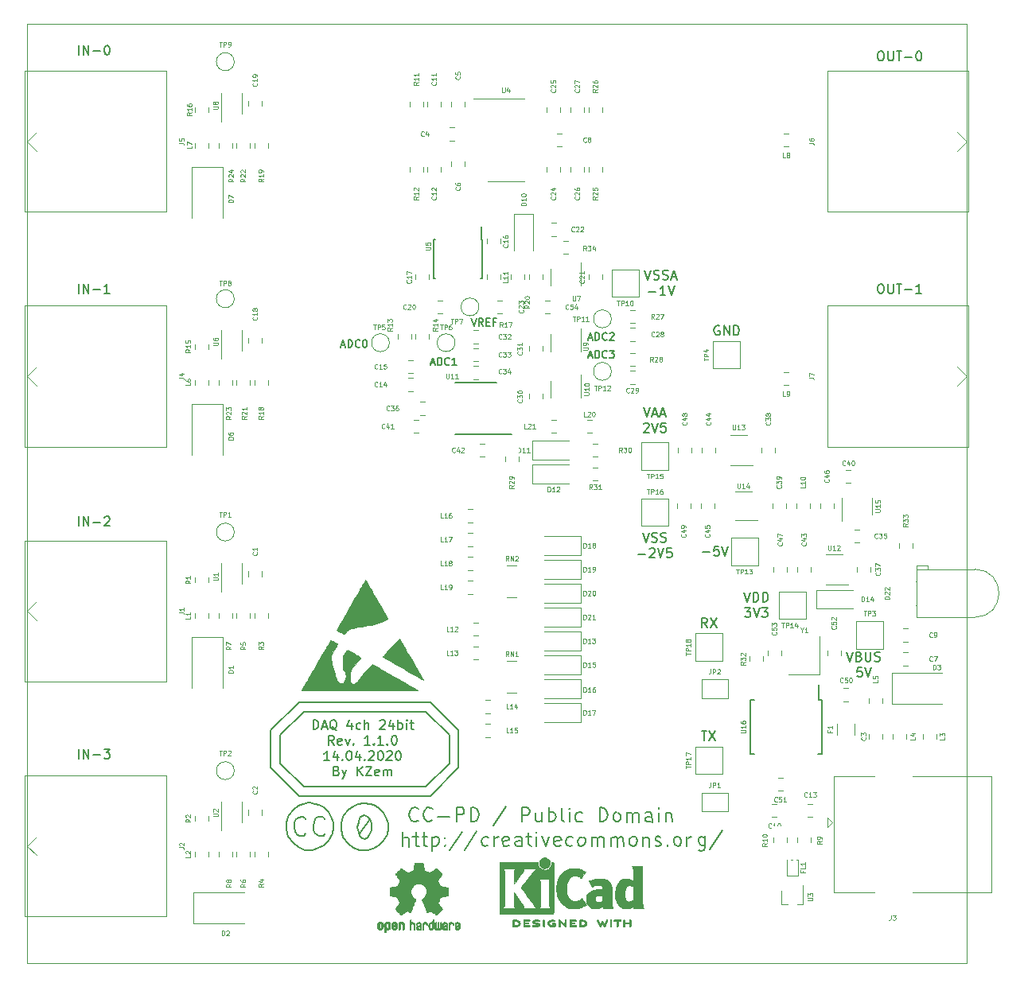
<source format=gbr>
%TF.GenerationSoftware,KiCad,Pcbnew,5.1.5*%
%TF.CreationDate,2020-04-14T20:04:17+02:00*%
%TF.ProjectId,daq_4ch_24bit,6461715f-3463-4685-9f32-346269742e6b,1.1.0*%
%TF.SameCoordinates,Original*%
%TF.FileFunction,Legend,Top*%
%TF.FilePolarity,Positive*%
%FSLAX46Y46*%
G04 Gerber Fmt 4.6, Leading zero omitted, Abs format (unit mm)*
G04 Created by KiCad (PCBNEW 5.1.5) date 2020-04-14 20:04:17*
%MOMM*%
%LPD*%
G04 APERTURE LIST*
%ADD10C,0.050000*%
%ADD11C,0.150000*%
%ADD12C,0.120000*%
%ADD13C,0.010000*%
%ADD14C,0.075000*%
%ADD15C,0.100000*%
%ADD16C,0.902000*%
%ADD17C,6.502000*%
%ADD18R,2.602000X2.602000*%
%ADD19R,0.352000X0.602000*%
%ADD20R,0.902000X0.602000*%
%ADD21R,0.902000X0.502000*%
%ADD22C,1.902000*%
%ADD23R,1.902000X1.902000*%
%ADD24C,3.602000*%
%ADD25C,1.802000*%
%ADD26R,1.802000X1.802000*%
%ADD27R,1.302000X1.502000*%
%ADD28R,0.552000X1.852000*%
%ADD29R,0.752000X1.162000*%
%ADD30R,1.322000X0.752000*%
%ADD31R,1.162000X0.752000*%
%ADD32R,1.602000X0.552000*%
%ADD33R,0.402000X0.902000*%
%ADD34R,0.702000X1.652000*%
%ADD35R,0.552000X0.802000*%
%ADD36C,1.602000*%
%ADD37O,2.602000X1.702000*%
%ADD38O,7.102000X3.602000*%
%ADD39R,1.002000X1.302000*%
%ADD40R,1.302000X1.002000*%
%ADD41R,1.902000X2.602000*%
%ADD42R,2.602000X1.902000*%
G04 APERTURE END LIST*
D10*
X150000000Y-57500000D02*
X150000000Y-157500000D01*
X50000000Y-157500000D02*
X50000000Y-57500000D01*
X50000000Y-157500000D02*
X150000000Y-157500000D01*
X50000000Y-57500000D02*
X150000000Y-57500000D01*
D11*
X140779761Y-85177380D02*
X140970238Y-85177380D01*
X141065476Y-85225000D01*
X141160714Y-85320238D01*
X141208333Y-85510714D01*
X141208333Y-85844047D01*
X141160714Y-86034523D01*
X141065476Y-86129761D01*
X140970238Y-86177380D01*
X140779761Y-86177380D01*
X140684523Y-86129761D01*
X140589285Y-86034523D01*
X140541666Y-85844047D01*
X140541666Y-85510714D01*
X140589285Y-85320238D01*
X140684523Y-85225000D01*
X140779761Y-85177380D01*
X141636904Y-85177380D02*
X141636904Y-85986904D01*
X141684523Y-86082142D01*
X141732142Y-86129761D01*
X141827380Y-86177380D01*
X142017857Y-86177380D01*
X142113095Y-86129761D01*
X142160714Y-86082142D01*
X142208333Y-85986904D01*
X142208333Y-85177380D01*
X142541666Y-85177380D02*
X143113095Y-85177380D01*
X142827380Y-86177380D02*
X142827380Y-85177380D01*
X143446428Y-85796428D02*
X144208333Y-85796428D01*
X145208333Y-86177380D02*
X144636904Y-86177380D01*
X144922619Y-86177380D02*
X144922619Y-85177380D01*
X144827380Y-85320238D01*
X144732142Y-85415476D01*
X144636904Y-85463095D01*
X140779761Y-60412380D02*
X140970238Y-60412380D01*
X141065476Y-60460000D01*
X141160714Y-60555238D01*
X141208333Y-60745714D01*
X141208333Y-61079047D01*
X141160714Y-61269523D01*
X141065476Y-61364761D01*
X140970238Y-61412380D01*
X140779761Y-61412380D01*
X140684523Y-61364761D01*
X140589285Y-61269523D01*
X140541666Y-61079047D01*
X140541666Y-60745714D01*
X140589285Y-60555238D01*
X140684523Y-60460000D01*
X140779761Y-60412380D01*
X141636904Y-60412380D02*
X141636904Y-61221904D01*
X141684523Y-61317142D01*
X141732142Y-61364761D01*
X141827380Y-61412380D01*
X142017857Y-61412380D01*
X142113095Y-61364761D01*
X142160714Y-61317142D01*
X142208333Y-61221904D01*
X142208333Y-60412380D01*
X142541666Y-60412380D02*
X143113095Y-60412380D01*
X142827380Y-61412380D02*
X142827380Y-60412380D01*
X143446428Y-61031428D02*
X144208333Y-61031428D01*
X144875000Y-60412380D02*
X144970238Y-60412380D01*
X145065476Y-60460000D01*
X145113095Y-60507619D01*
X145160714Y-60602857D01*
X145208333Y-60793333D01*
X145208333Y-61031428D01*
X145160714Y-61221904D01*
X145113095Y-61317142D01*
X145065476Y-61364761D01*
X144970238Y-61412380D01*
X144875000Y-61412380D01*
X144779761Y-61364761D01*
X144732142Y-61317142D01*
X144684523Y-61221904D01*
X144636904Y-61031428D01*
X144636904Y-60793333D01*
X144684523Y-60602857D01*
X144732142Y-60507619D01*
X144779761Y-60460000D01*
X144875000Y-60412380D01*
X55530952Y-135707380D02*
X55530952Y-134707380D01*
X56007142Y-135707380D02*
X56007142Y-134707380D01*
X56578571Y-135707380D01*
X56578571Y-134707380D01*
X57054761Y-135326428D02*
X57816666Y-135326428D01*
X58197619Y-134707380D02*
X58816666Y-134707380D01*
X58483333Y-135088333D01*
X58626190Y-135088333D01*
X58721428Y-135135952D01*
X58769047Y-135183571D01*
X58816666Y-135278809D01*
X58816666Y-135516904D01*
X58769047Y-135612142D01*
X58721428Y-135659761D01*
X58626190Y-135707380D01*
X58340476Y-135707380D01*
X58245238Y-135659761D01*
X58197619Y-135612142D01*
X55530952Y-110942380D02*
X55530952Y-109942380D01*
X56007142Y-110942380D02*
X56007142Y-109942380D01*
X56578571Y-110942380D01*
X56578571Y-109942380D01*
X57054761Y-110561428D02*
X57816666Y-110561428D01*
X58245238Y-110037619D02*
X58292857Y-109990000D01*
X58388095Y-109942380D01*
X58626190Y-109942380D01*
X58721428Y-109990000D01*
X58769047Y-110037619D01*
X58816666Y-110132857D01*
X58816666Y-110228095D01*
X58769047Y-110370952D01*
X58197619Y-110942380D01*
X58816666Y-110942380D01*
X55530952Y-86177380D02*
X55530952Y-85177380D01*
X56007142Y-86177380D02*
X56007142Y-85177380D01*
X56578571Y-86177380D01*
X56578571Y-85177380D01*
X57054761Y-85796428D02*
X57816666Y-85796428D01*
X58816666Y-86177380D02*
X58245238Y-86177380D01*
X58530952Y-86177380D02*
X58530952Y-85177380D01*
X58435714Y-85320238D01*
X58340476Y-85415476D01*
X58245238Y-85463095D01*
X55530952Y-60777380D02*
X55530952Y-59777380D01*
X56007142Y-60777380D02*
X56007142Y-59777380D01*
X56578571Y-60777380D01*
X56578571Y-59777380D01*
X57054761Y-60396428D02*
X57816666Y-60396428D01*
X58483333Y-59777380D02*
X58578571Y-59777380D01*
X58673809Y-59825000D01*
X58721428Y-59872619D01*
X58769047Y-59967857D01*
X58816666Y-60158333D01*
X58816666Y-60396428D01*
X58769047Y-60586904D01*
X58721428Y-60682142D01*
X58673809Y-60729761D01*
X58578571Y-60777380D01*
X58483333Y-60777380D01*
X58388095Y-60729761D01*
X58340476Y-60682142D01*
X58292857Y-60586904D01*
X58245238Y-60396428D01*
X58245238Y-60158333D01*
X58292857Y-59967857D01*
X58340476Y-59872619D01*
X58388095Y-59825000D01*
X58483333Y-59777380D01*
X109753571Y-92843333D02*
X110134523Y-92843333D01*
X109677380Y-93071904D02*
X109944047Y-92271904D01*
X110210714Y-93071904D01*
X110477380Y-93071904D02*
X110477380Y-92271904D01*
X110667857Y-92271904D01*
X110782142Y-92310000D01*
X110858333Y-92386190D01*
X110896428Y-92462380D01*
X110934523Y-92614761D01*
X110934523Y-92729047D01*
X110896428Y-92881428D01*
X110858333Y-92957619D01*
X110782142Y-93033809D01*
X110667857Y-93071904D01*
X110477380Y-93071904D01*
X111734523Y-92995714D02*
X111696428Y-93033809D01*
X111582142Y-93071904D01*
X111505952Y-93071904D01*
X111391666Y-93033809D01*
X111315476Y-92957619D01*
X111277380Y-92881428D01*
X111239285Y-92729047D01*
X111239285Y-92614761D01*
X111277380Y-92462380D01*
X111315476Y-92386190D01*
X111391666Y-92310000D01*
X111505952Y-92271904D01*
X111582142Y-92271904D01*
X111696428Y-92310000D01*
X111734523Y-92348095D01*
X112001190Y-92271904D02*
X112496428Y-92271904D01*
X112229761Y-92576666D01*
X112344047Y-92576666D01*
X112420238Y-92614761D01*
X112458333Y-92652857D01*
X112496428Y-92729047D01*
X112496428Y-92919523D01*
X112458333Y-92995714D01*
X112420238Y-93033809D01*
X112344047Y-93071904D01*
X112115476Y-93071904D01*
X112039285Y-93033809D01*
X112001190Y-92995714D01*
X109753571Y-90938333D02*
X110134523Y-90938333D01*
X109677380Y-91166904D02*
X109944047Y-90366904D01*
X110210714Y-91166904D01*
X110477380Y-91166904D02*
X110477380Y-90366904D01*
X110667857Y-90366904D01*
X110782142Y-90405000D01*
X110858333Y-90481190D01*
X110896428Y-90557380D01*
X110934523Y-90709761D01*
X110934523Y-90824047D01*
X110896428Y-90976428D01*
X110858333Y-91052619D01*
X110782142Y-91128809D01*
X110667857Y-91166904D01*
X110477380Y-91166904D01*
X111734523Y-91090714D02*
X111696428Y-91128809D01*
X111582142Y-91166904D01*
X111505952Y-91166904D01*
X111391666Y-91128809D01*
X111315476Y-91052619D01*
X111277380Y-90976428D01*
X111239285Y-90824047D01*
X111239285Y-90709761D01*
X111277380Y-90557380D01*
X111315476Y-90481190D01*
X111391666Y-90405000D01*
X111505952Y-90366904D01*
X111582142Y-90366904D01*
X111696428Y-90405000D01*
X111734523Y-90443095D01*
X112039285Y-90443095D02*
X112077380Y-90405000D01*
X112153571Y-90366904D01*
X112344047Y-90366904D01*
X112420238Y-90405000D01*
X112458333Y-90443095D01*
X112496428Y-90519285D01*
X112496428Y-90595476D01*
X112458333Y-90709761D01*
X112001190Y-91166904D01*
X112496428Y-91166904D01*
X97307571Y-88842904D02*
X97574238Y-89642904D01*
X97840904Y-88842904D01*
X98564714Y-89642904D02*
X98298047Y-89261952D01*
X98107571Y-89642904D02*
X98107571Y-88842904D01*
X98412333Y-88842904D01*
X98488523Y-88881000D01*
X98526619Y-88919095D01*
X98564714Y-88995285D01*
X98564714Y-89109571D01*
X98526619Y-89185761D01*
X98488523Y-89223857D01*
X98412333Y-89261952D01*
X98107571Y-89261952D01*
X98907571Y-89223857D02*
X99174238Y-89223857D01*
X99288523Y-89642904D02*
X98907571Y-89642904D01*
X98907571Y-88842904D01*
X99288523Y-88842904D01*
X99898047Y-89223857D02*
X99631380Y-89223857D01*
X99631380Y-89642904D02*
X99631380Y-88842904D01*
X100012333Y-88842904D01*
X92989571Y-93605333D02*
X93370523Y-93605333D01*
X92913380Y-93833904D02*
X93180047Y-93033904D01*
X93446714Y-93833904D01*
X93713380Y-93833904D02*
X93713380Y-93033904D01*
X93903857Y-93033904D01*
X94018142Y-93072000D01*
X94094333Y-93148190D01*
X94132428Y-93224380D01*
X94170523Y-93376761D01*
X94170523Y-93491047D01*
X94132428Y-93643428D01*
X94094333Y-93719619D01*
X94018142Y-93795809D01*
X93903857Y-93833904D01*
X93713380Y-93833904D01*
X94970523Y-93757714D02*
X94932428Y-93795809D01*
X94818142Y-93833904D01*
X94741952Y-93833904D01*
X94627666Y-93795809D01*
X94551476Y-93719619D01*
X94513380Y-93643428D01*
X94475285Y-93491047D01*
X94475285Y-93376761D01*
X94513380Y-93224380D01*
X94551476Y-93148190D01*
X94627666Y-93072000D01*
X94741952Y-93033904D01*
X94818142Y-93033904D01*
X94932428Y-93072000D01*
X94970523Y-93110095D01*
X95732428Y-93833904D02*
X95275285Y-93833904D01*
X95503857Y-93833904D02*
X95503857Y-93033904D01*
X95427666Y-93148190D01*
X95351476Y-93224380D01*
X95275285Y-93262476D01*
X83464571Y-91700333D02*
X83845523Y-91700333D01*
X83388380Y-91928904D02*
X83655047Y-91128904D01*
X83921714Y-91928904D01*
X84188380Y-91928904D02*
X84188380Y-91128904D01*
X84378857Y-91128904D01*
X84493142Y-91167000D01*
X84569333Y-91243190D01*
X84607428Y-91319380D01*
X84645523Y-91471761D01*
X84645523Y-91586047D01*
X84607428Y-91738428D01*
X84569333Y-91814619D01*
X84493142Y-91890809D01*
X84378857Y-91928904D01*
X84188380Y-91928904D01*
X85445523Y-91852714D02*
X85407428Y-91890809D01*
X85293142Y-91928904D01*
X85216952Y-91928904D01*
X85102666Y-91890809D01*
X85026476Y-91814619D01*
X84988380Y-91738428D01*
X84950285Y-91586047D01*
X84950285Y-91471761D01*
X84988380Y-91319380D01*
X85026476Y-91243190D01*
X85102666Y-91167000D01*
X85216952Y-91128904D01*
X85293142Y-91128904D01*
X85407428Y-91167000D01*
X85445523Y-91205095D01*
X85940761Y-91128904D02*
X86016952Y-91128904D01*
X86093142Y-91167000D01*
X86131238Y-91205095D01*
X86169333Y-91281285D01*
X86207428Y-91433666D01*
X86207428Y-91624142D01*
X86169333Y-91776523D01*
X86131238Y-91852714D01*
X86093142Y-91890809D01*
X86016952Y-91928904D01*
X85940761Y-91928904D01*
X85864571Y-91890809D01*
X85826476Y-91852714D01*
X85788380Y-91776523D01*
X85750285Y-91624142D01*
X85750285Y-91433666D01*
X85788380Y-91281285D01*
X85826476Y-91205095D01*
X85864571Y-91167000D01*
X85940761Y-91128904D01*
X115760714Y-83717380D02*
X116094047Y-84717380D01*
X116427380Y-83717380D01*
X116713095Y-84669761D02*
X116855952Y-84717380D01*
X117094047Y-84717380D01*
X117189285Y-84669761D01*
X117236904Y-84622142D01*
X117284523Y-84526904D01*
X117284523Y-84431666D01*
X117236904Y-84336428D01*
X117189285Y-84288809D01*
X117094047Y-84241190D01*
X116903571Y-84193571D01*
X116808333Y-84145952D01*
X116760714Y-84098333D01*
X116713095Y-84003095D01*
X116713095Y-83907857D01*
X116760714Y-83812619D01*
X116808333Y-83765000D01*
X116903571Y-83717380D01*
X117141666Y-83717380D01*
X117284523Y-83765000D01*
X117665476Y-84669761D02*
X117808333Y-84717380D01*
X118046428Y-84717380D01*
X118141666Y-84669761D01*
X118189285Y-84622142D01*
X118236904Y-84526904D01*
X118236904Y-84431666D01*
X118189285Y-84336428D01*
X118141666Y-84288809D01*
X118046428Y-84241190D01*
X117855952Y-84193571D01*
X117760714Y-84145952D01*
X117713095Y-84098333D01*
X117665476Y-84003095D01*
X117665476Y-83907857D01*
X117713095Y-83812619D01*
X117760714Y-83765000D01*
X117855952Y-83717380D01*
X118094047Y-83717380D01*
X118236904Y-83765000D01*
X118617857Y-84431666D02*
X119094047Y-84431666D01*
X118522619Y-84717380D02*
X118855952Y-83717380D01*
X119189285Y-84717380D01*
X116189285Y-85986428D02*
X116951190Y-85986428D01*
X117951190Y-86367380D02*
X117379761Y-86367380D01*
X117665476Y-86367380D02*
X117665476Y-85367380D01*
X117570238Y-85510238D01*
X117475000Y-85605476D01*
X117379761Y-85653095D01*
X118236904Y-85367380D02*
X118570238Y-86367380D01*
X118903571Y-85367380D01*
X137231666Y-124357380D02*
X137565000Y-125357380D01*
X137898333Y-124357380D01*
X138565000Y-124833571D02*
X138707857Y-124881190D01*
X138755476Y-124928809D01*
X138803095Y-125024047D01*
X138803095Y-125166904D01*
X138755476Y-125262142D01*
X138707857Y-125309761D01*
X138612619Y-125357380D01*
X138231666Y-125357380D01*
X138231666Y-124357380D01*
X138565000Y-124357380D01*
X138660238Y-124405000D01*
X138707857Y-124452619D01*
X138755476Y-124547857D01*
X138755476Y-124643095D01*
X138707857Y-124738333D01*
X138660238Y-124785952D01*
X138565000Y-124833571D01*
X138231666Y-124833571D01*
X139231666Y-124357380D02*
X139231666Y-125166904D01*
X139279285Y-125262142D01*
X139326904Y-125309761D01*
X139422142Y-125357380D01*
X139612619Y-125357380D01*
X139707857Y-125309761D01*
X139755476Y-125262142D01*
X139803095Y-125166904D01*
X139803095Y-124357380D01*
X140231666Y-125309761D02*
X140374523Y-125357380D01*
X140612619Y-125357380D01*
X140707857Y-125309761D01*
X140755476Y-125262142D01*
X140803095Y-125166904D01*
X140803095Y-125071666D01*
X140755476Y-124976428D01*
X140707857Y-124928809D01*
X140612619Y-124881190D01*
X140422142Y-124833571D01*
X140326904Y-124785952D01*
X140279285Y-124738333D01*
X140231666Y-124643095D01*
X140231666Y-124547857D01*
X140279285Y-124452619D01*
X140326904Y-124405000D01*
X140422142Y-124357380D01*
X140660238Y-124357380D01*
X140803095Y-124405000D01*
X138874523Y-126007380D02*
X138398333Y-126007380D01*
X138350714Y-126483571D01*
X138398333Y-126435952D01*
X138493571Y-126388333D01*
X138731666Y-126388333D01*
X138826904Y-126435952D01*
X138874523Y-126483571D01*
X138922142Y-126578809D01*
X138922142Y-126816904D01*
X138874523Y-126912142D01*
X138826904Y-126959761D01*
X138731666Y-127007380D01*
X138493571Y-127007380D01*
X138398333Y-126959761D01*
X138350714Y-126912142D01*
X139207857Y-126007380D02*
X139541190Y-127007380D01*
X139874523Y-126007380D01*
X126301666Y-118007380D02*
X126635000Y-119007380D01*
X126968333Y-118007380D01*
X127301666Y-119007380D02*
X127301666Y-118007380D01*
X127539761Y-118007380D01*
X127682619Y-118055000D01*
X127777857Y-118150238D01*
X127825476Y-118245476D01*
X127873095Y-118435952D01*
X127873095Y-118578809D01*
X127825476Y-118769285D01*
X127777857Y-118864523D01*
X127682619Y-118959761D01*
X127539761Y-119007380D01*
X127301666Y-119007380D01*
X128301666Y-119007380D02*
X128301666Y-118007380D01*
X128539761Y-118007380D01*
X128682619Y-118055000D01*
X128777857Y-118150238D01*
X128825476Y-118245476D01*
X128873095Y-118435952D01*
X128873095Y-118578809D01*
X128825476Y-118769285D01*
X128777857Y-118864523D01*
X128682619Y-118959761D01*
X128539761Y-119007380D01*
X128301666Y-119007380D01*
X126396904Y-119657380D02*
X127015952Y-119657380D01*
X126682619Y-120038333D01*
X126825476Y-120038333D01*
X126920714Y-120085952D01*
X126968333Y-120133571D01*
X127015952Y-120228809D01*
X127015952Y-120466904D01*
X126968333Y-120562142D01*
X126920714Y-120609761D01*
X126825476Y-120657380D01*
X126539761Y-120657380D01*
X126444523Y-120609761D01*
X126396904Y-120562142D01*
X127301666Y-119657380D02*
X127635000Y-120657380D01*
X127968333Y-119657380D01*
X128206428Y-119657380D02*
X128825476Y-119657380D01*
X128492142Y-120038333D01*
X128635000Y-120038333D01*
X128730238Y-120085952D01*
X128777857Y-120133571D01*
X128825476Y-120228809D01*
X128825476Y-120466904D01*
X128777857Y-120562142D01*
X128730238Y-120609761D01*
X128635000Y-120657380D01*
X128349285Y-120657380D01*
X128254047Y-120609761D01*
X128206428Y-120562142D01*
X123698095Y-89670000D02*
X123602857Y-89622380D01*
X123460000Y-89622380D01*
X123317142Y-89670000D01*
X123221904Y-89765238D01*
X123174285Y-89860476D01*
X123126666Y-90050952D01*
X123126666Y-90193809D01*
X123174285Y-90384285D01*
X123221904Y-90479523D01*
X123317142Y-90574761D01*
X123460000Y-90622380D01*
X123555238Y-90622380D01*
X123698095Y-90574761D01*
X123745714Y-90527142D01*
X123745714Y-90193809D01*
X123555238Y-90193809D01*
X124174285Y-90622380D02*
X124174285Y-89622380D01*
X124745714Y-90622380D01*
X124745714Y-89622380D01*
X125221904Y-90622380D02*
X125221904Y-89622380D01*
X125460000Y-89622380D01*
X125602857Y-89670000D01*
X125698095Y-89765238D01*
X125745714Y-89860476D01*
X125793333Y-90050952D01*
X125793333Y-90193809D01*
X125745714Y-90384285D01*
X125698095Y-90479523D01*
X125602857Y-90574761D01*
X125460000Y-90622380D01*
X125221904Y-90622380D01*
X121793095Y-132802380D02*
X122364523Y-132802380D01*
X122078809Y-133802380D02*
X122078809Y-132802380D01*
X122602619Y-132802380D02*
X123269285Y-133802380D01*
X123269285Y-132802380D02*
X122602619Y-133802380D01*
X122388333Y-121737380D02*
X122055000Y-121261190D01*
X121816904Y-121737380D02*
X121816904Y-120737380D01*
X122197857Y-120737380D01*
X122293095Y-120785000D01*
X122340714Y-120832619D01*
X122388333Y-120927857D01*
X122388333Y-121070714D01*
X122340714Y-121165952D01*
X122293095Y-121213571D01*
X122197857Y-121261190D01*
X121816904Y-121261190D01*
X122721666Y-120737380D02*
X123388333Y-121737380D01*
X123388333Y-120737380D02*
X122721666Y-121737380D01*
X121904285Y-113736428D02*
X122666190Y-113736428D01*
X123618571Y-113117380D02*
X123142380Y-113117380D01*
X123094761Y-113593571D01*
X123142380Y-113545952D01*
X123237619Y-113498333D01*
X123475714Y-113498333D01*
X123570952Y-113545952D01*
X123618571Y-113593571D01*
X123666190Y-113688809D01*
X123666190Y-113926904D01*
X123618571Y-114022142D01*
X123570952Y-114069761D01*
X123475714Y-114117380D01*
X123237619Y-114117380D01*
X123142380Y-114069761D01*
X123094761Y-114022142D01*
X123951904Y-113117380D02*
X124285238Y-114117380D01*
X124618571Y-113117380D01*
X115554285Y-111657380D02*
X115887619Y-112657380D01*
X116220952Y-111657380D01*
X116506666Y-112609761D02*
X116649523Y-112657380D01*
X116887619Y-112657380D01*
X116982857Y-112609761D01*
X117030476Y-112562142D01*
X117078095Y-112466904D01*
X117078095Y-112371666D01*
X117030476Y-112276428D01*
X116982857Y-112228809D01*
X116887619Y-112181190D01*
X116697142Y-112133571D01*
X116601904Y-112085952D01*
X116554285Y-112038333D01*
X116506666Y-111943095D01*
X116506666Y-111847857D01*
X116554285Y-111752619D01*
X116601904Y-111705000D01*
X116697142Y-111657380D01*
X116935238Y-111657380D01*
X117078095Y-111705000D01*
X117459047Y-112609761D02*
X117601904Y-112657380D01*
X117840000Y-112657380D01*
X117935238Y-112609761D01*
X117982857Y-112562142D01*
X118030476Y-112466904D01*
X118030476Y-112371666D01*
X117982857Y-112276428D01*
X117935238Y-112228809D01*
X117840000Y-112181190D01*
X117649523Y-112133571D01*
X117554285Y-112085952D01*
X117506666Y-112038333D01*
X117459047Y-111943095D01*
X117459047Y-111847857D01*
X117506666Y-111752619D01*
X117554285Y-111705000D01*
X117649523Y-111657380D01*
X117887619Y-111657380D01*
X118030476Y-111705000D01*
X115078095Y-113926428D02*
X115840000Y-113926428D01*
X116268571Y-113402619D02*
X116316190Y-113355000D01*
X116411428Y-113307380D01*
X116649523Y-113307380D01*
X116744761Y-113355000D01*
X116792380Y-113402619D01*
X116840000Y-113497857D01*
X116840000Y-113593095D01*
X116792380Y-113735952D01*
X116220952Y-114307380D01*
X116840000Y-114307380D01*
X117125714Y-113307380D02*
X117459047Y-114307380D01*
X117792380Y-113307380D01*
X118601904Y-113307380D02*
X118125714Y-113307380D01*
X118078095Y-113783571D01*
X118125714Y-113735952D01*
X118220952Y-113688333D01*
X118459047Y-113688333D01*
X118554285Y-113735952D01*
X118601904Y-113783571D01*
X118649523Y-113878809D01*
X118649523Y-114116904D01*
X118601904Y-114212142D01*
X118554285Y-114259761D01*
X118459047Y-114307380D01*
X118220952Y-114307380D01*
X118125714Y-114259761D01*
X118078095Y-114212142D01*
X115649523Y-98322380D02*
X115982857Y-99322380D01*
X116316190Y-98322380D01*
X116601904Y-99036666D02*
X117078095Y-99036666D01*
X116506666Y-99322380D02*
X116840000Y-98322380D01*
X117173333Y-99322380D01*
X117459047Y-99036666D02*
X117935238Y-99036666D01*
X117363809Y-99322380D02*
X117697142Y-98322380D01*
X118030476Y-99322380D01*
X115649523Y-100067619D02*
X115697142Y-100020000D01*
X115792380Y-99972380D01*
X116030476Y-99972380D01*
X116125714Y-100020000D01*
X116173333Y-100067619D01*
X116220952Y-100162857D01*
X116220952Y-100258095D01*
X116173333Y-100400952D01*
X115601904Y-100972380D01*
X116220952Y-100972380D01*
X116506666Y-99972380D02*
X116840000Y-100972380D01*
X117173333Y-99972380D01*
X117982857Y-99972380D02*
X117506666Y-99972380D01*
X117459047Y-100448571D01*
X117506666Y-100400952D01*
X117601904Y-100353333D01*
X117840000Y-100353333D01*
X117935238Y-100400952D01*
X117982857Y-100448571D01*
X118030476Y-100543809D01*
X118030476Y-100781904D01*
X117982857Y-100877142D01*
X117935238Y-100924761D01*
X117840000Y-100972380D01*
X117601904Y-100972380D01*
X117506666Y-100924761D01*
X117459047Y-100877142D01*
X80463095Y-132597380D02*
X80463095Y-131597380D01*
X80701190Y-131597380D01*
X80844047Y-131645000D01*
X80939285Y-131740238D01*
X80986904Y-131835476D01*
X81034523Y-132025952D01*
X81034523Y-132168809D01*
X80986904Y-132359285D01*
X80939285Y-132454523D01*
X80844047Y-132549761D01*
X80701190Y-132597380D01*
X80463095Y-132597380D01*
X81415476Y-132311666D02*
X81891666Y-132311666D01*
X81320238Y-132597380D02*
X81653571Y-131597380D01*
X81986904Y-132597380D01*
X82986904Y-132692619D02*
X82891666Y-132645000D01*
X82796428Y-132549761D01*
X82653571Y-132406904D01*
X82558333Y-132359285D01*
X82463095Y-132359285D01*
X82510714Y-132597380D02*
X82415476Y-132549761D01*
X82320238Y-132454523D01*
X82272619Y-132264047D01*
X82272619Y-131930714D01*
X82320238Y-131740238D01*
X82415476Y-131645000D01*
X82510714Y-131597380D01*
X82701190Y-131597380D01*
X82796428Y-131645000D01*
X82891666Y-131740238D01*
X82939285Y-131930714D01*
X82939285Y-132264047D01*
X82891666Y-132454523D01*
X82796428Y-132549761D01*
X82701190Y-132597380D01*
X82510714Y-132597380D01*
X84558333Y-131930714D02*
X84558333Y-132597380D01*
X84320238Y-131549761D02*
X84082142Y-132264047D01*
X84701190Y-132264047D01*
X85510714Y-132549761D02*
X85415476Y-132597380D01*
X85225000Y-132597380D01*
X85129761Y-132549761D01*
X85082142Y-132502142D01*
X85034523Y-132406904D01*
X85034523Y-132121190D01*
X85082142Y-132025952D01*
X85129761Y-131978333D01*
X85225000Y-131930714D01*
X85415476Y-131930714D01*
X85510714Y-131978333D01*
X85939285Y-132597380D02*
X85939285Y-131597380D01*
X86367857Y-132597380D02*
X86367857Y-132073571D01*
X86320238Y-131978333D01*
X86225000Y-131930714D01*
X86082142Y-131930714D01*
X85986904Y-131978333D01*
X85939285Y-132025952D01*
X87558333Y-131692619D02*
X87605952Y-131645000D01*
X87701190Y-131597380D01*
X87939285Y-131597380D01*
X88034523Y-131645000D01*
X88082142Y-131692619D01*
X88129761Y-131787857D01*
X88129761Y-131883095D01*
X88082142Y-132025952D01*
X87510714Y-132597380D01*
X88129761Y-132597380D01*
X88986904Y-131930714D02*
X88986904Y-132597380D01*
X88748809Y-131549761D02*
X88510714Y-132264047D01*
X89129761Y-132264047D01*
X89510714Y-132597380D02*
X89510714Y-131597380D01*
X89510714Y-131978333D02*
X89605952Y-131930714D01*
X89796428Y-131930714D01*
X89891666Y-131978333D01*
X89939285Y-132025952D01*
X89986904Y-132121190D01*
X89986904Y-132406904D01*
X89939285Y-132502142D01*
X89891666Y-132549761D01*
X89796428Y-132597380D01*
X89605952Y-132597380D01*
X89510714Y-132549761D01*
X90415476Y-132597380D02*
X90415476Y-131930714D01*
X90415476Y-131597380D02*
X90367857Y-131645000D01*
X90415476Y-131692619D01*
X90463095Y-131645000D01*
X90415476Y-131597380D01*
X90415476Y-131692619D01*
X90748809Y-131930714D02*
X91129761Y-131930714D01*
X90891666Y-131597380D02*
X90891666Y-132454523D01*
X90939285Y-132549761D01*
X91034523Y-132597380D01*
X91129761Y-132597380D01*
X82701190Y-134247380D02*
X82367857Y-133771190D01*
X82129761Y-134247380D02*
X82129761Y-133247380D01*
X82510714Y-133247380D01*
X82605952Y-133295000D01*
X82653571Y-133342619D01*
X82701190Y-133437857D01*
X82701190Y-133580714D01*
X82653571Y-133675952D01*
X82605952Y-133723571D01*
X82510714Y-133771190D01*
X82129761Y-133771190D01*
X83510714Y-134199761D02*
X83415476Y-134247380D01*
X83225000Y-134247380D01*
X83129761Y-134199761D01*
X83082142Y-134104523D01*
X83082142Y-133723571D01*
X83129761Y-133628333D01*
X83225000Y-133580714D01*
X83415476Y-133580714D01*
X83510714Y-133628333D01*
X83558333Y-133723571D01*
X83558333Y-133818809D01*
X83082142Y-133914047D01*
X83891666Y-133580714D02*
X84129761Y-134247380D01*
X84367857Y-133580714D01*
X84748809Y-134152142D02*
X84796428Y-134199761D01*
X84748809Y-134247380D01*
X84701190Y-134199761D01*
X84748809Y-134152142D01*
X84748809Y-134247380D01*
X86510714Y-134247380D02*
X85939285Y-134247380D01*
X86225000Y-134247380D02*
X86225000Y-133247380D01*
X86129761Y-133390238D01*
X86034523Y-133485476D01*
X85939285Y-133533095D01*
X86939285Y-134152142D02*
X86986904Y-134199761D01*
X86939285Y-134247380D01*
X86891666Y-134199761D01*
X86939285Y-134152142D01*
X86939285Y-134247380D01*
X87939285Y-134247380D02*
X87367857Y-134247380D01*
X87653571Y-134247380D02*
X87653571Y-133247380D01*
X87558333Y-133390238D01*
X87463095Y-133485476D01*
X87367857Y-133533095D01*
X88367857Y-134152142D02*
X88415476Y-134199761D01*
X88367857Y-134247380D01*
X88320238Y-134199761D01*
X88367857Y-134152142D01*
X88367857Y-134247380D01*
X89034523Y-133247380D02*
X89129761Y-133247380D01*
X89225000Y-133295000D01*
X89272619Y-133342619D01*
X89320238Y-133437857D01*
X89367857Y-133628333D01*
X89367857Y-133866428D01*
X89320238Y-134056904D01*
X89272619Y-134152142D01*
X89225000Y-134199761D01*
X89129761Y-134247380D01*
X89034523Y-134247380D01*
X88939285Y-134199761D01*
X88891666Y-134152142D01*
X88844047Y-134056904D01*
X88796428Y-133866428D01*
X88796428Y-133628333D01*
X88844047Y-133437857D01*
X88891666Y-133342619D01*
X88939285Y-133295000D01*
X89034523Y-133247380D01*
X82201190Y-135897380D02*
X81629761Y-135897380D01*
X81915476Y-135897380D02*
X81915476Y-134897380D01*
X81820238Y-135040238D01*
X81725000Y-135135476D01*
X81629761Y-135183095D01*
X83058333Y-135230714D02*
X83058333Y-135897380D01*
X82820238Y-134849761D02*
X82582142Y-135564047D01*
X83201190Y-135564047D01*
X83582142Y-135802142D02*
X83629761Y-135849761D01*
X83582142Y-135897380D01*
X83534523Y-135849761D01*
X83582142Y-135802142D01*
X83582142Y-135897380D01*
X84248809Y-134897380D02*
X84344047Y-134897380D01*
X84439285Y-134945000D01*
X84486904Y-134992619D01*
X84534523Y-135087857D01*
X84582142Y-135278333D01*
X84582142Y-135516428D01*
X84534523Y-135706904D01*
X84486904Y-135802142D01*
X84439285Y-135849761D01*
X84344047Y-135897380D01*
X84248809Y-135897380D01*
X84153571Y-135849761D01*
X84105952Y-135802142D01*
X84058333Y-135706904D01*
X84010714Y-135516428D01*
X84010714Y-135278333D01*
X84058333Y-135087857D01*
X84105952Y-134992619D01*
X84153571Y-134945000D01*
X84248809Y-134897380D01*
X85439285Y-135230714D02*
X85439285Y-135897380D01*
X85201190Y-134849761D02*
X84963095Y-135564047D01*
X85582142Y-135564047D01*
X85963095Y-135802142D02*
X86010714Y-135849761D01*
X85963095Y-135897380D01*
X85915476Y-135849761D01*
X85963095Y-135802142D01*
X85963095Y-135897380D01*
X86391666Y-134992619D02*
X86439285Y-134945000D01*
X86534523Y-134897380D01*
X86772619Y-134897380D01*
X86867857Y-134945000D01*
X86915476Y-134992619D01*
X86963095Y-135087857D01*
X86963095Y-135183095D01*
X86915476Y-135325952D01*
X86344047Y-135897380D01*
X86963095Y-135897380D01*
X87582142Y-134897380D02*
X87677380Y-134897380D01*
X87772619Y-134945000D01*
X87820238Y-134992619D01*
X87867857Y-135087857D01*
X87915476Y-135278333D01*
X87915476Y-135516428D01*
X87867857Y-135706904D01*
X87820238Y-135802142D01*
X87772619Y-135849761D01*
X87677380Y-135897380D01*
X87582142Y-135897380D01*
X87486904Y-135849761D01*
X87439285Y-135802142D01*
X87391666Y-135706904D01*
X87344047Y-135516428D01*
X87344047Y-135278333D01*
X87391666Y-135087857D01*
X87439285Y-134992619D01*
X87486904Y-134945000D01*
X87582142Y-134897380D01*
X88296428Y-134992619D02*
X88344047Y-134945000D01*
X88439285Y-134897380D01*
X88677380Y-134897380D01*
X88772619Y-134945000D01*
X88820238Y-134992619D01*
X88867857Y-135087857D01*
X88867857Y-135183095D01*
X88820238Y-135325952D01*
X88248809Y-135897380D01*
X88867857Y-135897380D01*
X89486904Y-134897380D02*
X89582142Y-134897380D01*
X89677380Y-134945000D01*
X89725000Y-134992619D01*
X89772619Y-135087857D01*
X89820238Y-135278333D01*
X89820238Y-135516428D01*
X89772619Y-135706904D01*
X89725000Y-135802142D01*
X89677380Y-135849761D01*
X89582142Y-135897380D01*
X89486904Y-135897380D01*
X89391666Y-135849761D01*
X89344047Y-135802142D01*
X89296428Y-135706904D01*
X89248809Y-135516428D01*
X89248809Y-135278333D01*
X89296428Y-135087857D01*
X89344047Y-134992619D01*
X89391666Y-134945000D01*
X89486904Y-134897380D01*
X82963095Y-137023571D02*
X83105952Y-137071190D01*
X83153571Y-137118809D01*
X83201190Y-137214047D01*
X83201190Y-137356904D01*
X83153571Y-137452142D01*
X83105952Y-137499761D01*
X83010714Y-137547380D01*
X82629761Y-137547380D01*
X82629761Y-136547380D01*
X82963095Y-136547380D01*
X83058333Y-136595000D01*
X83105952Y-136642619D01*
X83153571Y-136737857D01*
X83153571Y-136833095D01*
X83105952Y-136928333D01*
X83058333Y-136975952D01*
X82963095Y-137023571D01*
X82629761Y-137023571D01*
X83534523Y-136880714D02*
X83772619Y-137547380D01*
X84010714Y-136880714D02*
X83772619Y-137547380D01*
X83677380Y-137785476D01*
X83629761Y-137833095D01*
X83534523Y-137880714D01*
X85153571Y-137547380D02*
X85153571Y-136547380D01*
X85725000Y-137547380D02*
X85296428Y-136975952D01*
X85725000Y-136547380D02*
X85153571Y-137118809D01*
X86058333Y-136547380D02*
X86725000Y-136547380D01*
X86058333Y-137547380D01*
X86725000Y-137547380D01*
X87486904Y-137499761D02*
X87391666Y-137547380D01*
X87201190Y-137547380D01*
X87105952Y-137499761D01*
X87058333Y-137404523D01*
X87058333Y-137023571D01*
X87105952Y-136928333D01*
X87201190Y-136880714D01*
X87391666Y-136880714D01*
X87486904Y-136928333D01*
X87534523Y-137023571D01*
X87534523Y-137118809D01*
X87058333Y-137214047D01*
X87963095Y-137547380D02*
X87963095Y-136880714D01*
X87963095Y-136975952D02*
X88010714Y-136928333D01*
X88105952Y-136880714D01*
X88248809Y-136880714D01*
X88344047Y-136928333D01*
X88391666Y-137023571D01*
X88391666Y-137547380D01*
X88391666Y-137023571D02*
X88439285Y-136928333D01*
X88534523Y-136880714D01*
X88677380Y-136880714D01*
X88772619Y-136928333D01*
X88820238Y-137023571D01*
X88820238Y-137547380D01*
D12*
X107056422Y-81990000D02*
X107573578Y-81990000D01*
X107056422Y-80570000D02*
X107573578Y-80570000D01*
X105668578Y-86920000D02*
X105151422Y-86920000D01*
X105668578Y-88340000D02*
X105151422Y-88340000D01*
X121790000Y-127270000D02*
X124590000Y-127270000D01*
X124590000Y-127270000D02*
X124590000Y-129270000D01*
X124590000Y-129270000D02*
X121790000Y-129270000D01*
X121790000Y-129270000D02*
X121790000Y-127270000D01*
X121790000Y-139335000D02*
X124590000Y-139335000D01*
X124590000Y-139335000D02*
X124590000Y-141335000D01*
X124590000Y-141335000D02*
X121790000Y-141335000D01*
X121790000Y-141335000D02*
X121790000Y-139335000D01*
X105786422Y-101040000D02*
X106303578Y-101040000D01*
X105786422Y-99620000D02*
X106303578Y-99620000D01*
X110113578Y-99620000D02*
X109596422Y-99620000D01*
X110113578Y-101040000D02*
X109596422Y-101040000D01*
X97413578Y-116765000D02*
X96896422Y-116765000D01*
X97413578Y-118185000D02*
X96896422Y-118185000D01*
X97413578Y-114225000D02*
X96896422Y-114225000D01*
X97413578Y-115645000D02*
X96896422Y-115645000D01*
X97413578Y-111685000D02*
X96896422Y-111685000D01*
X97413578Y-113105000D02*
X96896422Y-113105000D01*
X97413578Y-109145000D02*
X96896422Y-109145000D01*
X97413578Y-110565000D02*
X96896422Y-110565000D01*
X99318578Y-132005000D02*
X98801422Y-132005000D01*
X99318578Y-133425000D02*
X98801422Y-133425000D01*
X99318578Y-129465000D02*
X98801422Y-129465000D01*
X99318578Y-130885000D02*
X98801422Y-130885000D01*
X98048578Y-123750000D02*
X97531422Y-123750000D01*
X98048578Y-125170000D02*
X97531422Y-125170000D01*
X98048578Y-121210000D02*
X97531422Y-121210000D01*
X98048578Y-122630000D02*
X97531422Y-122630000D01*
X98985000Y-84196422D02*
X98985000Y-84713578D01*
X100405000Y-84196422D02*
X100405000Y-84713578D01*
X112215000Y-86540000D02*
X112215000Y-83640000D01*
X115115000Y-86540000D02*
X112215000Y-86540000D01*
X115115000Y-83640000D02*
X115115000Y-86540000D01*
X112215000Y-83640000D02*
X115115000Y-83640000D01*
D11*
X86544440Y-140574700D02*
X85945000Y-140475640D01*
X86945760Y-140673760D02*
X86544440Y-140574700D01*
X87446140Y-140976020D02*
X86945760Y-140673760D01*
X87943980Y-141473860D02*
X87446140Y-140976020D01*
X88246240Y-141974240D02*
X87943980Y-141473860D01*
X88444360Y-142576220D02*
X88246240Y-141974240D01*
X88444360Y-143175660D02*
X88444360Y-142576220D01*
X88345300Y-143775100D02*
X88444360Y-143175660D01*
X87943980Y-144476140D02*
X88345300Y-143775100D01*
X87446140Y-144973980D02*
X87943980Y-144476140D01*
X86844160Y-145276240D02*
X87446140Y-144973980D01*
X86244720Y-145474360D02*
X86844160Y-145276240D01*
X85444620Y-145474360D02*
X86244720Y-145474360D01*
X84746120Y-145174640D02*
X85444620Y-145474360D01*
X84245740Y-144775860D02*
X84746120Y-145174640D01*
X83643760Y-144074820D02*
X84245740Y-144775860D01*
X83445640Y-143274720D02*
X83643760Y-144074820D01*
X83445640Y-142675280D02*
X83445640Y-143274720D01*
X83544700Y-142174900D02*
X83445640Y-142675280D01*
X83745360Y-141776120D02*
X83544700Y-142174900D01*
X84245740Y-141174140D02*
X83745360Y-141776120D01*
X84746120Y-140775360D02*
X84245740Y-141174140D01*
X85243960Y-140574700D02*
X84746120Y-140775360D01*
X85845940Y-140475640D02*
X85243960Y-140574700D01*
X85945000Y-140475640D02*
X85845940Y-140475640D01*
X85695000Y-141825000D02*
X85945000Y-141775000D01*
X85445000Y-142025000D02*
X85695000Y-141825000D01*
X85295000Y-142525000D02*
X85445000Y-142025000D01*
X85195000Y-143025000D02*
X85295000Y-142525000D01*
X85295000Y-143575000D02*
X85195000Y-143025000D01*
X85445000Y-143975000D02*
X85295000Y-143575000D01*
X85695000Y-144225000D02*
X85445000Y-143975000D01*
X85995000Y-144275000D02*
X85695000Y-144225000D01*
X86295000Y-144075000D02*
X85995000Y-144275000D01*
X86445000Y-143825000D02*
X86295000Y-144075000D01*
X86645000Y-143375000D02*
X86445000Y-143825000D01*
X86645000Y-143025000D02*
X86645000Y-143375000D01*
X86645000Y-142575000D02*
X86645000Y-143025000D01*
X86495000Y-142175000D02*
X86645000Y-142575000D01*
X86245000Y-141875000D02*
X86495000Y-142175000D01*
X85945000Y-141775000D02*
X86245000Y-141875000D01*
X80694440Y-140524700D02*
X80095000Y-140425640D01*
X81095760Y-140623760D02*
X80694440Y-140524700D01*
X81596140Y-140926020D02*
X81095760Y-140623760D01*
X82093980Y-141423860D02*
X81596140Y-140926020D01*
X82396240Y-141924240D02*
X82093980Y-141423860D01*
X82594360Y-142526220D02*
X82396240Y-141924240D01*
X82594360Y-143125660D02*
X82594360Y-142526220D01*
X82495300Y-143725100D02*
X82594360Y-143125660D01*
X82093980Y-144426140D02*
X82495300Y-143725100D01*
X81596140Y-144923980D02*
X82093980Y-144426140D01*
X80994160Y-145226240D02*
X81596140Y-144923980D01*
X80394720Y-145424360D02*
X80994160Y-145226240D01*
X79594620Y-145424360D02*
X80394720Y-145424360D01*
X78896120Y-145124640D02*
X79594620Y-145424360D01*
X78395740Y-144725860D02*
X78896120Y-145124640D01*
X77793760Y-144024820D02*
X78395740Y-144725860D01*
X77595640Y-143224720D02*
X77793760Y-144024820D01*
X77595640Y-142625280D02*
X77595640Y-143224720D01*
X77694700Y-142124900D02*
X77595640Y-142625280D01*
X77895360Y-141726120D02*
X77694700Y-142124900D01*
X78395740Y-141124140D02*
X77895360Y-141726120D01*
X78896120Y-140725360D02*
X78395740Y-141124140D01*
X79393960Y-140524700D02*
X78896120Y-140725360D01*
X79995940Y-140425640D02*
X79393960Y-140524700D01*
X80095000Y-140425640D02*
X79995940Y-140425640D01*
X79495560Y-143925760D02*
X79696220Y-143725100D01*
X79094240Y-143925760D02*
X79495560Y-143925760D01*
X78794520Y-143824160D02*
X79094240Y-143925760D01*
X78593860Y-143524440D02*
X78794520Y-143824160D01*
X78494800Y-143024060D02*
X78593860Y-143524440D01*
X78494800Y-142625280D02*
X78494800Y-143024060D01*
X78593860Y-142223960D02*
X78494800Y-142625280D01*
X78896120Y-142025840D02*
X78593860Y-142223960D01*
X79294900Y-141924240D02*
X78896120Y-142025840D01*
X79594620Y-142025840D02*
X79294900Y-141924240D01*
X79696220Y-142124900D02*
X79594620Y-142025840D01*
X81596140Y-143925760D02*
X81695200Y-143725100D01*
X81293880Y-143925760D02*
X81596140Y-143925760D01*
X81095760Y-143925760D02*
X81293880Y-143925760D01*
X80694440Y-143725100D02*
X81095760Y-143925760D01*
X80493780Y-143323780D02*
X80694440Y-143725100D01*
X80493780Y-142925000D02*
X80493780Y-143323780D01*
X80595380Y-142424620D02*
X80493780Y-142925000D01*
X80796040Y-142025840D02*
X80595380Y-142424620D01*
X81095760Y-141924240D02*
X80796040Y-142025840D01*
X81395480Y-141924240D02*
X81095760Y-141924240D01*
X81596140Y-142025840D02*
X81395480Y-141924240D01*
X81695200Y-142124900D02*
X81596140Y-142025840D01*
X91295000Y-142425000D02*
X91645000Y-142325000D01*
X90945000Y-142325000D02*
X91295000Y-142425000D01*
X90745000Y-142025000D02*
X90945000Y-142325000D01*
X90645000Y-141725000D02*
X90745000Y-142025000D01*
X90745000Y-141275000D02*
X90645000Y-141725000D01*
X90995000Y-140975000D02*
X90745000Y-141275000D01*
X91345000Y-140925000D02*
X90995000Y-140975000D01*
X91645000Y-141075000D02*
X91345000Y-140925000D01*
X92895000Y-142425000D02*
X93145000Y-142275000D01*
X92595000Y-142375000D02*
X92895000Y-142425000D01*
X92295000Y-142075000D02*
X92595000Y-142375000D01*
X92195000Y-141675000D02*
X92295000Y-142075000D01*
X92245000Y-141275000D02*
X92195000Y-141675000D01*
X92595000Y-140925000D02*
X92245000Y-141275000D01*
X92995000Y-140975000D02*
X92595000Y-140925000D01*
X93245000Y-141075000D02*
X92995000Y-140975000D01*
X93745000Y-141875000D02*
X94995000Y-141875000D01*
X96245000Y-141675000D02*
X95745000Y-141675000D01*
X96495000Y-141575000D02*
X96245000Y-141675000D01*
X96545000Y-141325000D02*
X96495000Y-141575000D01*
X96545000Y-141125000D02*
X96545000Y-141325000D01*
X96345000Y-140925000D02*
X96545000Y-141125000D01*
X95745000Y-140925000D02*
X96345000Y-140925000D01*
X95745000Y-142425000D02*
X95745000Y-140925000D01*
X97495000Y-140925000D02*
X97345000Y-140925000D01*
X97845000Y-141025000D02*
X97495000Y-140925000D01*
X97995000Y-141275000D02*
X97845000Y-141025000D01*
X98095000Y-141675000D02*
X97995000Y-141275000D01*
X98045000Y-142025000D02*
X98095000Y-141675000D01*
X97845000Y-142325000D02*
X98045000Y-142025000D01*
X97545000Y-142425000D02*
X97845000Y-142325000D01*
X97245000Y-142425000D02*
X97545000Y-142425000D01*
X97245000Y-140925000D02*
X97245000Y-142425000D01*
X99645000Y-142825000D02*
X100995000Y-140825000D01*
X103245000Y-141725000D02*
X102795000Y-141725000D01*
X103445000Y-141575000D02*
X103245000Y-141725000D01*
X103545000Y-141325000D02*
X103445000Y-141575000D01*
X103445000Y-141025000D02*
X103545000Y-141325000D01*
X103195000Y-140925000D02*
X103445000Y-141025000D01*
X102695000Y-140925000D02*
X103195000Y-140925000D01*
X102695000Y-142425000D02*
X102695000Y-140925000D01*
X104495000Y-142425000D02*
X104845000Y-142325000D01*
X104295000Y-142375000D02*
X104495000Y-142425000D01*
X104145000Y-142225000D02*
X104295000Y-142375000D01*
X104145000Y-141875000D02*
X104145000Y-142225000D01*
X104145000Y-141475000D02*
X104145000Y-141875000D01*
X104845000Y-141425000D02*
X104845000Y-142425000D01*
X105945000Y-141425000D02*
X105645000Y-141425000D01*
X106195000Y-141525000D02*
X105945000Y-141425000D01*
X106295000Y-141875000D02*
X106195000Y-141525000D01*
X106195000Y-142275000D02*
X106295000Y-141875000D01*
X105945000Y-142425000D02*
X106195000Y-142275000D01*
X105545000Y-142425000D02*
X105945000Y-142425000D01*
X105595000Y-140925000D02*
X105545000Y-142425000D01*
X106945000Y-142275000D02*
X107145000Y-142425000D01*
X106945000Y-140975000D02*
X106945000Y-142275000D01*
X107745000Y-141075000D02*
X107695000Y-141075000D01*
X107745000Y-140975000D02*
X107745000Y-141075000D01*
X107745000Y-141425000D02*
X107745000Y-142375000D01*
X108845000Y-142425000D02*
X109095000Y-142375000D01*
X108545000Y-142375000D02*
X108845000Y-142425000D01*
X108395000Y-142125000D02*
X108545000Y-142375000D01*
X108395000Y-141775000D02*
X108395000Y-142125000D01*
X108545000Y-141475000D02*
X108395000Y-141775000D01*
X108895000Y-141425000D02*
X108545000Y-141475000D01*
X109145000Y-141525000D02*
X108895000Y-141425000D01*
X111445000Y-140975000D02*
X110945000Y-140925000D01*
X111695000Y-141225000D02*
X111445000Y-140975000D01*
X111795000Y-141725000D02*
X111695000Y-141225000D01*
X111695000Y-142175000D02*
X111795000Y-141725000D01*
X111345000Y-142425000D02*
X111695000Y-142175000D01*
X110945000Y-142425000D02*
X111345000Y-142425000D01*
X110945000Y-140925000D02*
X110945000Y-142425000D01*
X113095000Y-141625000D02*
X112895000Y-141475000D01*
X113145000Y-141775000D02*
X113095000Y-141625000D01*
X113145000Y-142125000D02*
X113145000Y-141775000D01*
X112945000Y-142375000D02*
X113145000Y-142125000D01*
X112645000Y-142425000D02*
X112945000Y-142375000D01*
X112395000Y-142175000D02*
X112645000Y-142425000D01*
X112395000Y-141825000D02*
X112395000Y-142175000D01*
X112545000Y-141525000D02*
X112395000Y-141825000D01*
X112795000Y-141425000D02*
X112545000Y-141525000D01*
X113845000Y-142475000D02*
X113845000Y-141425000D01*
X114195000Y-141475000D02*
X113945000Y-141525000D01*
X114395000Y-141525000D02*
X114195000Y-141475000D01*
X114495000Y-141625000D02*
X114395000Y-141525000D01*
X114495000Y-142475000D02*
X114495000Y-141625000D01*
X114745000Y-141475000D02*
X114545000Y-141575000D01*
X114995000Y-141475000D02*
X114745000Y-141475000D01*
X115095000Y-141575000D02*
X114995000Y-141475000D01*
X115145000Y-141775000D02*
X115095000Y-141575000D01*
X115145000Y-142525000D02*
X115145000Y-141775000D01*
X116495000Y-141625000D02*
X116545000Y-142475000D01*
X116345000Y-141425000D02*
X116495000Y-141625000D01*
X115995000Y-141425000D02*
X116345000Y-141425000D01*
X115845000Y-141525000D02*
X115995000Y-141425000D01*
X116045000Y-142425000D02*
X116445000Y-142375000D01*
X115845000Y-142325000D02*
X116045000Y-142425000D01*
X115845000Y-142075000D02*
X115845000Y-142325000D01*
X115995000Y-141925000D02*
X115845000Y-142075000D01*
X116295000Y-141925000D02*
X115995000Y-141925000D01*
X117245000Y-140925000D02*
X117245000Y-141025000D01*
X117245000Y-141475000D02*
X117245000Y-142425000D01*
X117995000Y-141475000D02*
X117995000Y-142375000D01*
X118395000Y-141475000D02*
X118045000Y-141525000D01*
X118545000Y-141525000D02*
X118395000Y-141475000D01*
X118645000Y-141725000D02*
X118545000Y-141525000D01*
X118695000Y-142425000D02*
X118645000Y-141725000D01*
X89995000Y-143525000D02*
X89995000Y-145025000D01*
X90545000Y-144075000D02*
X90145000Y-144075000D01*
X90645000Y-144275000D02*
X90545000Y-144075000D01*
X90695000Y-145125000D02*
X90645000Y-144275000D01*
X91545000Y-145075000D02*
X91745000Y-145075000D01*
X91395000Y-144925000D02*
X91545000Y-145075000D01*
X91395000Y-143525000D02*
X91395000Y-144925000D01*
X91045000Y-144025000D02*
X91645000Y-144025000D01*
X92545000Y-145025000D02*
X92645000Y-145025000D01*
X92295000Y-144925000D02*
X92545000Y-145025000D01*
X92295000Y-143525000D02*
X92295000Y-144925000D01*
X92645000Y-144025000D02*
X92145000Y-144025000D01*
X93145000Y-145575000D02*
X93145000Y-144025000D01*
X93595000Y-144025000D02*
X93245000Y-144125000D01*
X93845000Y-144175000D02*
X93595000Y-144025000D01*
X93895000Y-144525000D02*
X93845000Y-144175000D01*
X93795000Y-144825000D02*
X93895000Y-144525000D01*
X93545000Y-145025000D02*
X93795000Y-144825000D01*
X93195000Y-145025000D02*
X93545000Y-145025000D01*
X94495000Y-144075000D02*
X94495000Y-144175000D01*
X94545000Y-144875000D02*
X94495000Y-145025000D01*
X94995000Y-145425000D02*
X96295000Y-143475000D01*
X96595000Y-145425000D02*
X97895000Y-143425000D01*
X98745000Y-145025000D02*
X99045000Y-144925000D01*
X98445000Y-144875000D02*
X98745000Y-145025000D01*
X98345000Y-144475000D02*
X98445000Y-144875000D01*
X98545000Y-144075000D02*
X98345000Y-144475000D01*
X98845000Y-144025000D02*
X98545000Y-144075000D01*
X99095000Y-144125000D02*
X98845000Y-144025000D01*
X99695000Y-145025000D02*
X99695000Y-143975000D01*
X99995000Y-144075000D02*
X99795000Y-144225000D01*
X100245000Y-144025000D02*
X99995000Y-144075000D01*
X101345000Y-144325000D02*
X100695000Y-144575000D01*
X101345000Y-144225000D02*
X101345000Y-144325000D01*
X101145000Y-144025000D02*
X101345000Y-144225000D01*
X100895000Y-144025000D02*
X101145000Y-144025000D01*
X100695000Y-144125000D02*
X100895000Y-144025000D01*
X100595000Y-144375000D02*
X100695000Y-144125000D01*
X100645000Y-144725000D02*
X100595000Y-144375000D01*
X100745000Y-145025000D02*
X100645000Y-144725000D01*
X100995000Y-145025000D02*
X100745000Y-145025000D01*
X101295000Y-144975000D02*
X100995000Y-145025000D01*
X102045000Y-144525000D02*
X102545000Y-144475000D01*
X101945000Y-144675000D02*
X102045000Y-144525000D01*
X101995000Y-144925000D02*
X101945000Y-144675000D01*
X102145000Y-145025000D02*
X101995000Y-144925000D01*
X102645000Y-145025000D02*
X102145000Y-145025000D01*
X102645000Y-145075000D02*
X102645000Y-145025000D01*
X102645000Y-144225000D02*
X102645000Y-145075000D01*
X102495000Y-144025000D02*
X102645000Y-144225000D01*
X102095000Y-144025000D02*
X102495000Y-144025000D01*
X101945000Y-144075000D02*
X102095000Y-144025000D01*
X103545000Y-144975000D02*
X103695000Y-145025000D01*
X103395000Y-144825000D02*
X103545000Y-144975000D01*
X103395000Y-143575000D02*
X103395000Y-144825000D01*
X103095000Y-144025000D02*
X103745000Y-144025000D01*
X104245000Y-143475000D02*
X104245000Y-143625000D01*
X104245000Y-144025000D02*
X104245000Y-145025000D01*
X105195000Y-145025000D02*
X105545000Y-144025000D01*
X104795000Y-143975000D02*
X105195000Y-145025000D01*
X106895000Y-144325000D02*
X106145000Y-144575000D01*
X106845000Y-144225000D02*
X106895000Y-144325000D01*
X106645000Y-144025000D02*
X106845000Y-144225000D01*
X106295000Y-144025000D02*
X106645000Y-144025000D01*
X106045000Y-144125000D02*
X106295000Y-144025000D01*
X106045000Y-144475000D02*
X106045000Y-144125000D01*
X106095000Y-144825000D02*
X106045000Y-144475000D01*
X106295000Y-145025000D02*
X106095000Y-144825000D01*
X106545000Y-145025000D02*
X106295000Y-145025000D01*
X106795000Y-144975000D02*
X106545000Y-145025000D01*
X107845000Y-145025000D02*
X108045000Y-144925000D01*
X107545000Y-144975000D02*
X107845000Y-145025000D01*
X107395000Y-144875000D02*
X107545000Y-144975000D01*
X107345000Y-144625000D02*
X107395000Y-144875000D01*
X107445000Y-144225000D02*
X107345000Y-144625000D01*
X107645000Y-144025000D02*
X107445000Y-144225000D01*
X107895000Y-144025000D02*
X107645000Y-144025000D01*
X108145000Y-144125000D02*
X107895000Y-144025000D01*
X109445000Y-144225000D02*
X109245000Y-144075000D01*
X109495000Y-144525000D02*
X109445000Y-144225000D01*
X109395000Y-144825000D02*
X109495000Y-144525000D01*
X109195000Y-144975000D02*
X109395000Y-144825000D01*
X108945000Y-145025000D02*
X109195000Y-144975000D01*
X108695000Y-144925000D02*
X108945000Y-145025000D01*
X108595000Y-144425000D02*
X108695000Y-144925000D01*
X108895000Y-144075000D02*
X108595000Y-144425000D01*
X109095000Y-144075000D02*
X108895000Y-144075000D01*
X110145000Y-145075000D02*
X110145000Y-144025000D01*
X110595000Y-144075000D02*
X110195000Y-144125000D01*
X110745000Y-144225000D02*
X110595000Y-144075000D01*
X110745000Y-145075000D02*
X110745000Y-144225000D01*
X111095000Y-144025000D02*
X110795000Y-144125000D01*
X111295000Y-144075000D02*
X111095000Y-144025000D01*
X111445000Y-144225000D02*
X111295000Y-144075000D01*
X111445000Y-145125000D02*
X111445000Y-144225000D01*
X112145000Y-145075000D02*
X112145000Y-144075000D01*
X112395000Y-144075000D02*
X112245000Y-144125000D01*
X112645000Y-144025000D02*
X112395000Y-144075000D01*
X112845000Y-144175000D02*
X112645000Y-144025000D01*
X112845000Y-145125000D02*
X112845000Y-144175000D01*
X113045000Y-144075000D02*
X112895000Y-144175000D01*
X113295000Y-144025000D02*
X113045000Y-144075000D01*
X113445000Y-144175000D02*
X113295000Y-144025000D01*
X113495000Y-145075000D02*
X113445000Y-144175000D01*
X114945000Y-144475000D02*
X114895000Y-144225000D01*
X114895000Y-144675000D02*
X114945000Y-144475000D01*
X114795000Y-144925000D02*
X114895000Y-144675000D01*
X114545000Y-145025000D02*
X114795000Y-144925000D01*
X114295000Y-144975000D02*
X114545000Y-145025000D01*
X114145000Y-144775000D02*
X114295000Y-144975000D01*
X114095000Y-144575000D02*
X114145000Y-144775000D01*
X114145000Y-144275000D02*
X114095000Y-144575000D01*
X114245000Y-144075000D02*
X114145000Y-144275000D01*
X114445000Y-144025000D02*
X114245000Y-144075000D01*
X114695000Y-144025000D02*
X114445000Y-144025000D01*
X114845000Y-144125000D02*
X114695000Y-144025000D01*
X115545000Y-145075000D02*
X115545000Y-144025000D01*
X115895000Y-144075000D02*
X115595000Y-144175000D01*
X116095000Y-144075000D02*
X115895000Y-144075000D01*
X116245000Y-144275000D02*
X116095000Y-144075000D01*
X116195000Y-145125000D02*
X116245000Y-144275000D01*
X116995000Y-145075000D02*
X116895000Y-144975000D01*
X117245000Y-145025000D02*
X116995000Y-145075000D01*
X117495000Y-144875000D02*
X117245000Y-145025000D01*
X117445000Y-144625000D02*
X117495000Y-144875000D01*
X117195000Y-144525000D02*
X117445000Y-144625000D01*
X116895000Y-144375000D02*
X117195000Y-144525000D01*
X116895000Y-144125000D02*
X116895000Y-144375000D01*
X117145000Y-143975000D02*
X116895000Y-144125000D01*
X117445000Y-144075000D02*
X117145000Y-143975000D01*
X118145000Y-144875000D02*
X118145000Y-145025000D01*
X119645000Y-144325000D02*
X119445000Y-144075000D01*
X119645000Y-144575000D02*
X119645000Y-144325000D01*
X119545000Y-144925000D02*
X119645000Y-144575000D01*
X119245000Y-145075000D02*
X119545000Y-144925000D01*
X118945000Y-144875000D02*
X119245000Y-145075000D01*
X118845000Y-144575000D02*
X118945000Y-144875000D01*
X118845000Y-144225000D02*
X118845000Y-144575000D01*
X119095000Y-144025000D02*
X118845000Y-144225000D01*
X119395000Y-144025000D02*
X119095000Y-144025000D01*
X120245000Y-144025000D02*
X120245000Y-145075000D01*
X120595000Y-144025000D02*
X120345000Y-144175000D01*
X120745000Y-144025000D02*
X120595000Y-144025000D01*
X122195000Y-145125000D02*
X122195000Y-143975000D01*
X122045000Y-145425000D02*
X122195000Y-145125000D01*
X121745000Y-145525000D02*
X122045000Y-145425000D01*
X121495000Y-145425000D02*
X121745000Y-145525000D01*
X121845000Y-144975000D02*
X122095000Y-144975000D01*
X121645000Y-144875000D02*
X121845000Y-144975000D01*
X121445000Y-144575000D02*
X121645000Y-144875000D01*
X121495000Y-144175000D02*
X121445000Y-144575000D01*
X121745000Y-144025000D02*
X121495000Y-144175000D01*
X122095000Y-144075000D02*
X121745000Y-144025000D01*
X122695000Y-145375000D02*
X123995000Y-143325000D01*
X86495000Y-142175000D02*
X85445000Y-143725000D01*
D13*
G36*
X91833878Y-146782776D02*
G01*
X91939612Y-146783355D01*
X92016132Y-146784922D01*
X92068372Y-146787972D01*
X92101263Y-146792996D01*
X92119737Y-146800489D01*
X92128727Y-146810944D01*
X92133163Y-146824853D01*
X92133594Y-146826654D01*
X92140333Y-146859145D01*
X92152808Y-146923252D01*
X92169719Y-147012151D01*
X92189771Y-147119019D01*
X92211664Y-147237033D01*
X92212429Y-147241178D01*
X92234359Y-147356831D01*
X92254877Y-147459014D01*
X92272659Y-147541598D01*
X92286381Y-147598456D01*
X92294718Y-147623458D01*
X92295116Y-147623901D01*
X92319677Y-147636110D01*
X92370315Y-147656456D01*
X92436095Y-147680545D01*
X92436461Y-147680674D01*
X92519317Y-147711818D01*
X92617000Y-147751491D01*
X92709077Y-147791381D01*
X92713434Y-147793353D01*
X92863407Y-147861420D01*
X93195498Y-147634639D01*
X93297374Y-147565504D01*
X93389657Y-147503697D01*
X93467003Y-147452733D01*
X93524064Y-147416127D01*
X93555495Y-147397394D01*
X93558479Y-147396004D01*
X93581321Y-147402190D01*
X93623982Y-147432035D01*
X93688128Y-147486947D01*
X93775421Y-147568334D01*
X93864535Y-147654922D01*
X93950441Y-147740247D01*
X94027327Y-147818108D01*
X94090564Y-147883697D01*
X94135523Y-147932205D01*
X94157576Y-147958825D01*
X94158396Y-147960195D01*
X94160834Y-147978463D01*
X94151650Y-148008295D01*
X94128574Y-148053721D01*
X94089337Y-148118770D01*
X94031670Y-148207470D01*
X93954795Y-148321657D01*
X93886570Y-148422162D01*
X93825582Y-148512303D01*
X93775356Y-148586849D01*
X93739416Y-148640565D01*
X93721287Y-148668218D01*
X93720146Y-148670095D01*
X93722359Y-148696590D01*
X93739138Y-148748086D01*
X93767142Y-148814851D01*
X93777122Y-148836172D01*
X93820672Y-148931159D01*
X93867134Y-149038937D01*
X93904877Y-149132192D01*
X93932073Y-149201406D01*
X93953675Y-149254006D01*
X93966158Y-149281497D01*
X93967709Y-149283616D01*
X93990668Y-149287124D01*
X94044786Y-149296738D01*
X94122868Y-149311089D01*
X94217719Y-149328807D01*
X94322143Y-149348525D01*
X94428944Y-149368874D01*
X94530926Y-149388486D01*
X94620894Y-149405991D01*
X94691653Y-149420022D01*
X94736006Y-149429209D01*
X94746885Y-149431807D01*
X94758122Y-149438218D01*
X94766605Y-149452697D01*
X94772714Y-149480133D01*
X94776832Y-149525411D01*
X94779341Y-149593420D01*
X94780621Y-149689047D01*
X94781054Y-149817180D01*
X94781077Y-149869701D01*
X94781077Y-150296845D01*
X94678500Y-150317091D01*
X94621431Y-150328070D01*
X94536269Y-150344095D01*
X94433372Y-150363233D01*
X94323096Y-150383551D01*
X94292615Y-150389132D01*
X94190855Y-150408917D01*
X94102205Y-150428373D01*
X94034108Y-150445697D01*
X93994004Y-150459088D01*
X93987323Y-150463079D01*
X93970919Y-150491342D01*
X93947399Y-150546109D01*
X93921316Y-150616588D01*
X93916142Y-150631769D01*
X93881956Y-150725896D01*
X93839523Y-150832101D01*
X93797997Y-150927473D01*
X93797792Y-150927916D01*
X93728640Y-151077525D01*
X94183512Y-151746617D01*
X93891500Y-152039116D01*
X93803180Y-152126170D01*
X93722625Y-152202909D01*
X93654360Y-152265237D01*
X93602908Y-152309056D01*
X93572794Y-152330270D01*
X93568474Y-152331616D01*
X93543111Y-152321016D01*
X93491358Y-152291547D01*
X93418868Y-152246705D01*
X93331294Y-152189984D01*
X93236612Y-152126462D01*
X93140516Y-152061668D01*
X93054837Y-152005287D01*
X92985016Y-151960788D01*
X92936494Y-151931639D01*
X92914782Y-151921308D01*
X92888293Y-151930050D01*
X92838062Y-151953087D01*
X92774451Y-151985631D01*
X92767708Y-151989249D01*
X92682046Y-152032210D01*
X92623306Y-152053279D01*
X92586772Y-152053503D01*
X92567731Y-152033928D01*
X92567620Y-152033654D01*
X92558102Y-152010472D01*
X92535403Y-151955441D01*
X92501282Y-151872822D01*
X92457500Y-151766872D01*
X92405816Y-151641852D01*
X92347992Y-151502020D01*
X92291991Y-151366637D01*
X92230447Y-151217234D01*
X92173939Y-151078832D01*
X92124161Y-150955673D01*
X92082806Y-150852002D01*
X92051568Y-150772059D01*
X92032141Y-150720088D01*
X92026154Y-150700692D01*
X92041168Y-150678443D01*
X92080439Y-150642982D01*
X92132807Y-150603887D01*
X92281941Y-150480245D01*
X92398511Y-150338522D01*
X92481118Y-150181704D01*
X92528366Y-150012775D01*
X92538857Y-149834722D01*
X92531231Y-149752539D01*
X92489682Y-149582031D01*
X92418123Y-149431459D01*
X92320995Y-149302309D01*
X92202734Y-149196064D01*
X92067780Y-149114210D01*
X91920571Y-149058232D01*
X91765544Y-149029615D01*
X91607139Y-149029844D01*
X91449794Y-149060405D01*
X91297946Y-149122782D01*
X91156035Y-149218460D01*
X91096803Y-149272572D01*
X90983203Y-149411520D01*
X90904106Y-149563361D01*
X90858986Y-149723667D01*
X90847316Y-149888012D01*
X90868569Y-150051971D01*
X90922220Y-150211118D01*
X91007740Y-150361025D01*
X91124605Y-150497267D01*
X91255193Y-150603887D01*
X91309588Y-150644642D01*
X91348014Y-150679718D01*
X91361846Y-150700726D01*
X91354603Y-150723635D01*
X91334005Y-150778365D01*
X91301746Y-150860672D01*
X91259521Y-150966315D01*
X91209023Y-151091050D01*
X91151948Y-151230636D01*
X91095854Y-151366670D01*
X91033967Y-151516201D01*
X90976644Y-151654767D01*
X90925644Y-151778107D01*
X90882727Y-151881964D01*
X90849653Y-151962080D01*
X90828181Y-152014195D01*
X90820225Y-152033654D01*
X90801429Y-152053423D01*
X90765074Y-152053365D01*
X90706479Y-152032441D01*
X90620968Y-151989613D01*
X90620292Y-151989249D01*
X90555907Y-151956012D01*
X90503861Y-151931802D01*
X90474512Y-151921404D01*
X90473217Y-151921308D01*
X90451124Y-151931855D01*
X90402348Y-151961184D01*
X90332331Y-152005827D01*
X90246514Y-152062314D01*
X90151388Y-152126462D01*
X90054540Y-152191411D01*
X89967253Y-152247896D01*
X89895181Y-152292421D01*
X89843977Y-152321490D01*
X89819526Y-152331616D01*
X89797010Y-152318307D01*
X89751742Y-152281112D01*
X89688244Y-152224128D01*
X89611039Y-152151449D01*
X89524651Y-152067171D01*
X89496399Y-152039016D01*
X89204287Y-151746416D01*
X89426631Y-151420104D01*
X89494202Y-151319897D01*
X89553507Y-151229963D01*
X89601217Y-151155510D01*
X89634007Y-151101751D01*
X89648548Y-151073894D01*
X89648974Y-151071912D01*
X89641308Y-151045655D01*
X89620689Y-150992837D01*
X89590685Y-150922310D01*
X89569625Y-150875093D01*
X89530248Y-150784694D01*
X89493165Y-150693366D01*
X89464415Y-150616200D01*
X89456605Y-150592692D01*
X89434417Y-150529916D01*
X89412727Y-150481411D01*
X89400813Y-150463079D01*
X89374523Y-150451859D01*
X89317142Y-150435954D01*
X89236118Y-150417167D01*
X89138895Y-150397299D01*
X89095385Y-150389132D01*
X88984896Y-150368829D01*
X88878916Y-150349170D01*
X88787801Y-150332088D01*
X88721908Y-150319518D01*
X88709500Y-150317091D01*
X88606923Y-150296845D01*
X88606923Y-149869701D01*
X88607153Y-149729246D01*
X88608099Y-149622979D01*
X88610141Y-149546013D01*
X88613662Y-149493460D01*
X88619043Y-149460433D01*
X88626666Y-149442045D01*
X88636912Y-149433408D01*
X88641115Y-149431807D01*
X88666470Y-149426127D01*
X88722484Y-149414795D01*
X88801964Y-149399179D01*
X88897712Y-149380647D01*
X89002533Y-149360569D01*
X89109232Y-149340312D01*
X89210613Y-149321246D01*
X89299479Y-149304739D01*
X89368637Y-149292159D01*
X89410889Y-149284875D01*
X89420290Y-149283616D01*
X89428807Y-149266763D01*
X89447660Y-149221870D01*
X89473324Y-149157430D01*
X89483123Y-149132192D01*
X89522648Y-149034686D01*
X89569192Y-148926959D01*
X89610877Y-148836172D01*
X89641550Y-148766753D01*
X89661956Y-148709710D01*
X89668768Y-148674777D01*
X89667682Y-148670095D01*
X89653285Y-148647991D01*
X89620412Y-148598831D01*
X89572590Y-148527848D01*
X89513348Y-148440278D01*
X89446215Y-148341357D01*
X89432941Y-148321830D01*
X89355046Y-148206140D01*
X89297787Y-148118044D01*
X89258881Y-148053486D01*
X89236044Y-148008411D01*
X89226994Y-147978763D01*
X89229448Y-147960485D01*
X89229511Y-147960369D01*
X89248827Y-147936361D01*
X89291551Y-147889947D01*
X89353051Y-147825937D01*
X89428698Y-147749145D01*
X89513861Y-147664382D01*
X89523465Y-147654922D01*
X89630790Y-147550989D01*
X89713615Y-147474675D01*
X89773605Y-147424571D01*
X89812423Y-147399270D01*
X89829520Y-147396004D01*
X89854473Y-147410250D01*
X89906255Y-147443156D01*
X89979520Y-147491208D01*
X90068920Y-147550890D01*
X90169111Y-147618688D01*
X90192501Y-147634639D01*
X90524593Y-147861420D01*
X90674565Y-147793353D01*
X90765770Y-147753685D01*
X90863669Y-147713791D01*
X90947831Y-147681983D01*
X90951538Y-147680674D01*
X91017369Y-147656576D01*
X91068116Y-147636200D01*
X91092842Y-147623936D01*
X91092884Y-147623901D01*
X91100729Y-147601734D01*
X91114066Y-147547217D01*
X91131570Y-147466480D01*
X91151917Y-147365650D01*
X91173782Y-147250856D01*
X91175571Y-147241178D01*
X91197504Y-147122904D01*
X91217640Y-147015542D01*
X91234680Y-146925917D01*
X91247328Y-146860851D01*
X91254284Y-146827168D01*
X91254406Y-146826654D01*
X91258639Y-146812325D01*
X91266871Y-146801507D01*
X91284033Y-146793706D01*
X91315058Y-146788429D01*
X91364878Y-146785182D01*
X91438424Y-146783472D01*
X91540629Y-146782807D01*
X91676425Y-146782693D01*
X91694000Y-146782692D01*
X91833878Y-146782776D01*
G37*
X91833878Y-146782776D02*
X91939612Y-146783355D01*
X92016132Y-146784922D01*
X92068372Y-146787972D01*
X92101263Y-146792996D01*
X92119737Y-146800489D01*
X92128727Y-146810944D01*
X92133163Y-146824853D01*
X92133594Y-146826654D01*
X92140333Y-146859145D01*
X92152808Y-146923252D01*
X92169719Y-147012151D01*
X92189771Y-147119019D01*
X92211664Y-147237033D01*
X92212429Y-147241178D01*
X92234359Y-147356831D01*
X92254877Y-147459014D01*
X92272659Y-147541598D01*
X92286381Y-147598456D01*
X92294718Y-147623458D01*
X92295116Y-147623901D01*
X92319677Y-147636110D01*
X92370315Y-147656456D01*
X92436095Y-147680545D01*
X92436461Y-147680674D01*
X92519317Y-147711818D01*
X92617000Y-147751491D01*
X92709077Y-147791381D01*
X92713434Y-147793353D01*
X92863407Y-147861420D01*
X93195498Y-147634639D01*
X93297374Y-147565504D01*
X93389657Y-147503697D01*
X93467003Y-147452733D01*
X93524064Y-147416127D01*
X93555495Y-147397394D01*
X93558479Y-147396004D01*
X93581321Y-147402190D01*
X93623982Y-147432035D01*
X93688128Y-147486947D01*
X93775421Y-147568334D01*
X93864535Y-147654922D01*
X93950441Y-147740247D01*
X94027327Y-147818108D01*
X94090564Y-147883697D01*
X94135523Y-147932205D01*
X94157576Y-147958825D01*
X94158396Y-147960195D01*
X94160834Y-147978463D01*
X94151650Y-148008295D01*
X94128574Y-148053721D01*
X94089337Y-148118770D01*
X94031670Y-148207470D01*
X93954795Y-148321657D01*
X93886570Y-148422162D01*
X93825582Y-148512303D01*
X93775356Y-148586849D01*
X93739416Y-148640565D01*
X93721287Y-148668218D01*
X93720146Y-148670095D01*
X93722359Y-148696590D01*
X93739138Y-148748086D01*
X93767142Y-148814851D01*
X93777122Y-148836172D01*
X93820672Y-148931159D01*
X93867134Y-149038937D01*
X93904877Y-149132192D01*
X93932073Y-149201406D01*
X93953675Y-149254006D01*
X93966158Y-149281497D01*
X93967709Y-149283616D01*
X93990668Y-149287124D01*
X94044786Y-149296738D01*
X94122868Y-149311089D01*
X94217719Y-149328807D01*
X94322143Y-149348525D01*
X94428944Y-149368874D01*
X94530926Y-149388486D01*
X94620894Y-149405991D01*
X94691653Y-149420022D01*
X94736006Y-149429209D01*
X94746885Y-149431807D01*
X94758122Y-149438218D01*
X94766605Y-149452697D01*
X94772714Y-149480133D01*
X94776832Y-149525411D01*
X94779341Y-149593420D01*
X94780621Y-149689047D01*
X94781054Y-149817180D01*
X94781077Y-149869701D01*
X94781077Y-150296845D01*
X94678500Y-150317091D01*
X94621431Y-150328070D01*
X94536269Y-150344095D01*
X94433372Y-150363233D01*
X94323096Y-150383551D01*
X94292615Y-150389132D01*
X94190855Y-150408917D01*
X94102205Y-150428373D01*
X94034108Y-150445697D01*
X93994004Y-150459088D01*
X93987323Y-150463079D01*
X93970919Y-150491342D01*
X93947399Y-150546109D01*
X93921316Y-150616588D01*
X93916142Y-150631769D01*
X93881956Y-150725896D01*
X93839523Y-150832101D01*
X93797997Y-150927473D01*
X93797792Y-150927916D01*
X93728640Y-151077525D01*
X94183512Y-151746617D01*
X93891500Y-152039116D01*
X93803180Y-152126170D01*
X93722625Y-152202909D01*
X93654360Y-152265237D01*
X93602908Y-152309056D01*
X93572794Y-152330270D01*
X93568474Y-152331616D01*
X93543111Y-152321016D01*
X93491358Y-152291547D01*
X93418868Y-152246705D01*
X93331294Y-152189984D01*
X93236612Y-152126462D01*
X93140516Y-152061668D01*
X93054837Y-152005287D01*
X92985016Y-151960788D01*
X92936494Y-151931639D01*
X92914782Y-151921308D01*
X92888293Y-151930050D01*
X92838062Y-151953087D01*
X92774451Y-151985631D01*
X92767708Y-151989249D01*
X92682046Y-152032210D01*
X92623306Y-152053279D01*
X92586772Y-152053503D01*
X92567731Y-152033928D01*
X92567620Y-152033654D01*
X92558102Y-152010472D01*
X92535403Y-151955441D01*
X92501282Y-151872822D01*
X92457500Y-151766872D01*
X92405816Y-151641852D01*
X92347992Y-151502020D01*
X92291991Y-151366637D01*
X92230447Y-151217234D01*
X92173939Y-151078832D01*
X92124161Y-150955673D01*
X92082806Y-150852002D01*
X92051568Y-150772059D01*
X92032141Y-150720088D01*
X92026154Y-150700692D01*
X92041168Y-150678443D01*
X92080439Y-150642982D01*
X92132807Y-150603887D01*
X92281941Y-150480245D01*
X92398511Y-150338522D01*
X92481118Y-150181704D01*
X92528366Y-150012775D01*
X92538857Y-149834722D01*
X92531231Y-149752539D01*
X92489682Y-149582031D01*
X92418123Y-149431459D01*
X92320995Y-149302309D01*
X92202734Y-149196064D01*
X92067780Y-149114210D01*
X91920571Y-149058232D01*
X91765544Y-149029615D01*
X91607139Y-149029844D01*
X91449794Y-149060405D01*
X91297946Y-149122782D01*
X91156035Y-149218460D01*
X91096803Y-149272572D01*
X90983203Y-149411520D01*
X90904106Y-149563361D01*
X90858986Y-149723667D01*
X90847316Y-149888012D01*
X90868569Y-150051971D01*
X90922220Y-150211118D01*
X91007740Y-150361025D01*
X91124605Y-150497267D01*
X91255193Y-150603887D01*
X91309588Y-150644642D01*
X91348014Y-150679718D01*
X91361846Y-150700726D01*
X91354603Y-150723635D01*
X91334005Y-150778365D01*
X91301746Y-150860672D01*
X91259521Y-150966315D01*
X91209023Y-151091050D01*
X91151948Y-151230636D01*
X91095854Y-151366670D01*
X91033967Y-151516201D01*
X90976644Y-151654767D01*
X90925644Y-151778107D01*
X90882727Y-151881964D01*
X90849653Y-151962080D01*
X90828181Y-152014195D01*
X90820225Y-152033654D01*
X90801429Y-152053423D01*
X90765074Y-152053365D01*
X90706479Y-152032441D01*
X90620968Y-151989613D01*
X90620292Y-151989249D01*
X90555907Y-151956012D01*
X90503861Y-151931802D01*
X90474512Y-151921404D01*
X90473217Y-151921308D01*
X90451124Y-151931855D01*
X90402348Y-151961184D01*
X90332331Y-152005827D01*
X90246514Y-152062314D01*
X90151388Y-152126462D01*
X90054540Y-152191411D01*
X89967253Y-152247896D01*
X89895181Y-152292421D01*
X89843977Y-152321490D01*
X89819526Y-152331616D01*
X89797010Y-152318307D01*
X89751742Y-152281112D01*
X89688244Y-152224128D01*
X89611039Y-152151449D01*
X89524651Y-152067171D01*
X89496399Y-152039016D01*
X89204287Y-151746416D01*
X89426631Y-151420104D01*
X89494202Y-151319897D01*
X89553507Y-151229963D01*
X89601217Y-151155510D01*
X89634007Y-151101751D01*
X89648548Y-151073894D01*
X89648974Y-151071912D01*
X89641308Y-151045655D01*
X89620689Y-150992837D01*
X89590685Y-150922310D01*
X89569625Y-150875093D01*
X89530248Y-150784694D01*
X89493165Y-150693366D01*
X89464415Y-150616200D01*
X89456605Y-150592692D01*
X89434417Y-150529916D01*
X89412727Y-150481411D01*
X89400813Y-150463079D01*
X89374523Y-150451859D01*
X89317142Y-150435954D01*
X89236118Y-150417167D01*
X89138895Y-150397299D01*
X89095385Y-150389132D01*
X88984896Y-150368829D01*
X88878916Y-150349170D01*
X88787801Y-150332088D01*
X88721908Y-150319518D01*
X88709500Y-150317091D01*
X88606923Y-150296845D01*
X88606923Y-149869701D01*
X88607153Y-149729246D01*
X88608099Y-149622979D01*
X88610141Y-149546013D01*
X88613662Y-149493460D01*
X88619043Y-149460433D01*
X88626666Y-149442045D01*
X88636912Y-149433408D01*
X88641115Y-149431807D01*
X88666470Y-149426127D01*
X88722484Y-149414795D01*
X88801964Y-149399179D01*
X88897712Y-149380647D01*
X89002533Y-149360569D01*
X89109232Y-149340312D01*
X89210613Y-149321246D01*
X89299479Y-149304739D01*
X89368637Y-149292159D01*
X89410889Y-149284875D01*
X89420290Y-149283616D01*
X89428807Y-149266763D01*
X89447660Y-149221870D01*
X89473324Y-149157430D01*
X89483123Y-149132192D01*
X89522648Y-149034686D01*
X89569192Y-148926959D01*
X89610877Y-148836172D01*
X89641550Y-148766753D01*
X89661956Y-148709710D01*
X89668768Y-148674777D01*
X89667682Y-148670095D01*
X89653285Y-148647991D01*
X89620412Y-148598831D01*
X89572590Y-148527848D01*
X89513348Y-148440278D01*
X89446215Y-148341357D01*
X89432941Y-148321830D01*
X89355046Y-148206140D01*
X89297787Y-148118044D01*
X89258881Y-148053486D01*
X89236044Y-148008411D01*
X89226994Y-147978763D01*
X89229448Y-147960485D01*
X89229511Y-147960369D01*
X89248827Y-147936361D01*
X89291551Y-147889947D01*
X89353051Y-147825937D01*
X89428698Y-147749145D01*
X89513861Y-147664382D01*
X89523465Y-147654922D01*
X89630790Y-147550989D01*
X89713615Y-147474675D01*
X89773605Y-147424571D01*
X89812423Y-147399270D01*
X89829520Y-147396004D01*
X89854473Y-147410250D01*
X89906255Y-147443156D01*
X89979520Y-147491208D01*
X90068920Y-147550890D01*
X90169111Y-147618688D01*
X90192501Y-147634639D01*
X90524593Y-147861420D01*
X90674565Y-147793353D01*
X90765770Y-147753685D01*
X90863669Y-147713791D01*
X90947831Y-147681983D01*
X90951538Y-147680674D01*
X91017369Y-147656576D01*
X91068116Y-147636200D01*
X91092842Y-147623936D01*
X91092884Y-147623901D01*
X91100729Y-147601734D01*
X91114066Y-147547217D01*
X91131570Y-147466480D01*
X91151917Y-147365650D01*
X91173782Y-147250856D01*
X91175571Y-147241178D01*
X91197504Y-147122904D01*
X91217640Y-147015542D01*
X91234680Y-146925917D01*
X91247328Y-146860851D01*
X91254284Y-146827168D01*
X91254406Y-146826654D01*
X91258639Y-146812325D01*
X91266871Y-146801507D01*
X91284033Y-146793706D01*
X91315058Y-146788429D01*
X91364878Y-146785182D01*
X91438424Y-146783472D01*
X91540629Y-146782807D01*
X91676425Y-146782693D01*
X91694000Y-146782692D01*
X91833878Y-146782776D01*
G36*
X95939224Y-153142838D02*
G01*
X96016528Y-153193361D01*
X96053814Y-153238590D01*
X96083353Y-153320663D01*
X96085699Y-153385607D01*
X96080385Y-153472445D01*
X95880115Y-153560103D01*
X95782739Y-153604887D01*
X95719113Y-153640913D01*
X95686029Y-153672117D01*
X95680280Y-153702436D01*
X95698658Y-153735805D01*
X95718923Y-153757923D01*
X95777889Y-153793393D01*
X95842024Y-153795879D01*
X95900926Y-153768235D01*
X95944197Y-153713320D01*
X95951936Y-153693928D01*
X95989006Y-153633364D01*
X96031654Y-153607552D01*
X96090154Y-153585471D01*
X96090154Y-153669184D01*
X96084982Y-153726150D01*
X96064723Y-153774189D01*
X96022262Y-153829346D01*
X96015951Y-153836514D01*
X95968720Y-153885585D01*
X95928121Y-153911920D01*
X95877328Y-153924035D01*
X95835220Y-153928003D01*
X95759902Y-153928991D01*
X95706286Y-153916466D01*
X95672838Y-153897869D01*
X95620268Y-153856975D01*
X95583879Y-153812748D01*
X95560850Y-153757126D01*
X95548359Y-153682047D01*
X95543587Y-153579449D01*
X95543206Y-153527376D01*
X95544501Y-153464948D01*
X95662471Y-153464948D01*
X95663839Y-153498438D01*
X95667249Y-153503923D01*
X95689753Y-153496472D01*
X95738182Y-153476753D01*
X95802908Y-153448718D01*
X95816443Y-153442692D01*
X95898244Y-153401096D01*
X95943312Y-153364538D01*
X95953217Y-153330296D01*
X95929526Y-153295648D01*
X95909960Y-153280339D01*
X95839360Y-153249721D01*
X95773280Y-153254780D01*
X95717959Y-153292151D01*
X95679636Y-153358473D01*
X95667349Y-153411116D01*
X95662471Y-153464948D01*
X95544501Y-153464948D01*
X95545730Y-153405720D01*
X95555032Y-153315710D01*
X95573460Y-153250167D01*
X95603360Y-153201912D01*
X95647080Y-153163767D01*
X95666141Y-153151440D01*
X95752726Y-153119336D01*
X95847522Y-153117316D01*
X95939224Y-153142838D01*
G37*
X95939224Y-153142838D02*
X96016528Y-153193361D01*
X96053814Y-153238590D01*
X96083353Y-153320663D01*
X96085699Y-153385607D01*
X96080385Y-153472445D01*
X95880115Y-153560103D01*
X95782739Y-153604887D01*
X95719113Y-153640913D01*
X95686029Y-153672117D01*
X95680280Y-153702436D01*
X95698658Y-153735805D01*
X95718923Y-153757923D01*
X95777889Y-153793393D01*
X95842024Y-153795879D01*
X95900926Y-153768235D01*
X95944197Y-153713320D01*
X95951936Y-153693928D01*
X95989006Y-153633364D01*
X96031654Y-153607552D01*
X96090154Y-153585471D01*
X96090154Y-153669184D01*
X96084982Y-153726150D01*
X96064723Y-153774189D01*
X96022262Y-153829346D01*
X96015951Y-153836514D01*
X95968720Y-153885585D01*
X95928121Y-153911920D01*
X95877328Y-153924035D01*
X95835220Y-153928003D01*
X95759902Y-153928991D01*
X95706286Y-153916466D01*
X95672838Y-153897869D01*
X95620268Y-153856975D01*
X95583879Y-153812748D01*
X95560850Y-153757126D01*
X95548359Y-153682047D01*
X95543587Y-153579449D01*
X95543206Y-153527376D01*
X95544501Y-153464948D01*
X95662471Y-153464948D01*
X95663839Y-153498438D01*
X95667249Y-153503923D01*
X95689753Y-153496472D01*
X95738182Y-153476753D01*
X95802908Y-153448718D01*
X95816443Y-153442692D01*
X95898244Y-153401096D01*
X95943312Y-153364538D01*
X95953217Y-153330296D01*
X95929526Y-153295648D01*
X95909960Y-153280339D01*
X95839360Y-153249721D01*
X95773280Y-153254780D01*
X95717959Y-153292151D01*
X95679636Y-153358473D01*
X95667349Y-153411116D01*
X95662471Y-153464948D01*
X95544501Y-153464948D01*
X95545730Y-153405720D01*
X95555032Y-153315710D01*
X95573460Y-153250167D01*
X95603360Y-153201912D01*
X95647080Y-153163767D01*
X95666141Y-153151440D01*
X95752726Y-153119336D01*
X95847522Y-153117316D01*
X95939224Y-153142838D01*
G36*
X95264807Y-153131782D02*
G01*
X95288161Y-153141988D01*
X95343902Y-153186134D01*
X95391569Y-153249967D01*
X95421048Y-153318087D01*
X95425846Y-153351670D01*
X95409760Y-153398556D01*
X95374475Y-153423365D01*
X95336644Y-153438387D01*
X95319321Y-153441155D01*
X95310886Y-153421066D01*
X95294230Y-153377351D01*
X95286923Y-153357598D01*
X95245948Y-153289271D01*
X95186622Y-153255191D01*
X95110552Y-153256239D01*
X95104918Y-153257581D01*
X95064305Y-153276836D01*
X95034448Y-153314375D01*
X95014055Y-153374809D01*
X95001836Y-153462751D01*
X94996500Y-153582813D01*
X94996000Y-153646698D01*
X94995752Y-153747403D01*
X94994126Y-153816054D01*
X94989801Y-153859673D01*
X94981454Y-153885282D01*
X94967765Y-153899903D01*
X94947411Y-153910558D01*
X94946234Y-153911095D01*
X94907038Y-153927667D01*
X94887619Y-153933769D01*
X94884635Y-153915319D01*
X94882081Y-153864323D01*
X94880140Y-153787308D01*
X94878997Y-153690805D01*
X94878769Y-153620184D01*
X94879932Y-153483525D01*
X94884479Y-153379851D01*
X94893999Y-153303108D01*
X94910081Y-153247246D01*
X94934313Y-153206212D01*
X94968286Y-153173954D01*
X95001833Y-153151440D01*
X95082499Y-153121476D01*
X95176381Y-153114718D01*
X95264807Y-153131782D01*
G37*
X95264807Y-153131782D02*
X95288161Y-153141988D01*
X95343902Y-153186134D01*
X95391569Y-153249967D01*
X95421048Y-153318087D01*
X95425846Y-153351670D01*
X95409760Y-153398556D01*
X95374475Y-153423365D01*
X95336644Y-153438387D01*
X95319321Y-153441155D01*
X95310886Y-153421066D01*
X95294230Y-153377351D01*
X95286923Y-153357598D01*
X95245948Y-153289271D01*
X95186622Y-153255191D01*
X95110552Y-153256239D01*
X95104918Y-153257581D01*
X95064305Y-153276836D01*
X95034448Y-153314375D01*
X95014055Y-153374809D01*
X95001836Y-153462751D01*
X94996500Y-153582813D01*
X94996000Y-153646698D01*
X94995752Y-153747403D01*
X94994126Y-153816054D01*
X94989801Y-153859673D01*
X94981454Y-153885282D01*
X94967765Y-153899903D01*
X94947411Y-153910558D01*
X94946234Y-153911095D01*
X94907038Y-153927667D01*
X94887619Y-153933769D01*
X94884635Y-153915319D01*
X94882081Y-153864323D01*
X94880140Y-153787308D01*
X94878997Y-153690805D01*
X94878769Y-153620184D01*
X94879932Y-153483525D01*
X94884479Y-153379851D01*
X94893999Y-153303108D01*
X94910081Y-153247246D01*
X94934313Y-153206212D01*
X94968286Y-153173954D01*
X95001833Y-153151440D01*
X95082499Y-153121476D01*
X95176381Y-153114718D01*
X95264807Y-153131782D01*
G36*
X94581333Y-153128528D02*
G01*
X94637590Y-153154117D01*
X94681747Y-153185124D01*
X94714101Y-153219795D01*
X94736438Y-153264520D01*
X94750546Y-153325692D01*
X94758211Y-153409701D01*
X94761220Y-153522940D01*
X94761538Y-153597509D01*
X94761538Y-153888420D01*
X94711773Y-153911095D01*
X94672576Y-153927667D01*
X94653157Y-153933769D01*
X94649442Y-153915610D01*
X94646495Y-153866648D01*
X94644691Y-153795153D01*
X94644308Y-153738385D01*
X94642661Y-153656371D01*
X94638222Y-153591309D01*
X94631740Y-153551467D01*
X94626590Y-153543000D01*
X94591977Y-153551646D01*
X94537640Y-153573823D01*
X94474722Y-153603886D01*
X94414368Y-153636192D01*
X94367721Y-153665098D01*
X94345926Y-153684961D01*
X94345839Y-153685175D01*
X94347714Y-153721935D01*
X94364525Y-153757026D01*
X94394039Y-153785528D01*
X94437116Y-153795061D01*
X94473932Y-153793950D01*
X94526074Y-153793133D01*
X94553444Y-153805349D01*
X94569882Y-153837624D01*
X94571955Y-153843710D01*
X94579081Y-153889739D01*
X94560024Y-153917687D01*
X94510353Y-153931007D01*
X94456697Y-153933470D01*
X94360142Y-153915210D01*
X94310159Y-153889131D01*
X94248429Y-153827868D01*
X94215690Y-153752670D01*
X94212753Y-153673211D01*
X94240424Y-153599167D01*
X94282047Y-153552769D01*
X94323604Y-153526793D01*
X94388922Y-153493907D01*
X94465038Y-153460557D01*
X94477726Y-153455461D01*
X94561333Y-153418565D01*
X94609530Y-153386046D01*
X94625030Y-153353718D01*
X94610550Y-153317394D01*
X94585692Y-153289000D01*
X94526939Y-153254039D01*
X94462293Y-153251417D01*
X94403008Y-153278358D01*
X94360339Y-153332088D01*
X94354739Y-153345950D01*
X94322133Y-153396936D01*
X94274530Y-153434787D01*
X94214461Y-153465850D01*
X94214461Y-153377768D01*
X94217997Y-153323951D01*
X94233156Y-153281534D01*
X94266768Y-153236279D01*
X94299035Y-153201420D01*
X94349209Y-153152062D01*
X94388193Y-153125547D01*
X94430064Y-153114911D01*
X94477460Y-153113154D01*
X94581333Y-153128528D01*
G37*
X94581333Y-153128528D02*
X94637590Y-153154117D01*
X94681747Y-153185124D01*
X94714101Y-153219795D01*
X94736438Y-153264520D01*
X94750546Y-153325692D01*
X94758211Y-153409701D01*
X94761220Y-153522940D01*
X94761538Y-153597509D01*
X94761538Y-153888420D01*
X94711773Y-153911095D01*
X94672576Y-153927667D01*
X94653157Y-153933769D01*
X94649442Y-153915610D01*
X94646495Y-153866648D01*
X94644691Y-153795153D01*
X94644308Y-153738385D01*
X94642661Y-153656371D01*
X94638222Y-153591309D01*
X94631740Y-153551467D01*
X94626590Y-153543000D01*
X94591977Y-153551646D01*
X94537640Y-153573823D01*
X94474722Y-153603886D01*
X94414368Y-153636192D01*
X94367721Y-153665098D01*
X94345926Y-153684961D01*
X94345839Y-153685175D01*
X94347714Y-153721935D01*
X94364525Y-153757026D01*
X94394039Y-153785528D01*
X94437116Y-153795061D01*
X94473932Y-153793950D01*
X94526074Y-153793133D01*
X94553444Y-153805349D01*
X94569882Y-153837624D01*
X94571955Y-153843710D01*
X94579081Y-153889739D01*
X94560024Y-153917687D01*
X94510353Y-153931007D01*
X94456697Y-153933470D01*
X94360142Y-153915210D01*
X94310159Y-153889131D01*
X94248429Y-153827868D01*
X94215690Y-153752670D01*
X94212753Y-153673211D01*
X94240424Y-153599167D01*
X94282047Y-153552769D01*
X94323604Y-153526793D01*
X94388922Y-153493907D01*
X94465038Y-153460557D01*
X94477726Y-153455461D01*
X94561333Y-153418565D01*
X94609530Y-153386046D01*
X94625030Y-153353718D01*
X94610550Y-153317394D01*
X94585692Y-153289000D01*
X94526939Y-153254039D01*
X94462293Y-153251417D01*
X94403008Y-153278358D01*
X94360339Y-153332088D01*
X94354739Y-153345950D01*
X94322133Y-153396936D01*
X94274530Y-153434787D01*
X94214461Y-153465850D01*
X94214461Y-153377768D01*
X94217997Y-153323951D01*
X94233156Y-153281534D01*
X94266768Y-153236279D01*
X94299035Y-153201420D01*
X94349209Y-153152062D01*
X94388193Y-153125547D01*
X94430064Y-153114911D01*
X94477460Y-153113154D01*
X94581333Y-153128528D01*
G36*
X94089929Y-153131662D02*
G01*
X94092911Y-153183068D01*
X94095247Y-153261192D01*
X94096749Y-153359857D01*
X94097231Y-153463343D01*
X94097231Y-153813533D01*
X94035401Y-153875363D01*
X93992793Y-153913462D01*
X93955390Y-153928895D01*
X93904270Y-153927918D01*
X93883978Y-153925433D01*
X93820554Y-153918200D01*
X93768095Y-153914055D01*
X93755308Y-153913672D01*
X93712199Y-153916176D01*
X93650544Y-153922462D01*
X93626638Y-153925433D01*
X93567922Y-153930028D01*
X93528464Y-153920046D01*
X93489338Y-153889228D01*
X93475215Y-153875363D01*
X93413385Y-153813533D01*
X93413385Y-153158503D01*
X93463150Y-153135829D01*
X93506002Y-153119034D01*
X93531073Y-153113154D01*
X93537501Y-153131736D01*
X93543509Y-153183655D01*
X93548697Y-153263172D01*
X93552664Y-153364546D01*
X93554577Y-153450192D01*
X93559923Y-153787231D01*
X93606560Y-153793825D01*
X93648976Y-153789214D01*
X93669760Y-153774287D01*
X93675570Y-153746377D01*
X93680530Y-153686925D01*
X93684246Y-153603466D01*
X93686324Y-153503532D01*
X93686624Y-153452104D01*
X93686923Y-153156054D01*
X93748454Y-153134604D01*
X93792004Y-153120020D01*
X93815694Y-153113219D01*
X93816377Y-153113154D01*
X93818754Y-153131642D01*
X93821366Y-153182906D01*
X93823995Y-153260649D01*
X93826421Y-153358574D01*
X93828115Y-153450192D01*
X93833461Y-153787231D01*
X93950692Y-153787231D01*
X93956072Y-153479746D01*
X93961451Y-153172261D01*
X94018601Y-153142707D01*
X94060797Y-153122413D01*
X94085770Y-153113204D01*
X94086491Y-153113154D01*
X94089929Y-153131662D01*
G37*
X94089929Y-153131662D02*
X94092911Y-153183068D01*
X94095247Y-153261192D01*
X94096749Y-153359857D01*
X94097231Y-153463343D01*
X94097231Y-153813533D01*
X94035401Y-153875363D01*
X93992793Y-153913462D01*
X93955390Y-153928895D01*
X93904270Y-153927918D01*
X93883978Y-153925433D01*
X93820554Y-153918200D01*
X93768095Y-153914055D01*
X93755308Y-153913672D01*
X93712199Y-153916176D01*
X93650544Y-153922462D01*
X93626638Y-153925433D01*
X93567922Y-153930028D01*
X93528464Y-153920046D01*
X93489338Y-153889228D01*
X93475215Y-153875363D01*
X93413385Y-153813533D01*
X93413385Y-153158503D01*
X93463150Y-153135829D01*
X93506002Y-153119034D01*
X93531073Y-153113154D01*
X93537501Y-153131736D01*
X93543509Y-153183655D01*
X93548697Y-153263172D01*
X93552664Y-153364546D01*
X93554577Y-153450192D01*
X93559923Y-153787231D01*
X93606560Y-153793825D01*
X93648976Y-153789214D01*
X93669760Y-153774287D01*
X93675570Y-153746377D01*
X93680530Y-153686925D01*
X93684246Y-153603466D01*
X93686324Y-153503532D01*
X93686624Y-153452104D01*
X93686923Y-153156054D01*
X93748454Y-153134604D01*
X93792004Y-153120020D01*
X93815694Y-153113219D01*
X93816377Y-153113154D01*
X93818754Y-153131642D01*
X93821366Y-153182906D01*
X93823995Y-153260649D01*
X93826421Y-153358574D01*
X93828115Y-153450192D01*
X93833461Y-153787231D01*
X93950692Y-153787231D01*
X93956072Y-153479746D01*
X93961451Y-153172261D01*
X94018601Y-153142707D01*
X94060797Y-153122413D01*
X94085770Y-153113204D01*
X94086491Y-153113154D01*
X94089929Y-153131662D01*
G36*
X93296081Y-153275289D02*
G01*
X93295833Y-153421320D01*
X93294872Y-153533655D01*
X93292794Y-153617678D01*
X93289193Y-153678769D01*
X93283665Y-153722309D01*
X93275804Y-153753679D01*
X93265207Y-153778262D01*
X93257182Y-153792294D01*
X93190728Y-153868388D01*
X93106470Y-153916084D01*
X93013249Y-153933199D01*
X92919900Y-153917546D01*
X92864312Y-153889418D01*
X92805957Y-153840760D01*
X92766186Y-153781333D01*
X92742190Y-153703507D01*
X92731161Y-153599652D01*
X92729599Y-153523462D01*
X92729809Y-153517986D01*
X92866308Y-153517986D01*
X92867141Y-153605355D01*
X92870961Y-153663192D01*
X92879746Y-153701029D01*
X92895474Y-153728398D01*
X92914266Y-153749042D01*
X92977375Y-153788890D01*
X93045137Y-153792295D01*
X93109179Y-153759025D01*
X93114164Y-153754517D01*
X93135439Y-153731067D01*
X93148779Y-153703166D01*
X93156001Y-153661641D01*
X93158923Y-153597316D01*
X93159385Y-153526200D01*
X93158383Y-153436858D01*
X93154238Y-153377258D01*
X93145236Y-153338089D01*
X93129667Y-153310040D01*
X93116902Y-153295144D01*
X93057600Y-153257575D01*
X92989301Y-153253057D01*
X92924110Y-153281753D01*
X92911528Y-153292406D01*
X92890111Y-153316063D01*
X92876744Y-153344251D01*
X92869566Y-153386245D01*
X92866719Y-153451319D01*
X92866308Y-153517986D01*
X92729809Y-153517986D01*
X92734322Y-153400765D01*
X92750362Y-153308577D01*
X92780528Y-153239269D01*
X92827629Y-153185211D01*
X92864312Y-153157505D01*
X92930990Y-153127572D01*
X93008272Y-153113678D01*
X93080110Y-153117397D01*
X93120308Y-153132400D01*
X93136082Y-153136670D01*
X93146550Y-153120750D01*
X93153856Y-153078089D01*
X93159385Y-153013106D01*
X93165437Y-152940732D01*
X93173844Y-152897187D01*
X93189141Y-152872287D01*
X93215864Y-152855845D01*
X93232654Y-152848564D01*
X93296154Y-152821963D01*
X93296081Y-153275289D01*
G37*
X93296081Y-153275289D02*
X93295833Y-153421320D01*
X93294872Y-153533655D01*
X93292794Y-153617678D01*
X93289193Y-153678769D01*
X93283665Y-153722309D01*
X93275804Y-153753679D01*
X93265207Y-153778262D01*
X93257182Y-153792294D01*
X93190728Y-153868388D01*
X93106470Y-153916084D01*
X93013249Y-153933199D01*
X92919900Y-153917546D01*
X92864312Y-153889418D01*
X92805957Y-153840760D01*
X92766186Y-153781333D01*
X92742190Y-153703507D01*
X92731161Y-153599652D01*
X92729599Y-153523462D01*
X92729809Y-153517986D01*
X92866308Y-153517986D01*
X92867141Y-153605355D01*
X92870961Y-153663192D01*
X92879746Y-153701029D01*
X92895474Y-153728398D01*
X92914266Y-153749042D01*
X92977375Y-153788890D01*
X93045137Y-153792295D01*
X93109179Y-153759025D01*
X93114164Y-153754517D01*
X93135439Y-153731067D01*
X93148779Y-153703166D01*
X93156001Y-153661641D01*
X93158923Y-153597316D01*
X93159385Y-153526200D01*
X93158383Y-153436858D01*
X93154238Y-153377258D01*
X93145236Y-153338089D01*
X93129667Y-153310040D01*
X93116902Y-153295144D01*
X93057600Y-153257575D01*
X92989301Y-153253057D01*
X92924110Y-153281753D01*
X92911528Y-153292406D01*
X92890111Y-153316063D01*
X92876744Y-153344251D01*
X92869566Y-153386245D01*
X92866719Y-153451319D01*
X92866308Y-153517986D01*
X92729809Y-153517986D01*
X92734322Y-153400765D01*
X92750362Y-153308577D01*
X92780528Y-153239269D01*
X92827629Y-153185211D01*
X92864312Y-153157505D01*
X92930990Y-153127572D01*
X93008272Y-153113678D01*
X93080110Y-153117397D01*
X93120308Y-153132400D01*
X93136082Y-153136670D01*
X93146550Y-153120750D01*
X93153856Y-153078089D01*
X93159385Y-153013106D01*
X93165437Y-152940732D01*
X93173844Y-152897187D01*
X93189141Y-152872287D01*
X93215864Y-152855845D01*
X93232654Y-152848564D01*
X93296154Y-152821963D01*
X93296081Y-153275289D01*
G36*
X92407362Y-153119670D02*
G01*
X92496117Y-153152421D01*
X92568022Y-153210350D01*
X92596144Y-153251128D01*
X92626802Y-153325954D01*
X92626165Y-153380058D01*
X92593987Y-153416446D01*
X92582081Y-153422633D01*
X92530675Y-153441925D01*
X92504422Y-153436982D01*
X92495530Y-153404587D01*
X92495077Y-153386692D01*
X92478797Y-153320859D01*
X92436365Y-153274807D01*
X92377388Y-153252564D01*
X92311475Y-153258161D01*
X92257895Y-153287229D01*
X92239798Y-153303810D01*
X92226971Y-153323925D01*
X92218306Y-153354332D01*
X92212696Y-153401788D01*
X92209035Y-153473050D01*
X92206215Y-153574875D01*
X92205484Y-153607115D01*
X92202820Y-153717410D01*
X92199792Y-153795036D01*
X92195250Y-153846396D01*
X92188046Y-153877890D01*
X92177033Y-153895920D01*
X92161060Y-153906888D01*
X92150834Y-153911733D01*
X92107406Y-153928301D01*
X92081842Y-153933769D01*
X92073395Y-153915507D01*
X92068239Y-153860296D01*
X92066346Y-153767499D01*
X92067689Y-153636478D01*
X92068107Y-153616269D01*
X92071058Y-153496733D01*
X92074548Y-153409449D01*
X92079514Y-153347591D01*
X92086893Y-153304336D01*
X92097624Y-153272860D01*
X92112645Y-153246339D01*
X92120502Y-153234975D01*
X92165553Y-153184692D01*
X92215940Y-153145581D01*
X92222108Y-153142167D01*
X92312458Y-153115212D01*
X92407362Y-153119670D01*
G37*
X92407362Y-153119670D02*
X92496117Y-153152421D01*
X92568022Y-153210350D01*
X92596144Y-153251128D01*
X92626802Y-153325954D01*
X92626165Y-153380058D01*
X92593987Y-153416446D01*
X92582081Y-153422633D01*
X92530675Y-153441925D01*
X92504422Y-153436982D01*
X92495530Y-153404587D01*
X92495077Y-153386692D01*
X92478797Y-153320859D01*
X92436365Y-153274807D01*
X92377388Y-153252564D01*
X92311475Y-153258161D01*
X92257895Y-153287229D01*
X92239798Y-153303810D01*
X92226971Y-153323925D01*
X92218306Y-153354332D01*
X92212696Y-153401788D01*
X92209035Y-153473050D01*
X92206215Y-153574875D01*
X92205484Y-153607115D01*
X92202820Y-153717410D01*
X92199792Y-153795036D01*
X92195250Y-153846396D01*
X92188046Y-153877890D01*
X92177033Y-153895920D01*
X92161060Y-153906888D01*
X92150834Y-153911733D01*
X92107406Y-153928301D01*
X92081842Y-153933769D01*
X92073395Y-153915507D01*
X92068239Y-153860296D01*
X92066346Y-153767499D01*
X92067689Y-153636478D01*
X92068107Y-153616269D01*
X92071058Y-153496733D01*
X92074548Y-153409449D01*
X92079514Y-153347591D01*
X92086893Y-153304336D01*
X92097624Y-153272860D01*
X92112645Y-153246339D01*
X92120502Y-153234975D01*
X92165553Y-153184692D01*
X92215940Y-153145581D01*
X92222108Y-153142167D01*
X92312458Y-153115212D01*
X92407362Y-153119670D01*
G36*
X91747501Y-153121303D02*
G01*
X91824060Y-153149733D01*
X91824936Y-153150279D01*
X91872285Y-153185127D01*
X91907241Y-153225852D01*
X91931825Y-153278925D01*
X91948062Y-153350814D01*
X91957975Y-153447992D01*
X91963586Y-153576928D01*
X91964077Y-153595298D01*
X91971141Y-153872287D01*
X91911695Y-153903028D01*
X91868681Y-153923802D01*
X91842710Y-153933646D01*
X91841509Y-153933769D01*
X91837014Y-153915606D01*
X91833444Y-153866612D01*
X91831248Y-153795031D01*
X91830769Y-153737068D01*
X91830758Y-153643170D01*
X91826466Y-153584203D01*
X91811503Y-153556079D01*
X91779482Y-153554706D01*
X91724014Y-153575998D01*
X91640269Y-153615136D01*
X91578689Y-153647643D01*
X91547017Y-153675845D01*
X91537706Y-153706582D01*
X91537692Y-153708104D01*
X91553057Y-153761054D01*
X91598547Y-153789660D01*
X91668166Y-153793803D01*
X91718313Y-153793084D01*
X91744754Y-153807527D01*
X91761243Y-153842218D01*
X91770733Y-153886416D01*
X91757057Y-153911493D01*
X91751907Y-153915082D01*
X91703425Y-153929496D01*
X91635531Y-153931537D01*
X91565612Y-153921983D01*
X91516068Y-153904522D01*
X91447570Y-153846364D01*
X91408634Y-153765408D01*
X91400923Y-153702160D01*
X91406807Y-153645111D01*
X91428101Y-153598542D01*
X91470265Y-153557181D01*
X91538759Y-153515755D01*
X91639044Y-153468993D01*
X91645154Y-153466350D01*
X91735490Y-153424617D01*
X91791235Y-153390391D01*
X91815129Y-153359635D01*
X91809913Y-153328311D01*
X91778328Y-153292383D01*
X91768883Y-153284116D01*
X91705617Y-153252058D01*
X91640064Y-153253407D01*
X91582972Y-153284838D01*
X91545093Y-153343024D01*
X91541574Y-153354446D01*
X91507300Y-153409837D01*
X91463809Y-153436518D01*
X91400923Y-153462960D01*
X91400923Y-153394548D01*
X91420052Y-153295110D01*
X91476831Y-153203902D01*
X91506378Y-153173389D01*
X91573542Y-153134228D01*
X91658956Y-153116500D01*
X91747501Y-153121303D01*
G37*
X91747501Y-153121303D02*
X91824060Y-153149733D01*
X91824936Y-153150279D01*
X91872285Y-153185127D01*
X91907241Y-153225852D01*
X91931825Y-153278925D01*
X91948062Y-153350814D01*
X91957975Y-153447992D01*
X91963586Y-153576928D01*
X91964077Y-153595298D01*
X91971141Y-153872287D01*
X91911695Y-153903028D01*
X91868681Y-153923802D01*
X91842710Y-153933646D01*
X91841509Y-153933769D01*
X91837014Y-153915606D01*
X91833444Y-153866612D01*
X91831248Y-153795031D01*
X91830769Y-153737068D01*
X91830758Y-153643170D01*
X91826466Y-153584203D01*
X91811503Y-153556079D01*
X91779482Y-153554706D01*
X91724014Y-153575998D01*
X91640269Y-153615136D01*
X91578689Y-153647643D01*
X91547017Y-153675845D01*
X91537706Y-153706582D01*
X91537692Y-153708104D01*
X91553057Y-153761054D01*
X91598547Y-153789660D01*
X91668166Y-153793803D01*
X91718313Y-153793084D01*
X91744754Y-153807527D01*
X91761243Y-153842218D01*
X91770733Y-153886416D01*
X91757057Y-153911493D01*
X91751907Y-153915082D01*
X91703425Y-153929496D01*
X91635531Y-153931537D01*
X91565612Y-153921983D01*
X91516068Y-153904522D01*
X91447570Y-153846364D01*
X91408634Y-153765408D01*
X91400923Y-153702160D01*
X91406807Y-153645111D01*
X91428101Y-153598542D01*
X91470265Y-153557181D01*
X91538759Y-153515755D01*
X91639044Y-153468993D01*
X91645154Y-153466350D01*
X91735490Y-153424617D01*
X91791235Y-153390391D01*
X91815129Y-153359635D01*
X91809913Y-153328311D01*
X91778328Y-153292383D01*
X91768883Y-153284116D01*
X91705617Y-153252058D01*
X91640064Y-153253407D01*
X91582972Y-153284838D01*
X91545093Y-153343024D01*
X91541574Y-153354446D01*
X91507300Y-153409837D01*
X91463809Y-153436518D01*
X91400923Y-153462960D01*
X91400923Y-153394548D01*
X91420052Y-153295110D01*
X91476831Y-153203902D01*
X91506378Y-153173389D01*
X91573542Y-153134228D01*
X91658956Y-153116500D01*
X91747501Y-153121303D01*
G36*
X90853846Y-152987120D02*
G01*
X90859572Y-153066980D01*
X90866149Y-153114039D01*
X90875262Y-153134566D01*
X90888598Y-153134829D01*
X90892923Y-153132378D01*
X90950444Y-153114636D01*
X91025268Y-153115672D01*
X91101339Y-153133910D01*
X91148918Y-153157505D01*
X91197702Y-153195198D01*
X91233364Y-153237855D01*
X91257845Y-153292057D01*
X91273087Y-153364384D01*
X91281030Y-153461419D01*
X91283616Y-153589742D01*
X91283662Y-153614358D01*
X91283692Y-153890870D01*
X91222161Y-153912320D01*
X91178459Y-153926912D01*
X91154482Y-153933706D01*
X91153777Y-153933769D01*
X91151415Y-153915345D01*
X91149406Y-153864526D01*
X91147901Y-153787993D01*
X91147053Y-153692430D01*
X91146923Y-153634329D01*
X91146651Y-153519771D01*
X91145252Y-153437667D01*
X91141849Y-153381393D01*
X91135567Y-153344326D01*
X91125529Y-153319844D01*
X91110861Y-153301325D01*
X91101702Y-153292406D01*
X91038789Y-153256466D01*
X90970136Y-153253775D01*
X90907848Y-153284170D01*
X90896329Y-153295144D01*
X90879433Y-153315779D01*
X90867714Y-153340256D01*
X90860233Y-153375647D01*
X90856054Y-153429026D01*
X90854237Y-153507466D01*
X90853846Y-153615617D01*
X90853846Y-153890870D01*
X90792315Y-153912320D01*
X90748613Y-153926912D01*
X90724636Y-153933706D01*
X90723930Y-153933769D01*
X90722126Y-153915069D01*
X90720500Y-153862322D01*
X90719117Y-153780557D01*
X90718042Y-153674805D01*
X90717340Y-153550094D01*
X90717077Y-153411455D01*
X90717077Y-152876806D01*
X90844077Y-152823236D01*
X90853846Y-152987120D01*
G37*
X90853846Y-152987120D02*
X90859572Y-153066980D01*
X90866149Y-153114039D01*
X90875262Y-153134566D01*
X90888598Y-153134829D01*
X90892923Y-153132378D01*
X90950444Y-153114636D01*
X91025268Y-153115672D01*
X91101339Y-153133910D01*
X91148918Y-153157505D01*
X91197702Y-153195198D01*
X91233364Y-153237855D01*
X91257845Y-153292057D01*
X91273087Y-153364384D01*
X91281030Y-153461419D01*
X91283616Y-153589742D01*
X91283662Y-153614358D01*
X91283692Y-153890870D01*
X91222161Y-153912320D01*
X91178459Y-153926912D01*
X91154482Y-153933706D01*
X91153777Y-153933769D01*
X91151415Y-153915345D01*
X91149406Y-153864526D01*
X91147901Y-153787993D01*
X91147053Y-153692430D01*
X91146923Y-153634329D01*
X91146651Y-153519771D01*
X91145252Y-153437667D01*
X91141849Y-153381393D01*
X91135567Y-153344326D01*
X91125529Y-153319844D01*
X91110861Y-153301325D01*
X91101702Y-153292406D01*
X91038789Y-153256466D01*
X90970136Y-153253775D01*
X90907848Y-153284170D01*
X90896329Y-153295144D01*
X90879433Y-153315779D01*
X90867714Y-153340256D01*
X90860233Y-153375647D01*
X90856054Y-153429026D01*
X90854237Y-153507466D01*
X90853846Y-153615617D01*
X90853846Y-153890870D01*
X90792315Y-153912320D01*
X90748613Y-153926912D01*
X90724636Y-153933706D01*
X90723930Y-153933769D01*
X90722126Y-153915069D01*
X90720500Y-153862322D01*
X90719117Y-153780557D01*
X90718042Y-153674805D01*
X90717340Y-153550094D01*
X90717077Y-153411455D01*
X90717077Y-152876806D01*
X90844077Y-152823236D01*
X90853846Y-152987120D01*
G36*
X89228254Y-153094745D02*
G01*
X89305286Y-153146567D01*
X89364816Y-153221412D01*
X89400378Y-153316654D01*
X89407571Y-153386756D01*
X89406754Y-153416009D01*
X89399914Y-153438407D01*
X89381112Y-153458474D01*
X89344408Y-153480733D01*
X89283862Y-153509709D01*
X89193534Y-153549927D01*
X89193077Y-153550129D01*
X89109933Y-153588210D01*
X89041753Y-153622025D01*
X88995505Y-153647933D01*
X88978158Y-153662295D01*
X88978154Y-153662411D01*
X88993443Y-153693685D01*
X89029196Y-153728157D01*
X89070242Y-153752990D01*
X89091037Y-153757923D01*
X89147770Y-153740862D01*
X89196627Y-153698133D01*
X89220465Y-153651155D01*
X89243397Y-153616522D01*
X89288318Y-153577081D01*
X89341123Y-153543009D01*
X89387710Y-153524480D01*
X89397452Y-153523462D01*
X89408418Y-153540215D01*
X89409079Y-153583039D01*
X89401020Y-153640781D01*
X89385827Y-153702289D01*
X89365086Y-153756409D01*
X89364038Y-153758510D01*
X89301621Y-153845660D01*
X89220726Y-153904939D01*
X89128856Y-153934034D01*
X89033513Y-153930634D01*
X88942198Y-153892428D01*
X88938138Y-153889741D01*
X88866306Y-153824642D01*
X88819073Y-153739705D01*
X88792934Y-153628021D01*
X88789426Y-153596643D01*
X88783213Y-153448536D01*
X88790661Y-153379468D01*
X88978154Y-153379468D01*
X88980590Y-153422552D01*
X88993914Y-153435126D01*
X89027132Y-153425719D01*
X89079494Y-153403483D01*
X89138024Y-153375610D01*
X89139479Y-153374872D01*
X89189089Y-153348777D01*
X89209000Y-153331363D01*
X89204090Y-153313107D01*
X89183416Y-153289120D01*
X89130819Y-153254406D01*
X89074177Y-153251856D01*
X89023369Y-153277119D01*
X88988276Y-153325847D01*
X88978154Y-153379468D01*
X88790661Y-153379468D01*
X88795992Y-153330036D01*
X88828778Y-153236055D01*
X88874421Y-153170215D01*
X88956802Y-153103681D01*
X89047546Y-153070676D01*
X89140185Y-153068573D01*
X89228254Y-153094745D01*
G37*
X89228254Y-153094745D02*
X89305286Y-153146567D01*
X89364816Y-153221412D01*
X89400378Y-153316654D01*
X89407571Y-153386756D01*
X89406754Y-153416009D01*
X89399914Y-153438407D01*
X89381112Y-153458474D01*
X89344408Y-153480733D01*
X89283862Y-153509709D01*
X89193534Y-153549927D01*
X89193077Y-153550129D01*
X89109933Y-153588210D01*
X89041753Y-153622025D01*
X88995505Y-153647933D01*
X88978158Y-153662295D01*
X88978154Y-153662411D01*
X88993443Y-153693685D01*
X89029196Y-153728157D01*
X89070242Y-153752990D01*
X89091037Y-153757923D01*
X89147770Y-153740862D01*
X89196627Y-153698133D01*
X89220465Y-153651155D01*
X89243397Y-153616522D01*
X89288318Y-153577081D01*
X89341123Y-153543009D01*
X89387710Y-153524480D01*
X89397452Y-153523462D01*
X89408418Y-153540215D01*
X89409079Y-153583039D01*
X89401020Y-153640781D01*
X89385827Y-153702289D01*
X89365086Y-153756409D01*
X89364038Y-153758510D01*
X89301621Y-153845660D01*
X89220726Y-153904939D01*
X89128856Y-153934034D01*
X89033513Y-153930634D01*
X88942198Y-153892428D01*
X88938138Y-153889741D01*
X88866306Y-153824642D01*
X88819073Y-153739705D01*
X88792934Y-153628021D01*
X88789426Y-153596643D01*
X88783213Y-153448536D01*
X88790661Y-153379468D01*
X88978154Y-153379468D01*
X88980590Y-153422552D01*
X88993914Y-153435126D01*
X89027132Y-153425719D01*
X89079494Y-153403483D01*
X89138024Y-153375610D01*
X89139479Y-153374872D01*
X89189089Y-153348777D01*
X89209000Y-153331363D01*
X89204090Y-153313107D01*
X89183416Y-153289120D01*
X89130819Y-153254406D01*
X89074177Y-153251856D01*
X89023369Y-153277119D01*
X88988276Y-153325847D01*
X88978154Y-153379468D01*
X88790661Y-153379468D01*
X88795992Y-153330036D01*
X88828778Y-153236055D01*
X88874421Y-153170215D01*
X88956802Y-153103681D01*
X89047546Y-153070676D01*
X89140185Y-153068573D01*
X89228254Y-153094745D01*
G36*
X87710886Y-153082256D02*
G01*
X87802464Y-153130409D01*
X87870049Y-153207905D01*
X87894057Y-153257727D01*
X87912738Y-153332533D01*
X87922301Y-153427052D01*
X87923208Y-153530210D01*
X87915921Y-153630935D01*
X87900903Y-153718153D01*
X87878615Y-153780791D01*
X87871765Y-153791579D01*
X87790632Y-153872105D01*
X87694266Y-153920336D01*
X87589701Y-153934450D01*
X87483968Y-153912629D01*
X87454543Y-153899547D01*
X87397241Y-153859231D01*
X87346950Y-153805775D01*
X87342197Y-153798995D01*
X87322878Y-153766321D01*
X87310108Y-153731394D01*
X87302564Y-153685414D01*
X87298924Y-153619584D01*
X87297865Y-153525105D01*
X87297846Y-153503923D01*
X87297894Y-153497182D01*
X87493231Y-153497182D01*
X87494368Y-153586349D01*
X87498841Y-153645520D01*
X87508246Y-153683741D01*
X87524176Y-153710053D01*
X87532308Y-153718846D01*
X87579058Y-153752261D01*
X87624447Y-153750737D01*
X87670340Y-153721752D01*
X87697712Y-153690809D01*
X87713923Y-153645643D01*
X87723026Y-153574420D01*
X87723651Y-153566114D01*
X87725204Y-153437037D01*
X87708965Y-153341172D01*
X87675152Y-153279107D01*
X87623984Y-153251432D01*
X87605720Y-153249923D01*
X87557760Y-153257513D01*
X87524953Y-153283808D01*
X87504895Y-153334095D01*
X87495178Y-153413664D01*
X87493231Y-153497182D01*
X87297894Y-153497182D01*
X87298574Y-153403249D01*
X87301629Y-153332906D01*
X87308322Y-153284163D01*
X87319960Y-153248288D01*
X87337853Y-153216548D01*
X87341808Y-153210648D01*
X87408267Y-153131104D01*
X87480685Y-153084929D01*
X87568849Y-153066599D01*
X87598787Y-153065703D01*
X87710886Y-153082256D01*
G37*
X87710886Y-153082256D02*
X87802464Y-153130409D01*
X87870049Y-153207905D01*
X87894057Y-153257727D01*
X87912738Y-153332533D01*
X87922301Y-153427052D01*
X87923208Y-153530210D01*
X87915921Y-153630935D01*
X87900903Y-153718153D01*
X87878615Y-153780791D01*
X87871765Y-153791579D01*
X87790632Y-153872105D01*
X87694266Y-153920336D01*
X87589701Y-153934450D01*
X87483968Y-153912629D01*
X87454543Y-153899547D01*
X87397241Y-153859231D01*
X87346950Y-153805775D01*
X87342197Y-153798995D01*
X87322878Y-153766321D01*
X87310108Y-153731394D01*
X87302564Y-153685414D01*
X87298924Y-153619584D01*
X87297865Y-153525105D01*
X87297846Y-153503923D01*
X87297894Y-153497182D01*
X87493231Y-153497182D01*
X87494368Y-153586349D01*
X87498841Y-153645520D01*
X87508246Y-153683741D01*
X87524176Y-153710053D01*
X87532308Y-153718846D01*
X87579058Y-153752261D01*
X87624447Y-153750737D01*
X87670340Y-153721752D01*
X87697712Y-153690809D01*
X87713923Y-153645643D01*
X87723026Y-153574420D01*
X87723651Y-153566114D01*
X87725204Y-153437037D01*
X87708965Y-153341172D01*
X87675152Y-153279107D01*
X87623984Y-153251432D01*
X87605720Y-153249923D01*
X87557760Y-153257513D01*
X87524953Y-153283808D01*
X87504895Y-153334095D01*
X87495178Y-153413664D01*
X87493231Y-153497182D01*
X87297894Y-153497182D01*
X87298574Y-153403249D01*
X87301629Y-153332906D01*
X87308322Y-153284163D01*
X87319960Y-153248288D01*
X87337853Y-153216548D01*
X87341808Y-153210648D01*
X87408267Y-153131104D01*
X87480685Y-153084929D01*
X87568849Y-153066599D01*
X87598787Y-153065703D01*
X87710886Y-153082256D01*
G36*
X89965664Y-153090089D02*
G01*
X90028367Y-153126358D01*
X90071961Y-153162358D01*
X90103845Y-153200075D01*
X90125810Y-153246199D01*
X90139649Y-153307421D01*
X90147153Y-153390431D01*
X90150117Y-153501919D01*
X90150461Y-153582062D01*
X90150461Y-153877065D01*
X89984385Y-153951515D01*
X89974615Y-153628402D01*
X89970579Y-153507729D01*
X89966344Y-153420141D01*
X89961097Y-153359650D01*
X89954025Y-153320268D01*
X89944311Y-153296007D01*
X89931144Y-153280880D01*
X89926919Y-153277606D01*
X89862909Y-153252034D01*
X89798208Y-153262153D01*
X89759692Y-153289000D01*
X89744025Y-153308024D01*
X89733180Y-153332988D01*
X89726288Y-153370834D01*
X89722479Y-153428502D01*
X89720883Y-153512935D01*
X89720615Y-153600928D01*
X89720563Y-153711323D01*
X89718672Y-153789463D01*
X89712345Y-153842165D01*
X89698983Y-153876242D01*
X89675985Y-153898511D01*
X89640754Y-153915787D01*
X89593697Y-153933738D01*
X89542303Y-153953278D01*
X89548421Y-153606485D01*
X89550884Y-153481468D01*
X89553767Y-153389082D01*
X89557898Y-153322881D01*
X89564107Y-153276420D01*
X89573226Y-153243256D01*
X89586083Y-153216944D01*
X89601584Y-153193729D01*
X89676371Y-153119569D01*
X89767628Y-153076684D01*
X89866883Y-153066412D01*
X89965664Y-153090089D01*
G37*
X89965664Y-153090089D02*
X90028367Y-153126358D01*
X90071961Y-153162358D01*
X90103845Y-153200075D01*
X90125810Y-153246199D01*
X90139649Y-153307421D01*
X90147153Y-153390431D01*
X90150117Y-153501919D01*
X90150461Y-153582062D01*
X90150461Y-153877065D01*
X89984385Y-153951515D01*
X89974615Y-153628402D01*
X89970579Y-153507729D01*
X89966344Y-153420141D01*
X89961097Y-153359650D01*
X89954025Y-153320268D01*
X89944311Y-153296007D01*
X89931144Y-153280880D01*
X89926919Y-153277606D01*
X89862909Y-153252034D01*
X89798208Y-153262153D01*
X89759692Y-153289000D01*
X89744025Y-153308024D01*
X89733180Y-153332988D01*
X89726288Y-153370834D01*
X89722479Y-153428502D01*
X89720883Y-153512935D01*
X89720615Y-153600928D01*
X89720563Y-153711323D01*
X89718672Y-153789463D01*
X89712345Y-153842165D01*
X89698983Y-153876242D01*
X89675985Y-153898511D01*
X89640754Y-153915787D01*
X89593697Y-153933738D01*
X89542303Y-153953278D01*
X89548421Y-153606485D01*
X89550884Y-153481468D01*
X89553767Y-153389082D01*
X89557898Y-153322881D01*
X89564107Y-153276420D01*
X89573226Y-153243256D01*
X89586083Y-153216944D01*
X89601584Y-153193729D01*
X89676371Y-153119569D01*
X89767628Y-153076684D01*
X89866883Y-153066412D01*
X89965664Y-153090089D01*
G36*
X88462886Y-153079505D02*
G01*
X88537539Y-153116727D01*
X88603431Y-153185261D01*
X88621577Y-153210648D01*
X88641345Y-153243866D01*
X88654172Y-153279945D01*
X88661510Y-153328098D01*
X88664813Y-153397536D01*
X88665538Y-153489206D01*
X88662263Y-153614830D01*
X88650877Y-153709154D01*
X88629041Y-153779523D01*
X88594419Y-153833286D01*
X88544670Y-153877788D01*
X88541014Y-153880423D01*
X88491985Y-153907377D01*
X88432945Y-153920712D01*
X88357859Y-153924000D01*
X88235795Y-153924000D01*
X88235744Y-154042497D01*
X88234608Y-154108492D01*
X88227686Y-154147202D01*
X88209598Y-154170419D01*
X88174962Y-154189933D01*
X88166645Y-154193920D01*
X88127720Y-154212603D01*
X88097583Y-154224403D01*
X88075174Y-154225422D01*
X88059433Y-154211761D01*
X88049302Y-154179522D01*
X88043723Y-154124804D01*
X88041635Y-154043711D01*
X88041981Y-153932344D01*
X88043700Y-153786802D01*
X88044237Y-153743269D01*
X88046172Y-153593205D01*
X88047904Y-153495042D01*
X88235692Y-153495042D01*
X88236748Y-153578364D01*
X88241438Y-153632880D01*
X88252051Y-153668837D01*
X88270872Y-153696482D01*
X88283650Y-153709965D01*
X88335890Y-153749417D01*
X88382142Y-153752628D01*
X88429867Y-153720049D01*
X88431077Y-153718846D01*
X88450494Y-153693668D01*
X88462307Y-153659447D01*
X88468265Y-153606748D01*
X88470120Y-153526131D01*
X88470154Y-153508271D01*
X88465670Y-153397175D01*
X88451074Y-153320161D01*
X88424650Y-153273147D01*
X88384683Y-153252050D01*
X88361584Y-153249923D01*
X88306762Y-153259900D01*
X88269158Y-153292752D01*
X88246523Y-153352857D01*
X88236606Y-153444598D01*
X88235692Y-153495042D01*
X88047904Y-153495042D01*
X88048222Y-153477060D01*
X88050873Y-153389679D01*
X88054606Y-153325905D01*
X88059907Y-153280582D01*
X88067258Y-153248555D01*
X88077143Y-153224668D01*
X88090046Y-153203764D01*
X88095579Y-153195898D01*
X88168969Y-153121595D01*
X88261760Y-153079467D01*
X88369096Y-153067722D01*
X88462886Y-153079505D01*
G37*
X88462886Y-153079505D02*
X88537539Y-153116727D01*
X88603431Y-153185261D01*
X88621577Y-153210648D01*
X88641345Y-153243866D01*
X88654172Y-153279945D01*
X88661510Y-153328098D01*
X88664813Y-153397536D01*
X88665538Y-153489206D01*
X88662263Y-153614830D01*
X88650877Y-153709154D01*
X88629041Y-153779523D01*
X88594419Y-153833286D01*
X88544670Y-153877788D01*
X88541014Y-153880423D01*
X88491985Y-153907377D01*
X88432945Y-153920712D01*
X88357859Y-153924000D01*
X88235795Y-153924000D01*
X88235744Y-154042497D01*
X88234608Y-154108492D01*
X88227686Y-154147202D01*
X88209598Y-154170419D01*
X88174962Y-154189933D01*
X88166645Y-154193920D01*
X88127720Y-154212603D01*
X88097583Y-154224403D01*
X88075174Y-154225422D01*
X88059433Y-154211761D01*
X88049302Y-154179522D01*
X88043723Y-154124804D01*
X88041635Y-154043711D01*
X88041981Y-153932344D01*
X88043700Y-153786802D01*
X88044237Y-153743269D01*
X88046172Y-153593205D01*
X88047904Y-153495042D01*
X88235692Y-153495042D01*
X88236748Y-153578364D01*
X88241438Y-153632880D01*
X88252051Y-153668837D01*
X88270872Y-153696482D01*
X88283650Y-153709965D01*
X88335890Y-153749417D01*
X88382142Y-153752628D01*
X88429867Y-153720049D01*
X88431077Y-153718846D01*
X88450494Y-153693668D01*
X88462307Y-153659447D01*
X88468265Y-153606748D01*
X88470120Y-153526131D01*
X88470154Y-153508271D01*
X88465670Y-153397175D01*
X88451074Y-153320161D01*
X88424650Y-153273147D01*
X88384683Y-153252050D01*
X88361584Y-153249923D01*
X88306762Y-153259900D01*
X88269158Y-153292752D01*
X88246523Y-153352857D01*
X88236606Y-153444598D01*
X88235692Y-153495042D01*
X88047904Y-153495042D01*
X88048222Y-153477060D01*
X88050873Y-153389679D01*
X88054606Y-153325905D01*
X88059907Y-153280582D01*
X88067258Y-153248555D01*
X88077143Y-153224668D01*
X88090046Y-153203764D01*
X88095579Y-153195898D01*
X88168969Y-153121595D01*
X88261760Y-153079467D01*
X88369096Y-153067722D01*
X88462886Y-153079505D01*
G36*
X101840337Y-152860258D02*
G01*
X101879819Y-152860659D01*
X101995508Y-152863451D01*
X102092397Y-152871742D01*
X102173789Y-152886424D01*
X102242985Y-152908385D01*
X102303288Y-152938514D01*
X102358000Y-152977702D01*
X102377541Y-152994724D01*
X102409958Y-153034555D01*
X102439188Y-153088605D01*
X102461717Y-153148515D01*
X102474029Y-153205931D01*
X102475308Y-153227148D01*
X102467291Y-153285961D01*
X102445809Y-153350205D01*
X102414709Y-153411013D01*
X102377842Y-153459522D01*
X102371854Y-153465374D01*
X102321129Y-153506513D01*
X102265583Y-153538627D01*
X102202012Y-153562557D01*
X102127214Y-153579145D01*
X102037986Y-153589233D01*
X101931126Y-153593661D01*
X101882180Y-153594037D01*
X101819946Y-153593737D01*
X101776180Y-153592484D01*
X101746777Y-153589746D01*
X101727629Y-153584993D01*
X101714631Y-153577693D01*
X101707663Y-153571459D01*
X101701082Y-153563886D01*
X101695920Y-153554116D01*
X101692005Y-153539532D01*
X101689165Y-153517518D01*
X101687228Y-153485456D01*
X101686024Y-153440728D01*
X101685380Y-153380718D01*
X101685125Y-153302809D01*
X101685086Y-153227148D01*
X101684838Y-153126233D01*
X101684891Y-153045619D01*
X101685851Y-153007014D01*
X101831841Y-153007014D01*
X101831841Y-153447281D01*
X101924974Y-153447196D01*
X101981015Y-153445588D01*
X102039709Y-153441448D01*
X102088680Y-153435656D01*
X102090170Y-153435418D01*
X102169316Y-153416282D01*
X102230706Y-153386479D01*
X102277403Y-153344070D01*
X102307073Y-153298153D01*
X102325355Y-153247218D01*
X102323937Y-153199392D01*
X102302720Y-153148125D01*
X102261219Y-153095091D01*
X102203710Y-153055792D01*
X102128958Y-153029523D01*
X102079000Y-153020227D01*
X102022292Y-153013699D01*
X101962189Y-153008974D01*
X101911069Y-153007009D01*
X101908041Y-153007000D01*
X101831841Y-153007014D01*
X101685851Y-153007014D01*
X101686448Y-152983043D01*
X101690710Y-152936247D01*
X101698878Y-152902970D01*
X101712152Y-152880951D01*
X101731734Y-152867931D01*
X101758825Y-152861649D01*
X101794626Y-152859845D01*
X101840337Y-152860258D01*
G37*
X101840337Y-152860258D02*
X101879819Y-152860659D01*
X101995508Y-152863451D01*
X102092397Y-152871742D01*
X102173789Y-152886424D01*
X102242985Y-152908385D01*
X102303288Y-152938514D01*
X102358000Y-152977702D01*
X102377541Y-152994724D01*
X102409958Y-153034555D01*
X102439188Y-153088605D01*
X102461717Y-153148515D01*
X102474029Y-153205931D01*
X102475308Y-153227148D01*
X102467291Y-153285961D01*
X102445809Y-153350205D01*
X102414709Y-153411013D01*
X102377842Y-153459522D01*
X102371854Y-153465374D01*
X102321129Y-153506513D01*
X102265583Y-153538627D01*
X102202012Y-153562557D01*
X102127214Y-153579145D01*
X102037986Y-153589233D01*
X101931126Y-153593661D01*
X101882180Y-153594037D01*
X101819946Y-153593737D01*
X101776180Y-153592484D01*
X101746777Y-153589746D01*
X101727629Y-153584993D01*
X101714631Y-153577693D01*
X101707663Y-153571459D01*
X101701082Y-153563886D01*
X101695920Y-153554116D01*
X101692005Y-153539532D01*
X101689165Y-153517518D01*
X101687228Y-153485456D01*
X101686024Y-153440728D01*
X101685380Y-153380718D01*
X101685125Y-153302809D01*
X101685086Y-153227148D01*
X101684838Y-153126233D01*
X101684891Y-153045619D01*
X101685851Y-153007014D01*
X101831841Y-153007014D01*
X101831841Y-153447281D01*
X101924974Y-153447196D01*
X101981015Y-153445588D01*
X102039709Y-153441448D01*
X102088680Y-153435656D01*
X102090170Y-153435418D01*
X102169316Y-153416282D01*
X102230706Y-153386479D01*
X102277403Y-153344070D01*
X102307073Y-153298153D01*
X102325355Y-153247218D01*
X102323937Y-153199392D01*
X102302720Y-153148125D01*
X102261219Y-153095091D01*
X102203710Y-153055792D01*
X102128958Y-153029523D01*
X102079000Y-153020227D01*
X102022292Y-153013699D01*
X101962189Y-153008974D01*
X101911069Y-153007009D01*
X101908041Y-153007000D01*
X101831841Y-153007014D01*
X101685851Y-153007014D01*
X101686448Y-152983043D01*
X101690710Y-152936247D01*
X101698878Y-152902970D01*
X101712152Y-152880951D01*
X101731734Y-152867931D01*
X101758825Y-152861649D01*
X101794626Y-152859845D01*
X101840337Y-152860258D01*
G36*
X103248914Y-152860338D02*
G01*
X103318322Y-152860710D01*
X103370711Y-152861577D01*
X103408861Y-152863138D01*
X103435549Y-152865595D01*
X103453555Y-152869149D01*
X103465659Y-152874002D01*
X103474639Y-152880353D01*
X103477890Y-152883276D01*
X103497665Y-152914334D01*
X103501226Y-152950020D01*
X103488217Y-152981702D01*
X103482202Y-152988105D01*
X103472473Y-152994313D01*
X103456807Y-152999102D01*
X103432300Y-153002706D01*
X103396047Y-153005356D01*
X103345143Y-153007287D01*
X103276682Y-153008731D01*
X103214091Y-153009610D01*
X102966374Y-153012659D01*
X102962989Y-153077570D01*
X102959603Y-153142481D01*
X103127750Y-153142481D01*
X103200749Y-153143111D01*
X103254191Y-153145745D01*
X103291080Y-153151501D01*
X103314420Y-153161496D01*
X103327214Y-153176848D01*
X103332466Y-153198674D01*
X103333263Y-153218930D01*
X103330785Y-153243784D01*
X103321431Y-153262098D01*
X103302325Y-153274829D01*
X103270590Y-153282933D01*
X103223349Y-153287368D01*
X103157725Y-153289091D01*
X103121907Y-153289237D01*
X102960730Y-153289237D01*
X102960730Y-153447281D01*
X103209086Y-153447281D01*
X103290495Y-153447394D01*
X103352366Y-153447904D01*
X103397740Y-153449062D01*
X103429654Y-153451122D01*
X103451149Y-153454338D01*
X103465265Y-153458964D01*
X103475040Y-153465251D01*
X103480019Y-153469859D01*
X103497098Y-153496752D01*
X103502597Y-153520659D01*
X103494745Y-153549859D01*
X103480019Y-153571459D01*
X103472162Y-153578258D01*
X103462020Y-153583538D01*
X103446864Y-153587490D01*
X103423967Y-153590305D01*
X103390599Y-153592174D01*
X103344033Y-153593290D01*
X103281541Y-153593843D01*
X103200394Y-153594025D01*
X103158286Y-153594037D01*
X103068110Y-153593957D01*
X102997784Y-153593590D01*
X102944579Y-153592744D01*
X102905768Y-153591228D01*
X102878621Y-153588851D01*
X102860410Y-153585421D01*
X102848408Y-153580746D01*
X102839886Y-153574636D01*
X102836552Y-153571459D01*
X102829953Y-153563862D01*
X102824781Y-153554062D01*
X102820862Y-153539431D01*
X102818024Y-153517344D01*
X102816093Y-153485174D01*
X102814896Y-153440295D01*
X102814260Y-153380081D01*
X102814011Y-153301905D01*
X102813974Y-153229115D01*
X102814008Y-153135899D01*
X102814243Y-153062623D01*
X102814878Y-153006650D01*
X102816114Y-152965343D01*
X102818152Y-152936064D01*
X102821191Y-152916176D01*
X102825431Y-152903042D01*
X102831073Y-152894024D01*
X102838317Y-152886485D01*
X102840102Y-152884804D01*
X102848763Y-152877364D01*
X102858826Y-152871601D01*
X102873083Y-152867304D01*
X102894325Y-152864256D01*
X102925344Y-152862243D01*
X102968931Y-152861052D01*
X103027877Y-152860467D01*
X103104974Y-152860275D01*
X103159707Y-152860259D01*
X103248914Y-152860338D01*
G37*
X103248914Y-152860338D02*
X103318322Y-152860710D01*
X103370711Y-152861577D01*
X103408861Y-152863138D01*
X103435549Y-152865595D01*
X103453555Y-152869149D01*
X103465659Y-152874002D01*
X103474639Y-152880353D01*
X103477890Y-152883276D01*
X103497665Y-152914334D01*
X103501226Y-152950020D01*
X103488217Y-152981702D01*
X103482202Y-152988105D01*
X103472473Y-152994313D01*
X103456807Y-152999102D01*
X103432300Y-153002706D01*
X103396047Y-153005356D01*
X103345143Y-153007287D01*
X103276682Y-153008731D01*
X103214091Y-153009610D01*
X102966374Y-153012659D01*
X102962989Y-153077570D01*
X102959603Y-153142481D01*
X103127750Y-153142481D01*
X103200749Y-153143111D01*
X103254191Y-153145745D01*
X103291080Y-153151501D01*
X103314420Y-153161496D01*
X103327214Y-153176848D01*
X103332466Y-153198674D01*
X103333263Y-153218930D01*
X103330785Y-153243784D01*
X103321431Y-153262098D01*
X103302325Y-153274829D01*
X103270590Y-153282933D01*
X103223349Y-153287368D01*
X103157725Y-153289091D01*
X103121907Y-153289237D01*
X102960730Y-153289237D01*
X102960730Y-153447281D01*
X103209086Y-153447281D01*
X103290495Y-153447394D01*
X103352366Y-153447904D01*
X103397740Y-153449062D01*
X103429654Y-153451122D01*
X103451149Y-153454338D01*
X103465265Y-153458964D01*
X103475040Y-153465251D01*
X103480019Y-153469859D01*
X103497098Y-153496752D01*
X103502597Y-153520659D01*
X103494745Y-153549859D01*
X103480019Y-153571459D01*
X103472162Y-153578258D01*
X103462020Y-153583538D01*
X103446864Y-153587490D01*
X103423967Y-153590305D01*
X103390599Y-153592174D01*
X103344033Y-153593290D01*
X103281541Y-153593843D01*
X103200394Y-153594025D01*
X103158286Y-153594037D01*
X103068110Y-153593957D01*
X102997784Y-153593590D01*
X102944579Y-153592744D01*
X102905768Y-153591228D01*
X102878621Y-153588851D01*
X102860410Y-153585421D01*
X102848408Y-153580746D01*
X102839886Y-153574636D01*
X102836552Y-153571459D01*
X102829953Y-153563862D01*
X102824781Y-153554062D01*
X102820862Y-153539431D01*
X102818024Y-153517344D01*
X102816093Y-153485174D01*
X102814896Y-153440295D01*
X102814260Y-153380081D01*
X102814011Y-153301905D01*
X102813974Y-153229115D01*
X102814008Y-153135899D01*
X102814243Y-153062623D01*
X102814878Y-153006650D01*
X102816114Y-152965343D01*
X102818152Y-152936064D01*
X102821191Y-152916176D01*
X102825431Y-152903042D01*
X102831073Y-152894024D01*
X102838317Y-152886485D01*
X102840102Y-152884804D01*
X102848763Y-152877364D01*
X102858826Y-152871601D01*
X102873083Y-152867304D01*
X102894325Y-152864256D01*
X102925344Y-152862243D01*
X102968931Y-152861052D01*
X103027877Y-152860467D01*
X103104974Y-152860275D01*
X103159707Y-152860259D01*
X103248914Y-152860338D01*
G36*
X104270005Y-152861543D02*
G01*
X104344820Y-152866773D01*
X104414402Y-152874942D01*
X104474706Y-152885742D01*
X104521688Y-152898865D01*
X104551302Y-152914005D01*
X104555848Y-152918461D01*
X104571654Y-152953042D01*
X104566861Y-152988543D01*
X104542344Y-153018917D01*
X104541174Y-153019788D01*
X104526754Y-153029146D01*
X104511700Y-153034068D01*
X104490703Y-153034665D01*
X104458451Y-153031053D01*
X104409635Y-153023346D01*
X104405708Y-153022697D01*
X104332969Y-153013761D01*
X104254491Y-153009353D01*
X104175781Y-153009311D01*
X104102347Y-153013471D01*
X104039697Y-153021671D01*
X103993338Y-153033749D01*
X103990292Y-153034963D01*
X103956660Y-153053807D01*
X103944844Y-153072877D01*
X103954094Y-153091631D01*
X103983661Y-153109529D01*
X104032797Y-153126029D01*
X104100751Y-153140588D01*
X104146063Y-153147598D01*
X104240252Y-153161081D01*
X104315164Y-153173406D01*
X104373991Y-153185641D01*
X104419923Y-153198853D01*
X104456153Y-153214109D01*
X104485870Y-153232477D01*
X104512266Y-153255023D01*
X104533478Y-153277163D01*
X104558643Y-153308011D01*
X104571027Y-153334537D01*
X104574900Y-153367218D01*
X104575041Y-153379187D01*
X104572132Y-153418904D01*
X104560506Y-153448451D01*
X104540385Y-153474678D01*
X104499492Y-153514768D01*
X104453891Y-153545341D01*
X104400195Y-153567395D01*
X104335016Y-153581927D01*
X104254964Y-153589933D01*
X104156651Y-153592410D01*
X104140419Y-153592369D01*
X104074859Y-153591010D01*
X104009842Y-153587922D01*
X103952456Y-153583548D01*
X103909786Y-153578332D01*
X103906336Y-153577733D01*
X103863912Y-153567683D01*
X103827928Y-153554988D01*
X103807558Y-153543382D01*
X103788601Y-153512764D01*
X103787281Y-153477110D01*
X103803623Y-153445336D01*
X103807279Y-153441743D01*
X103822393Y-153431068D01*
X103841293Y-153426468D01*
X103870546Y-153427251D01*
X103906057Y-153431319D01*
X103945738Y-153434954D01*
X104001363Y-153438020D01*
X104066302Y-153440245D01*
X104133923Y-153441356D01*
X104151708Y-153441429D01*
X104219580Y-153441156D01*
X104269254Y-153439838D01*
X104305098Y-153437019D01*
X104331484Y-153432242D01*
X104352782Y-153425049D01*
X104365582Y-153419059D01*
X104393708Y-153402425D01*
X104411640Y-153387360D01*
X104414261Y-153383089D01*
X104408732Y-153365455D01*
X104382448Y-153348384D01*
X104337230Y-153332650D01*
X104274900Y-153319030D01*
X104256537Y-153315996D01*
X104160618Y-153300930D01*
X104084067Y-153288338D01*
X104023928Y-153277303D01*
X103977248Y-153266912D01*
X103941071Y-153256248D01*
X103912443Y-153244397D01*
X103888410Y-153230443D01*
X103866016Y-153213473D01*
X103842306Y-153192570D01*
X103834328Y-153185241D01*
X103806355Y-153157891D01*
X103791548Y-153136221D01*
X103785756Y-153111424D01*
X103784819Y-153080175D01*
X103795133Y-153018897D01*
X103825956Y-152966832D01*
X103877113Y-152924150D01*
X103948425Y-152891017D01*
X103999308Y-152876156D01*
X104054608Y-152866558D01*
X104120855Y-152861128D01*
X104194002Y-152859559D01*
X104270005Y-152861543D01*
G37*
X104270005Y-152861543D02*
X104344820Y-152866773D01*
X104414402Y-152874942D01*
X104474706Y-152885742D01*
X104521688Y-152898865D01*
X104551302Y-152914005D01*
X104555848Y-152918461D01*
X104571654Y-152953042D01*
X104566861Y-152988543D01*
X104542344Y-153018917D01*
X104541174Y-153019788D01*
X104526754Y-153029146D01*
X104511700Y-153034068D01*
X104490703Y-153034665D01*
X104458451Y-153031053D01*
X104409635Y-153023346D01*
X104405708Y-153022697D01*
X104332969Y-153013761D01*
X104254491Y-153009353D01*
X104175781Y-153009311D01*
X104102347Y-153013471D01*
X104039697Y-153021671D01*
X103993338Y-153033749D01*
X103990292Y-153034963D01*
X103956660Y-153053807D01*
X103944844Y-153072877D01*
X103954094Y-153091631D01*
X103983661Y-153109529D01*
X104032797Y-153126029D01*
X104100751Y-153140588D01*
X104146063Y-153147598D01*
X104240252Y-153161081D01*
X104315164Y-153173406D01*
X104373991Y-153185641D01*
X104419923Y-153198853D01*
X104456153Y-153214109D01*
X104485870Y-153232477D01*
X104512266Y-153255023D01*
X104533478Y-153277163D01*
X104558643Y-153308011D01*
X104571027Y-153334537D01*
X104574900Y-153367218D01*
X104575041Y-153379187D01*
X104572132Y-153418904D01*
X104560506Y-153448451D01*
X104540385Y-153474678D01*
X104499492Y-153514768D01*
X104453891Y-153545341D01*
X104400195Y-153567395D01*
X104335016Y-153581927D01*
X104254964Y-153589933D01*
X104156651Y-153592410D01*
X104140419Y-153592369D01*
X104074859Y-153591010D01*
X104009842Y-153587922D01*
X103952456Y-153583548D01*
X103909786Y-153578332D01*
X103906336Y-153577733D01*
X103863912Y-153567683D01*
X103827928Y-153554988D01*
X103807558Y-153543382D01*
X103788601Y-153512764D01*
X103787281Y-153477110D01*
X103803623Y-153445336D01*
X103807279Y-153441743D01*
X103822393Y-153431068D01*
X103841293Y-153426468D01*
X103870546Y-153427251D01*
X103906057Y-153431319D01*
X103945738Y-153434954D01*
X104001363Y-153438020D01*
X104066302Y-153440245D01*
X104133923Y-153441356D01*
X104151708Y-153441429D01*
X104219580Y-153441156D01*
X104269254Y-153439838D01*
X104305098Y-153437019D01*
X104331484Y-153432242D01*
X104352782Y-153425049D01*
X104365582Y-153419059D01*
X104393708Y-153402425D01*
X104411640Y-153387360D01*
X104414261Y-153383089D01*
X104408732Y-153365455D01*
X104382448Y-153348384D01*
X104337230Y-153332650D01*
X104274900Y-153319030D01*
X104256537Y-153315996D01*
X104160618Y-153300930D01*
X104084067Y-153288338D01*
X104023928Y-153277303D01*
X103977248Y-153266912D01*
X103941071Y-153256248D01*
X103912443Y-153244397D01*
X103888410Y-153230443D01*
X103866016Y-153213473D01*
X103842306Y-153192570D01*
X103834328Y-153185241D01*
X103806355Y-153157891D01*
X103791548Y-153136221D01*
X103785756Y-153111424D01*
X103784819Y-153080175D01*
X103795133Y-153018897D01*
X103825956Y-152966832D01*
X103877113Y-152924150D01*
X103948425Y-152891017D01*
X103999308Y-152876156D01*
X104054608Y-152866558D01*
X104120855Y-152861128D01*
X104194002Y-152859559D01*
X104270005Y-152861543D01*
G36*
X105037886Y-152882837D02*
G01*
X105044466Y-152890410D01*
X105049629Y-152900179D01*
X105053544Y-152914763D01*
X105056384Y-152936777D01*
X105058321Y-152968840D01*
X105059525Y-153013567D01*
X105060169Y-153073577D01*
X105060424Y-153151486D01*
X105060463Y-153227148D01*
X105060394Y-153320994D01*
X105060070Y-153394881D01*
X105059322Y-153451424D01*
X105057976Y-153493241D01*
X105055862Y-153522949D01*
X105052808Y-153543165D01*
X105048642Y-153556506D01*
X105043192Y-153565590D01*
X105037886Y-153571459D01*
X105004882Y-153591139D01*
X104969717Y-153589373D01*
X104938253Y-153567909D01*
X104931024Y-153559529D01*
X104925374Y-153549806D01*
X104921109Y-153536053D01*
X104918035Y-153515581D01*
X104915956Y-153485704D01*
X104914678Y-153443733D01*
X104914007Y-153386981D01*
X104913749Y-153312759D01*
X104913708Y-153228729D01*
X104913708Y-152915677D01*
X104941417Y-152887968D01*
X104975571Y-152864655D01*
X105008702Y-152863815D01*
X105037886Y-152882837D01*
G37*
X105037886Y-152882837D02*
X105044466Y-152890410D01*
X105049629Y-152900179D01*
X105053544Y-152914763D01*
X105056384Y-152936777D01*
X105058321Y-152968840D01*
X105059525Y-153013567D01*
X105060169Y-153073577D01*
X105060424Y-153151486D01*
X105060463Y-153227148D01*
X105060394Y-153320994D01*
X105060070Y-153394881D01*
X105059322Y-153451424D01*
X105057976Y-153493241D01*
X105055862Y-153522949D01*
X105052808Y-153543165D01*
X105048642Y-153556506D01*
X105043192Y-153565590D01*
X105037886Y-153571459D01*
X105004882Y-153591139D01*
X104969717Y-153589373D01*
X104938253Y-153567909D01*
X104931024Y-153559529D01*
X104925374Y-153549806D01*
X104921109Y-153536053D01*
X104918035Y-153515581D01*
X104915956Y-153485704D01*
X104914678Y-153443733D01*
X104914007Y-153386981D01*
X104913749Y-153312759D01*
X104913708Y-153228729D01*
X104913708Y-152915677D01*
X104941417Y-152887968D01*
X104975571Y-152864655D01*
X105008702Y-152863815D01*
X105037886Y-152882837D01*
G36*
X106011627Y-152865791D02*
G01*
X106080143Y-152877287D01*
X106132765Y-152895159D01*
X106167000Y-152918691D01*
X106176329Y-152932116D01*
X106185815Y-152963340D01*
X106179431Y-152991587D01*
X106159278Y-153018374D01*
X106127963Y-153030905D01*
X106082525Y-153029888D01*
X106047382Y-153023098D01*
X105969289Y-153010163D01*
X105889482Y-153008934D01*
X105800153Y-153019433D01*
X105775479Y-153023882D01*
X105692417Y-153047300D01*
X105627435Y-153082137D01*
X105581247Y-153127796D01*
X105554563Y-153183686D01*
X105549045Y-153212580D01*
X105552657Y-153271204D01*
X105575979Y-153323071D01*
X105616884Y-153367170D01*
X105673249Y-153402491D01*
X105742948Y-153428021D01*
X105823856Y-153442751D01*
X105913848Y-153445670D01*
X106010798Y-153435767D01*
X106016272Y-153434833D01*
X106054833Y-153427651D01*
X106076214Y-153420713D01*
X106085481Y-153410419D01*
X106087702Y-153393168D01*
X106087752Y-153384033D01*
X106087752Y-153345681D01*
X106019277Y-153345681D01*
X105958808Y-153341539D01*
X105917543Y-153328339D01*
X105893533Y-153304922D01*
X105884831Y-153270128D01*
X105884725Y-153265586D01*
X105889816Y-153235846D01*
X105907275Y-153214611D01*
X105939769Y-153200558D01*
X105989965Y-153192365D01*
X106038585Y-153189353D01*
X106109252Y-153187625D01*
X106160510Y-153190262D01*
X106195469Y-153199992D01*
X106217238Y-153219545D01*
X106228928Y-153251648D01*
X106233648Y-153299030D01*
X106234508Y-153361263D01*
X106233099Y-153430727D01*
X106228860Y-153477978D01*
X106221772Y-153503204D01*
X106220397Y-153505180D01*
X106181480Y-153536700D01*
X106124422Y-153561662D01*
X106052839Y-153579532D01*
X105970350Y-153589778D01*
X105880569Y-153591865D01*
X105787116Y-153585260D01*
X105732152Y-153577148D01*
X105645942Y-153552746D01*
X105565816Y-153512854D01*
X105498731Y-153461079D01*
X105488535Y-153450731D01*
X105455406Y-153407227D01*
X105425514Y-153353310D01*
X105402351Y-153296784D01*
X105389410Y-153245451D01*
X105387850Y-153225736D01*
X105394490Y-153184611D01*
X105412140Y-153133444D01*
X105437411Y-153079586D01*
X105466919Y-153030387D01*
X105492989Y-152997526D01*
X105553943Y-152948644D01*
X105632739Y-152909737D01*
X105726551Y-152881686D01*
X105832558Y-152865371D01*
X105929708Y-152861384D01*
X106011627Y-152865791D01*
G37*
X106011627Y-152865791D02*
X106080143Y-152877287D01*
X106132765Y-152895159D01*
X106167000Y-152918691D01*
X106176329Y-152932116D01*
X106185815Y-152963340D01*
X106179431Y-152991587D01*
X106159278Y-153018374D01*
X106127963Y-153030905D01*
X106082525Y-153029888D01*
X106047382Y-153023098D01*
X105969289Y-153010163D01*
X105889482Y-153008934D01*
X105800153Y-153019433D01*
X105775479Y-153023882D01*
X105692417Y-153047300D01*
X105627435Y-153082137D01*
X105581247Y-153127796D01*
X105554563Y-153183686D01*
X105549045Y-153212580D01*
X105552657Y-153271204D01*
X105575979Y-153323071D01*
X105616884Y-153367170D01*
X105673249Y-153402491D01*
X105742948Y-153428021D01*
X105823856Y-153442751D01*
X105913848Y-153445670D01*
X106010798Y-153435767D01*
X106016272Y-153434833D01*
X106054833Y-153427651D01*
X106076214Y-153420713D01*
X106085481Y-153410419D01*
X106087702Y-153393168D01*
X106087752Y-153384033D01*
X106087752Y-153345681D01*
X106019277Y-153345681D01*
X105958808Y-153341539D01*
X105917543Y-153328339D01*
X105893533Y-153304922D01*
X105884831Y-153270128D01*
X105884725Y-153265586D01*
X105889816Y-153235846D01*
X105907275Y-153214611D01*
X105939769Y-153200558D01*
X105989965Y-153192365D01*
X106038585Y-153189353D01*
X106109252Y-153187625D01*
X106160510Y-153190262D01*
X106195469Y-153199992D01*
X106217238Y-153219545D01*
X106228928Y-153251648D01*
X106233648Y-153299030D01*
X106234508Y-153361263D01*
X106233099Y-153430727D01*
X106228860Y-153477978D01*
X106221772Y-153503204D01*
X106220397Y-153505180D01*
X106181480Y-153536700D01*
X106124422Y-153561662D01*
X106052839Y-153579532D01*
X105970350Y-153589778D01*
X105880569Y-153591865D01*
X105787116Y-153585260D01*
X105732152Y-153577148D01*
X105645942Y-153552746D01*
X105565816Y-153512854D01*
X105498731Y-153461079D01*
X105488535Y-153450731D01*
X105455406Y-153407227D01*
X105425514Y-153353310D01*
X105402351Y-153296784D01*
X105389410Y-153245451D01*
X105387850Y-153225736D01*
X105394490Y-153184611D01*
X105412140Y-153133444D01*
X105437411Y-153079586D01*
X105466919Y-153030387D01*
X105492989Y-152997526D01*
X105553943Y-152948644D01*
X105632739Y-152909737D01*
X105726551Y-152881686D01*
X105832558Y-152865371D01*
X105929708Y-152861384D01*
X106011627Y-152865791D01*
G36*
X106661594Y-152864640D02*
G01*
X106685160Y-152878465D01*
X106715973Y-152901073D01*
X106755630Y-152933530D01*
X106805728Y-152976900D01*
X106867865Y-153032250D01*
X106943636Y-153100643D01*
X107030374Y-153179276D01*
X107210997Y-153343070D01*
X107216641Y-153123221D01*
X107218679Y-153047543D01*
X107220645Y-152991186D01*
X107222974Y-152950898D01*
X107226102Y-152923427D01*
X107230463Y-152905521D01*
X107236492Y-152893929D01*
X107244624Y-152885400D01*
X107248936Y-152881815D01*
X107283467Y-152862862D01*
X107316325Y-152865633D01*
X107342390Y-152881825D01*
X107369041Y-152903391D01*
X107372356Y-153218343D01*
X107373273Y-153310971D01*
X107373740Y-153383736D01*
X107373595Y-153439353D01*
X107372676Y-153480534D01*
X107370821Y-153509995D01*
X107367869Y-153530447D01*
X107363658Y-153544605D01*
X107358026Y-153555183D01*
X107351781Y-153563666D01*
X107338269Y-153579399D01*
X107324825Y-153589828D01*
X107309584Y-153593831D01*
X107290682Y-153590286D01*
X107266253Y-153578071D01*
X107234435Y-153556063D01*
X107193360Y-153523141D01*
X107141166Y-153478183D01*
X107075986Y-153420067D01*
X107002152Y-153353291D01*
X106736863Y-153112650D01*
X106731219Y-153331781D01*
X106729177Y-153407320D01*
X106727206Y-153463546D01*
X106724869Y-153503716D01*
X106721727Y-153531088D01*
X106717344Y-153548920D01*
X106711284Y-153560471D01*
X106703108Y-153568999D01*
X106698924Y-153572474D01*
X106661943Y-153591564D01*
X106627000Y-153588685D01*
X106596572Y-153564292D01*
X106589611Y-153554478D01*
X106584185Y-153543018D01*
X106580105Y-153527160D01*
X106577179Y-153504155D01*
X106575216Y-153471254D01*
X106574025Y-153425708D01*
X106573416Y-153364765D01*
X106573197Y-153285678D01*
X106573174Y-153227148D01*
X106573248Y-153135599D01*
X106573595Y-153063879D01*
X106574407Y-153009237D01*
X106575875Y-152968924D01*
X106578189Y-152940190D01*
X106581541Y-152920285D01*
X106586120Y-152906460D01*
X106592119Y-152895964D01*
X106596572Y-152890003D01*
X106607858Y-152875883D01*
X106618407Y-152865221D01*
X106629815Y-152859084D01*
X106643678Y-152858535D01*
X106661594Y-152864640D01*
G37*
X106661594Y-152864640D02*
X106685160Y-152878465D01*
X106715973Y-152901073D01*
X106755630Y-152933530D01*
X106805728Y-152976900D01*
X106867865Y-153032250D01*
X106943636Y-153100643D01*
X107030374Y-153179276D01*
X107210997Y-153343070D01*
X107216641Y-153123221D01*
X107218679Y-153047543D01*
X107220645Y-152991186D01*
X107222974Y-152950898D01*
X107226102Y-152923427D01*
X107230463Y-152905521D01*
X107236492Y-152893929D01*
X107244624Y-152885400D01*
X107248936Y-152881815D01*
X107283467Y-152862862D01*
X107316325Y-152865633D01*
X107342390Y-152881825D01*
X107369041Y-152903391D01*
X107372356Y-153218343D01*
X107373273Y-153310971D01*
X107373740Y-153383736D01*
X107373595Y-153439353D01*
X107372676Y-153480534D01*
X107370821Y-153509995D01*
X107367869Y-153530447D01*
X107363658Y-153544605D01*
X107358026Y-153555183D01*
X107351781Y-153563666D01*
X107338269Y-153579399D01*
X107324825Y-153589828D01*
X107309584Y-153593831D01*
X107290682Y-153590286D01*
X107266253Y-153578071D01*
X107234435Y-153556063D01*
X107193360Y-153523141D01*
X107141166Y-153478183D01*
X107075986Y-153420067D01*
X107002152Y-153353291D01*
X106736863Y-153112650D01*
X106731219Y-153331781D01*
X106729177Y-153407320D01*
X106727206Y-153463546D01*
X106724869Y-153503716D01*
X106721727Y-153531088D01*
X106717344Y-153548920D01*
X106711284Y-153560471D01*
X106703108Y-153568999D01*
X106698924Y-153572474D01*
X106661943Y-153591564D01*
X106627000Y-153588685D01*
X106596572Y-153564292D01*
X106589611Y-153554478D01*
X106584185Y-153543018D01*
X106580105Y-153527160D01*
X106577179Y-153504155D01*
X106575216Y-153471254D01*
X106574025Y-153425708D01*
X106573416Y-153364765D01*
X106573197Y-153285678D01*
X106573174Y-153227148D01*
X106573248Y-153135599D01*
X106573595Y-153063879D01*
X106574407Y-153009237D01*
X106575875Y-152968924D01*
X106578189Y-152940190D01*
X106581541Y-152920285D01*
X106586120Y-152906460D01*
X106592119Y-152895964D01*
X106596572Y-152890003D01*
X106607858Y-152875883D01*
X106618407Y-152865221D01*
X106629815Y-152859084D01*
X106643678Y-152858535D01*
X106661594Y-152864640D01*
G36*
X108192051Y-152860452D02*
G01*
X108268409Y-152861366D01*
X108326925Y-152863503D01*
X108369963Y-152867367D01*
X108399891Y-152873459D01*
X108419076Y-152882282D01*
X108429884Y-152894338D01*
X108434681Y-152910131D01*
X108435835Y-152930162D01*
X108435841Y-152932527D01*
X108434839Y-152955184D01*
X108430104Y-152972695D01*
X108419041Y-152985766D01*
X108399056Y-152995105D01*
X108367554Y-153001419D01*
X108321940Y-153005414D01*
X108259621Y-153007798D01*
X108178001Y-153009278D01*
X108152985Y-153009606D01*
X107910908Y-153012659D01*
X107907522Y-153077570D01*
X107904137Y-153142481D01*
X108072284Y-153142481D01*
X108137974Y-153142723D01*
X108184880Y-153143748D01*
X108216791Y-153146003D01*
X108237499Y-153149934D01*
X108250792Y-153155990D01*
X108260463Y-153164616D01*
X108260525Y-153164685D01*
X108278064Y-153198304D01*
X108277430Y-153234640D01*
X108259022Y-153265615D01*
X108255379Y-153268799D01*
X108242449Y-153277004D01*
X108224732Y-153282713D01*
X108198278Y-153286354D01*
X108159140Y-153288359D01*
X108103370Y-153289156D01*
X108067702Y-153289237D01*
X107905263Y-153289237D01*
X107905263Y-153447281D01*
X108151869Y-153447281D01*
X108233288Y-153447423D01*
X108295118Y-153448006D01*
X108340345Y-153449260D01*
X108371956Y-153451419D01*
X108392939Y-153454715D01*
X108406281Y-153459381D01*
X108414969Y-153465649D01*
X108417158Y-153467925D01*
X108433322Y-153499472D01*
X108434505Y-153535360D01*
X108421244Y-153566477D01*
X108410751Y-153576463D01*
X108399837Y-153581961D01*
X108382925Y-153586214D01*
X108357341Y-153589372D01*
X108320409Y-153591584D01*
X108269454Y-153592998D01*
X108201802Y-153593764D01*
X108114777Y-153594030D01*
X108095102Y-153594037D01*
X108006619Y-153593979D01*
X107937935Y-153593659D01*
X107886272Y-153592859D01*
X107848853Y-153591359D01*
X107822898Y-153588941D01*
X107805630Y-153585386D01*
X107794270Y-153580474D01*
X107786040Y-153573987D01*
X107781525Y-153569330D01*
X107774729Y-153561081D01*
X107769420Y-153550861D01*
X107765414Y-153535992D01*
X107762529Y-153513794D01*
X107760582Y-153481585D01*
X107759389Y-153436688D01*
X107758769Y-153376420D01*
X107758537Y-153298103D01*
X107758508Y-153232186D01*
X107758579Y-153139820D01*
X107758916Y-153067309D01*
X107759706Y-153011929D01*
X107761134Y-152970957D01*
X107763387Y-152941670D01*
X107766651Y-152921345D01*
X107771112Y-152907258D01*
X107776956Y-152896687D01*
X107781905Y-152890003D01*
X107805302Y-152860259D01*
X108095482Y-152860259D01*
X108192051Y-152860452D01*
G37*
X108192051Y-152860452D02*
X108268409Y-152861366D01*
X108326925Y-152863503D01*
X108369963Y-152867367D01*
X108399891Y-152873459D01*
X108419076Y-152882282D01*
X108429884Y-152894338D01*
X108434681Y-152910131D01*
X108435835Y-152930162D01*
X108435841Y-152932527D01*
X108434839Y-152955184D01*
X108430104Y-152972695D01*
X108419041Y-152985766D01*
X108399056Y-152995105D01*
X108367554Y-153001419D01*
X108321940Y-153005414D01*
X108259621Y-153007798D01*
X108178001Y-153009278D01*
X108152985Y-153009606D01*
X107910908Y-153012659D01*
X107907522Y-153077570D01*
X107904137Y-153142481D01*
X108072284Y-153142481D01*
X108137974Y-153142723D01*
X108184880Y-153143748D01*
X108216791Y-153146003D01*
X108237499Y-153149934D01*
X108250792Y-153155990D01*
X108260463Y-153164616D01*
X108260525Y-153164685D01*
X108278064Y-153198304D01*
X108277430Y-153234640D01*
X108259022Y-153265615D01*
X108255379Y-153268799D01*
X108242449Y-153277004D01*
X108224732Y-153282713D01*
X108198278Y-153286354D01*
X108159140Y-153288359D01*
X108103370Y-153289156D01*
X108067702Y-153289237D01*
X107905263Y-153289237D01*
X107905263Y-153447281D01*
X108151869Y-153447281D01*
X108233288Y-153447423D01*
X108295118Y-153448006D01*
X108340345Y-153449260D01*
X108371956Y-153451419D01*
X108392939Y-153454715D01*
X108406281Y-153459381D01*
X108414969Y-153465649D01*
X108417158Y-153467925D01*
X108433322Y-153499472D01*
X108434505Y-153535360D01*
X108421244Y-153566477D01*
X108410751Y-153576463D01*
X108399837Y-153581961D01*
X108382925Y-153586214D01*
X108357341Y-153589372D01*
X108320409Y-153591584D01*
X108269454Y-153592998D01*
X108201802Y-153593764D01*
X108114777Y-153594030D01*
X108095102Y-153594037D01*
X108006619Y-153593979D01*
X107937935Y-153593659D01*
X107886272Y-153592859D01*
X107848853Y-153591359D01*
X107822898Y-153588941D01*
X107805630Y-153585386D01*
X107794270Y-153580474D01*
X107786040Y-153573987D01*
X107781525Y-153569330D01*
X107774729Y-153561081D01*
X107769420Y-153550861D01*
X107765414Y-153535992D01*
X107762529Y-153513794D01*
X107760582Y-153481585D01*
X107759389Y-153436688D01*
X107758769Y-153376420D01*
X107758537Y-153298103D01*
X107758508Y-153232186D01*
X107758579Y-153139820D01*
X107758916Y-153067309D01*
X107759706Y-153011929D01*
X107761134Y-152970957D01*
X107763387Y-152941670D01*
X107766651Y-152921345D01*
X107771112Y-152907258D01*
X107776956Y-152896687D01*
X107781905Y-152890003D01*
X107805302Y-152860259D01*
X108095482Y-152860259D01*
X108192051Y-152860452D01*
G36*
X108980017Y-152860467D02*
G01*
X109108996Y-152864828D01*
X109218699Y-152878053D01*
X109310934Y-152900933D01*
X109387510Y-152934262D01*
X109450235Y-152978830D01*
X109500920Y-153035428D01*
X109541371Y-153104850D01*
X109542167Y-153106543D01*
X109566309Y-153168675D01*
X109574911Y-153223701D01*
X109567939Y-153279079D01*
X109545362Y-153342265D01*
X109541080Y-153351881D01*
X109511880Y-153408158D01*
X109479064Y-153451643D01*
X109436710Y-153488609D01*
X109378898Y-153525327D01*
X109375539Y-153527244D01*
X109325212Y-153551419D01*
X109268329Y-153569474D01*
X109201235Y-153582031D01*
X109120273Y-153589714D01*
X109021790Y-153593145D01*
X108986994Y-153593443D01*
X108821302Y-153594037D01*
X108797905Y-153564292D01*
X108790965Y-153554511D01*
X108785550Y-153543089D01*
X108781473Y-153527287D01*
X108778545Y-153504367D01*
X108776575Y-153471588D01*
X108775933Y-153447281D01*
X108932552Y-153447281D01*
X109026434Y-153447281D01*
X109081372Y-153445675D01*
X109137768Y-153441447D01*
X109184053Y-153435484D01*
X109186847Y-153434982D01*
X109269056Y-153412928D01*
X109332822Y-153379792D01*
X109380160Y-153334039D01*
X109413090Y-153274131D01*
X109418816Y-153258253D01*
X109424429Y-153233525D01*
X109421999Y-153209094D01*
X109410175Y-153176592D01*
X109403048Y-153160626D01*
X109379708Y-153118198D01*
X109351588Y-153088432D01*
X109320648Y-153067703D01*
X109258674Y-153040729D01*
X109179359Y-153021190D01*
X109086961Y-153009938D01*
X109020041Y-153007462D01*
X108932552Y-153007014D01*
X108932552Y-153447281D01*
X108775933Y-153447281D01*
X108775376Y-153426213D01*
X108774758Y-153365503D01*
X108774533Y-153286718D01*
X108774508Y-153225112D01*
X108774508Y-152915677D01*
X108802217Y-152887968D01*
X108814514Y-152876736D01*
X108827811Y-152869045D01*
X108846380Y-152864232D01*
X108874494Y-152861638D01*
X108916425Y-152860602D01*
X108976445Y-152860462D01*
X108980017Y-152860467D01*
G37*
X108980017Y-152860467D02*
X109108996Y-152864828D01*
X109218699Y-152878053D01*
X109310934Y-152900933D01*
X109387510Y-152934262D01*
X109450235Y-152978830D01*
X109500920Y-153035428D01*
X109541371Y-153104850D01*
X109542167Y-153106543D01*
X109566309Y-153168675D01*
X109574911Y-153223701D01*
X109567939Y-153279079D01*
X109545362Y-153342265D01*
X109541080Y-153351881D01*
X109511880Y-153408158D01*
X109479064Y-153451643D01*
X109436710Y-153488609D01*
X109378898Y-153525327D01*
X109375539Y-153527244D01*
X109325212Y-153551419D01*
X109268329Y-153569474D01*
X109201235Y-153582031D01*
X109120273Y-153589714D01*
X109021790Y-153593145D01*
X108986994Y-153593443D01*
X108821302Y-153594037D01*
X108797905Y-153564292D01*
X108790965Y-153554511D01*
X108785550Y-153543089D01*
X108781473Y-153527287D01*
X108778545Y-153504367D01*
X108776575Y-153471588D01*
X108775933Y-153447281D01*
X108932552Y-153447281D01*
X109026434Y-153447281D01*
X109081372Y-153445675D01*
X109137768Y-153441447D01*
X109184053Y-153435484D01*
X109186847Y-153434982D01*
X109269056Y-153412928D01*
X109332822Y-153379792D01*
X109380160Y-153334039D01*
X109413090Y-153274131D01*
X109418816Y-153258253D01*
X109424429Y-153233525D01*
X109421999Y-153209094D01*
X109410175Y-153176592D01*
X109403048Y-153160626D01*
X109379708Y-153118198D01*
X109351588Y-153088432D01*
X109320648Y-153067703D01*
X109258674Y-153040729D01*
X109179359Y-153021190D01*
X109086961Y-153009938D01*
X109020041Y-153007462D01*
X108932552Y-153007014D01*
X108932552Y-153447281D01*
X108775933Y-153447281D01*
X108775376Y-153426213D01*
X108774758Y-153365503D01*
X108774533Y-153286718D01*
X108774508Y-153225112D01*
X108774508Y-152915677D01*
X108802217Y-152887968D01*
X108814514Y-152876736D01*
X108827811Y-152869045D01*
X108846380Y-152864232D01*
X108874494Y-152861638D01*
X108916425Y-152860602D01*
X108976445Y-152860462D01*
X108980017Y-152860467D01*
G36*
X111706373Y-152862226D02*
G01*
X111725963Y-152869227D01*
X111726718Y-152869569D01*
X111753321Y-152889870D01*
X111767978Y-152910753D01*
X111770846Y-152920544D01*
X111770704Y-152933553D01*
X111766669Y-152952087D01*
X111757854Y-152978449D01*
X111743377Y-153014944D01*
X111722353Y-153063879D01*
X111693896Y-153127557D01*
X111657123Y-153208285D01*
X111636883Y-153252408D01*
X111600333Y-153331177D01*
X111566023Y-153403615D01*
X111535260Y-153467072D01*
X111509356Y-153518900D01*
X111489618Y-153556451D01*
X111477358Y-153577076D01*
X111474932Y-153579925D01*
X111443891Y-153592494D01*
X111408829Y-153590811D01*
X111380708Y-153575524D01*
X111379562Y-153574281D01*
X111368376Y-153557346D01*
X111349612Y-153524362D01*
X111325583Y-153479572D01*
X111298605Y-153427224D01*
X111288909Y-153407934D01*
X111215722Y-153261342D01*
X111135948Y-153420585D01*
X111107475Y-153475607D01*
X111081058Y-153523324D01*
X111058856Y-153560085D01*
X111043027Y-153582236D01*
X111037662Y-153586933D01*
X110995965Y-153593294D01*
X110961557Y-153579925D01*
X110951436Y-153565638D01*
X110933922Y-153533884D01*
X110910443Y-153487789D01*
X110882428Y-153430477D01*
X110851307Y-153365072D01*
X110818507Y-153294699D01*
X110785458Y-153222483D01*
X110753589Y-153151547D01*
X110724327Y-153085017D01*
X110699103Y-153026018D01*
X110679344Y-152977673D01*
X110666480Y-152943107D01*
X110661939Y-152925445D01*
X110661985Y-152924805D01*
X110673034Y-152902580D01*
X110695118Y-152879945D01*
X110696418Y-152878960D01*
X110723561Y-152863617D01*
X110748666Y-152863766D01*
X110758076Y-152866658D01*
X110769542Y-152872910D01*
X110781718Y-152885206D01*
X110796065Y-152906100D01*
X110814044Y-152938141D01*
X110837115Y-152983880D01*
X110866738Y-153045869D01*
X110893453Y-153103090D01*
X110924188Y-153169418D01*
X110951729Y-153229066D01*
X110974646Y-153278917D01*
X110991506Y-153315856D01*
X111000881Y-153336765D01*
X111002248Y-153340037D01*
X111008397Y-153334689D01*
X111022530Y-153312301D01*
X111042765Y-153276138D01*
X111067223Y-153229469D01*
X111076956Y-153210214D01*
X111109925Y-153145196D01*
X111135351Y-153097846D01*
X111155320Y-153065411D01*
X111171918Y-153045138D01*
X111187232Y-153034274D01*
X111203348Y-153030067D01*
X111213851Y-153029592D01*
X111232378Y-153031234D01*
X111248612Y-153038023D01*
X111264743Y-153052758D01*
X111282959Y-153078236D01*
X111305447Y-153117253D01*
X111334397Y-153172606D01*
X111350370Y-153204095D01*
X111376278Y-153254279D01*
X111398875Y-153295896D01*
X111416166Y-153325434D01*
X111426158Y-153339381D01*
X111427517Y-153339962D01*
X111433969Y-153328985D01*
X111448416Y-153300482D01*
X111469411Y-153257436D01*
X111495505Y-153202830D01*
X111525254Y-153139646D01*
X111539888Y-153108263D01*
X111577958Y-153027270D01*
X111608613Y-152964948D01*
X111633445Y-152919263D01*
X111654045Y-152888181D01*
X111672006Y-152869670D01*
X111688918Y-152861696D01*
X111706373Y-152862226D01*
G37*
X111706373Y-152862226D02*
X111725963Y-152869227D01*
X111726718Y-152869569D01*
X111753321Y-152889870D01*
X111767978Y-152910753D01*
X111770846Y-152920544D01*
X111770704Y-152933553D01*
X111766669Y-152952087D01*
X111757854Y-152978449D01*
X111743377Y-153014944D01*
X111722353Y-153063879D01*
X111693896Y-153127557D01*
X111657123Y-153208285D01*
X111636883Y-153252408D01*
X111600333Y-153331177D01*
X111566023Y-153403615D01*
X111535260Y-153467072D01*
X111509356Y-153518900D01*
X111489618Y-153556451D01*
X111477358Y-153577076D01*
X111474932Y-153579925D01*
X111443891Y-153592494D01*
X111408829Y-153590811D01*
X111380708Y-153575524D01*
X111379562Y-153574281D01*
X111368376Y-153557346D01*
X111349612Y-153524362D01*
X111325583Y-153479572D01*
X111298605Y-153427224D01*
X111288909Y-153407934D01*
X111215722Y-153261342D01*
X111135948Y-153420585D01*
X111107475Y-153475607D01*
X111081058Y-153523324D01*
X111058856Y-153560085D01*
X111043027Y-153582236D01*
X111037662Y-153586933D01*
X110995965Y-153593294D01*
X110961557Y-153579925D01*
X110951436Y-153565638D01*
X110933922Y-153533884D01*
X110910443Y-153487789D01*
X110882428Y-153430477D01*
X110851307Y-153365072D01*
X110818507Y-153294699D01*
X110785458Y-153222483D01*
X110753589Y-153151547D01*
X110724327Y-153085017D01*
X110699103Y-153026018D01*
X110679344Y-152977673D01*
X110666480Y-152943107D01*
X110661939Y-152925445D01*
X110661985Y-152924805D01*
X110673034Y-152902580D01*
X110695118Y-152879945D01*
X110696418Y-152878960D01*
X110723561Y-152863617D01*
X110748666Y-152863766D01*
X110758076Y-152866658D01*
X110769542Y-152872910D01*
X110781718Y-152885206D01*
X110796065Y-152906100D01*
X110814044Y-152938141D01*
X110837115Y-152983880D01*
X110866738Y-153045869D01*
X110893453Y-153103090D01*
X110924188Y-153169418D01*
X110951729Y-153229066D01*
X110974646Y-153278917D01*
X110991506Y-153315856D01*
X111000881Y-153336765D01*
X111002248Y-153340037D01*
X111008397Y-153334689D01*
X111022530Y-153312301D01*
X111042765Y-153276138D01*
X111067223Y-153229469D01*
X111076956Y-153210214D01*
X111109925Y-153145196D01*
X111135351Y-153097846D01*
X111155320Y-153065411D01*
X111171918Y-153045138D01*
X111187232Y-153034274D01*
X111203348Y-153030067D01*
X111213851Y-153029592D01*
X111232378Y-153031234D01*
X111248612Y-153038023D01*
X111264743Y-153052758D01*
X111282959Y-153078236D01*
X111305447Y-153117253D01*
X111334397Y-153172606D01*
X111350370Y-153204095D01*
X111376278Y-153254279D01*
X111398875Y-153295896D01*
X111416166Y-153325434D01*
X111426158Y-153339381D01*
X111427517Y-153339962D01*
X111433969Y-153328985D01*
X111448416Y-153300482D01*
X111469411Y-153257436D01*
X111495505Y-153202830D01*
X111525254Y-153139646D01*
X111539888Y-153108263D01*
X111577958Y-153027270D01*
X111608613Y-152964948D01*
X111633445Y-152919263D01*
X111654045Y-152888181D01*
X111672006Y-152869670D01*
X111688918Y-152861696D01*
X111706373Y-152862226D01*
G36*
X112150322Y-152867069D02*
G01*
X112174035Y-152881839D01*
X112200686Y-152903419D01*
X112200686Y-153224965D01*
X112200601Y-153319022D01*
X112200237Y-153393124D01*
X112199432Y-153449896D01*
X112198021Y-153491960D01*
X112195841Y-153521940D01*
X112192729Y-153542459D01*
X112188522Y-153556141D01*
X112183056Y-153565608D01*
X112179180Y-153570274D01*
X112147742Y-153590767D01*
X112111941Y-153589931D01*
X112080581Y-153572456D01*
X112053930Y-153550876D01*
X112053930Y-152903419D01*
X112080581Y-152881839D01*
X112106302Y-152866141D01*
X112127308Y-152860259D01*
X112150322Y-152867069D01*
G37*
X112150322Y-152867069D02*
X112174035Y-152881839D01*
X112200686Y-152903419D01*
X112200686Y-153224965D01*
X112200601Y-153319022D01*
X112200237Y-153393124D01*
X112199432Y-153449896D01*
X112198021Y-153491960D01*
X112195841Y-153521940D01*
X112192729Y-153542459D01*
X112188522Y-153556141D01*
X112183056Y-153565608D01*
X112179180Y-153570274D01*
X112147742Y-153590767D01*
X112111941Y-153589931D01*
X112080581Y-153572456D01*
X112053930Y-153550876D01*
X112053930Y-152903419D01*
X112080581Y-152881839D01*
X112106302Y-152866141D01*
X112127308Y-152860259D01*
X112150322Y-152867069D01*
G36*
X112924773Y-152860355D02*
G01*
X113003480Y-152860734D01*
X113064571Y-152861525D01*
X113110525Y-152862862D01*
X113143822Y-152864875D01*
X113166944Y-152867698D01*
X113182370Y-152871461D01*
X113192579Y-152876297D01*
X113197521Y-152880014D01*
X113223165Y-152912550D01*
X113226267Y-152946330D01*
X113210419Y-152977018D01*
X113200056Y-152989281D01*
X113188904Y-152997642D01*
X113172743Y-153002849D01*
X113147350Y-153005649D01*
X113108506Y-153006788D01*
X113051988Y-153007013D01*
X113040888Y-153007014D01*
X112894952Y-153007014D01*
X112894952Y-153277948D01*
X112894856Y-153363346D01*
X112894419Y-153429056D01*
X112893420Y-153477966D01*
X112891636Y-153512965D01*
X112888845Y-153536941D01*
X112884825Y-153552785D01*
X112879353Y-153563383D01*
X112872374Y-153571459D01*
X112839442Y-153591304D01*
X112805062Y-153589740D01*
X112773884Y-153567098D01*
X112771594Y-153564292D01*
X112764137Y-153553684D01*
X112758455Y-153541273D01*
X112754309Y-153524042D01*
X112751458Y-153498976D01*
X112749662Y-153463059D01*
X112748680Y-153413275D01*
X112748272Y-153346609D01*
X112748197Y-153270781D01*
X112748197Y-153007014D01*
X112608835Y-153007014D01*
X112549030Y-153006610D01*
X112507626Y-153005032D01*
X112480456Y-153001739D01*
X112463354Y-152996184D01*
X112452151Y-152987823D01*
X112450791Y-152986370D01*
X112434433Y-152953131D01*
X112435880Y-152915554D01*
X112454686Y-152882837D01*
X112461958Y-152876490D01*
X112471335Y-152871458D01*
X112485317Y-152867588D01*
X112506404Y-152864729D01*
X112537097Y-152862727D01*
X112579897Y-152861431D01*
X112637303Y-152860690D01*
X112711818Y-152860350D01*
X112805941Y-152860260D01*
X112825968Y-152860259D01*
X112924773Y-152860355D01*
G37*
X112924773Y-152860355D02*
X113003480Y-152860734D01*
X113064571Y-152861525D01*
X113110525Y-152862862D01*
X113143822Y-152864875D01*
X113166944Y-152867698D01*
X113182370Y-152871461D01*
X113192579Y-152876297D01*
X113197521Y-152880014D01*
X113223165Y-152912550D01*
X113226267Y-152946330D01*
X113210419Y-152977018D01*
X113200056Y-152989281D01*
X113188904Y-152997642D01*
X113172743Y-153002849D01*
X113147350Y-153005649D01*
X113108506Y-153006788D01*
X113051988Y-153007013D01*
X113040888Y-153007014D01*
X112894952Y-153007014D01*
X112894952Y-153277948D01*
X112894856Y-153363346D01*
X112894419Y-153429056D01*
X112893420Y-153477966D01*
X112891636Y-153512965D01*
X112888845Y-153536941D01*
X112884825Y-153552785D01*
X112879353Y-153563383D01*
X112872374Y-153571459D01*
X112839442Y-153591304D01*
X112805062Y-153589740D01*
X112773884Y-153567098D01*
X112771594Y-153564292D01*
X112764137Y-153553684D01*
X112758455Y-153541273D01*
X112754309Y-153524042D01*
X112751458Y-153498976D01*
X112749662Y-153463059D01*
X112748680Y-153413275D01*
X112748272Y-153346609D01*
X112748197Y-153270781D01*
X112748197Y-153007014D01*
X112608835Y-153007014D01*
X112549030Y-153006610D01*
X112507626Y-153005032D01*
X112480456Y-153001739D01*
X112463354Y-152996184D01*
X112452151Y-152987823D01*
X112450791Y-152986370D01*
X112434433Y-152953131D01*
X112435880Y-152915554D01*
X112454686Y-152882837D01*
X112461958Y-152876490D01*
X112471335Y-152871458D01*
X112485317Y-152867588D01*
X112506404Y-152864729D01*
X112537097Y-152862727D01*
X112579897Y-152861431D01*
X112637303Y-152860690D01*
X112711818Y-152860350D01*
X112805941Y-152860260D01*
X112825968Y-152860259D01*
X112924773Y-152860355D01*
G36*
X114190531Y-152865725D02*
G01*
X114221910Y-152887968D01*
X114249619Y-152915677D01*
X114249619Y-153225112D01*
X114249546Y-153316991D01*
X114249203Y-153389032D01*
X114248400Y-153443972D01*
X114246949Y-153484552D01*
X114244660Y-153513509D01*
X114241344Y-153533583D01*
X114236813Y-153547513D01*
X114230877Y-153558037D01*
X114226222Y-153564292D01*
X114195491Y-153588865D01*
X114160204Y-153591533D01*
X114127953Y-153576463D01*
X114117296Y-153567566D01*
X114110172Y-153555749D01*
X114105875Y-153536718D01*
X114103699Y-153506184D01*
X114102936Y-153459854D01*
X114102863Y-153424063D01*
X114102863Y-153289237D01*
X113606152Y-153289237D01*
X113606152Y-153411892D01*
X113605639Y-153467979D01*
X113603584Y-153506525D01*
X113599216Y-153532553D01*
X113591764Y-153551089D01*
X113582755Y-153564292D01*
X113551852Y-153588796D01*
X113516904Y-153591698D01*
X113483446Y-153574281D01*
X113474312Y-153565151D01*
X113467860Y-153553047D01*
X113463605Y-153534193D01*
X113461060Y-153504812D01*
X113459737Y-153461129D01*
X113459151Y-153399367D01*
X113459083Y-153385192D01*
X113458599Y-153268823D01*
X113458349Y-153172919D01*
X113458431Y-153095369D01*
X113458939Y-153034061D01*
X113459970Y-152986882D01*
X113461621Y-152951722D01*
X113463987Y-152926468D01*
X113467165Y-152909009D01*
X113471252Y-152897233D01*
X113476342Y-152889027D01*
X113481974Y-152882837D01*
X113513836Y-152863036D01*
X113547065Y-152865725D01*
X113578443Y-152887968D01*
X113591141Y-152902318D01*
X113599234Y-152918170D01*
X113603750Y-152940746D01*
X113605714Y-152975270D01*
X113606152Y-153026968D01*
X113606152Y-153142481D01*
X114102863Y-153142481D01*
X114102863Y-153023948D01*
X114103370Y-152969340D01*
X114105406Y-152932467D01*
X114109743Y-152908499D01*
X114117155Y-152892607D01*
X114125441Y-152882837D01*
X114157302Y-152863036D01*
X114190531Y-152865725D01*
G37*
X114190531Y-152865725D02*
X114221910Y-152887968D01*
X114249619Y-152915677D01*
X114249619Y-153225112D01*
X114249546Y-153316991D01*
X114249203Y-153389032D01*
X114248400Y-153443972D01*
X114246949Y-153484552D01*
X114244660Y-153513509D01*
X114241344Y-153533583D01*
X114236813Y-153547513D01*
X114230877Y-153558037D01*
X114226222Y-153564292D01*
X114195491Y-153588865D01*
X114160204Y-153591533D01*
X114127953Y-153576463D01*
X114117296Y-153567566D01*
X114110172Y-153555749D01*
X114105875Y-153536718D01*
X114103699Y-153506184D01*
X114102936Y-153459854D01*
X114102863Y-153424063D01*
X114102863Y-153289237D01*
X113606152Y-153289237D01*
X113606152Y-153411892D01*
X113605639Y-153467979D01*
X113603584Y-153506525D01*
X113599216Y-153532553D01*
X113591764Y-153551089D01*
X113582755Y-153564292D01*
X113551852Y-153588796D01*
X113516904Y-153591698D01*
X113483446Y-153574281D01*
X113474312Y-153565151D01*
X113467860Y-153553047D01*
X113463605Y-153534193D01*
X113461060Y-153504812D01*
X113459737Y-153461129D01*
X113459151Y-153399367D01*
X113459083Y-153385192D01*
X113458599Y-153268823D01*
X113458349Y-153172919D01*
X113458431Y-153095369D01*
X113458939Y-153034061D01*
X113459970Y-152986882D01*
X113461621Y-152951722D01*
X113463987Y-152926468D01*
X113467165Y-152909009D01*
X113471252Y-152897233D01*
X113476342Y-152889027D01*
X113481974Y-152882837D01*
X113513836Y-152863036D01*
X113547065Y-152865725D01*
X113578443Y-152887968D01*
X113591141Y-152902318D01*
X113599234Y-152918170D01*
X113603750Y-152940746D01*
X113605714Y-152975270D01*
X113606152Y-153026968D01*
X113606152Y-153142481D01*
X114102863Y-153142481D01*
X114102863Y-153023948D01*
X114103370Y-152969340D01*
X114105406Y-152932467D01*
X114109743Y-152908499D01*
X114117155Y-152892607D01*
X114125441Y-152882837D01*
X114157302Y-152863036D01*
X114190531Y-152865725D01*
G36*
X105223921Y-146261490D02*
G01*
X105327027Y-146297238D01*
X105423022Y-146353507D01*
X105508753Y-146430288D01*
X105581070Y-146527573D01*
X105613555Y-146588892D01*
X105641668Y-146674660D01*
X105655295Y-146773677D01*
X105653786Y-146875471D01*
X105637031Y-146967714D01*
X105591237Y-147080432D01*
X105524832Y-147178207D01*
X105441191Y-147259115D01*
X105343688Y-147321232D01*
X105235700Y-147362634D01*
X105120601Y-147381397D01*
X105001766Y-147375598D01*
X104943189Y-147363206D01*
X104829028Y-147318797D01*
X104727635Y-147251033D01*
X104641455Y-147162001D01*
X104572934Y-147053791D01*
X104567136Y-147041973D01*
X104547096Y-146997628D01*
X104534513Y-146960280D01*
X104527681Y-146920880D01*
X104524895Y-146870381D01*
X104524432Y-146815433D01*
X104525197Y-146749415D01*
X104528648Y-146701689D01*
X104536523Y-146663103D01*
X104550557Y-146624506D01*
X104567880Y-146586426D01*
X104632495Y-146478328D01*
X104712066Y-146390803D01*
X104803440Y-146323841D01*
X104903464Y-146277436D01*
X105008988Y-146251581D01*
X105116858Y-146246268D01*
X105223921Y-146261490D01*
G37*
X105223921Y-146261490D02*
X105327027Y-146297238D01*
X105423022Y-146353507D01*
X105508753Y-146430288D01*
X105581070Y-146527573D01*
X105613555Y-146588892D01*
X105641668Y-146674660D01*
X105655295Y-146773677D01*
X105653786Y-146875471D01*
X105637031Y-146967714D01*
X105591237Y-147080432D01*
X105524832Y-147178207D01*
X105441191Y-147259115D01*
X105343688Y-147321232D01*
X105235700Y-147362634D01*
X105120601Y-147381397D01*
X105001766Y-147375598D01*
X104943189Y-147363206D01*
X104829028Y-147318797D01*
X104727635Y-147251033D01*
X104641455Y-147162001D01*
X104572934Y-147053791D01*
X104567136Y-147041973D01*
X104547096Y-146997628D01*
X104534513Y-146960280D01*
X104527681Y-146920880D01*
X104524895Y-146870381D01*
X104524432Y-146815433D01*
X104525197Y-146749415D01*
X104528648Y-146701689D01*
X104536523Y-146663103D01*
X104550557Y-146624506D01*
X104567880Y-146586426D01*
X104632495Y-146478328D01*
X104712066Y-146390803D01*
X104803440Y-146323841D01*
X104903464Y-146277436D01*
X105008988Y-146251581D01*
X105116858Y-146246268D01*
X105223921Y-146261490D01*
G36*
X114792270Y-147181825D02*
G01*
X114909041Y-147182304D01*
X114948729Y-147182545D01*
X115494486Y-147186135D01*
X115501351Y-149279919D01*
X115502258Y-149563842D01*
X115503062Y-149821640D01*
X115503815Y-150054646D01*
X115504569Y-150264194D01*
X115505375Y-150451618D01*
X115506285Y-150618250D01*
X115507351Y-150765425D01*
X115508624Y-150894477D01*
X115510156Y-151006739D01*
X115511998Y-151103544D01*
X115514203Y-151186226D01*
X115516822Y-151256119D01*
X115519906Y-151314557D01*
X115523508Y-151362872D01*
X115527678Y-151402400D01*
X115532469Y-151434473D01*
X115537931Y-151460424D01*
X115544118Y-151481589D01*
X115551080Y-151499299D01*
X115558869Y-151514889D01*
X115567537Y-151529693D01*
X115577135Y-151545044D01*
X115587715Y-151562276D01*
X115589884Y-151565946D01*
X115626268Y-151628031D01*
X115100431Y-151624434D01*
X114574594Y-151620838D01*
X114567729Y-151505331D01*
X114563992Y-151449899D01*
X114560097Y-151417851D01*
X114554811Y-151405135D01*
X114546903Y-151407696D01*
X114540270Y-151415024D01*
X114511374Y-151441714D01*
X114464279Y-151476021D01*
X114405620Y-151513846D01*
X114342031Y-151551090D01*
X114280149Y-151583653D01*
X114232634Y-151605077D01*
X114121316Y-151640283D01*
X113993596Y-151665222D01*
X113858901Y-151678941D01*
X113726663Y-151680486D01*
X113606308Y-151668906D01*
X113604326Y-151668574D01*
X113439641Y-151627250D01*
X113285479Y-151561412D01*
X113143328Y-151472474D01*
X113014675Y-151361852D01*
X112901007Y-151230961D01*
X112803810Y-151081216D01*
X112724572Y-150914033D01*
X112681430Y-150790190D01*
X112652979Y-150686581D01*
X112631880Y-150586252D01*
X112617488Y-150483109D01*
X112609158Y-150371057D01*
X112606245Y-150244001D01*
X112607535Y-150140252D01*
X113620650Y-150140252D01*
X113625444Y-150314222D01*
X113640568Y-150463895D01*
X113666485Y-150590597D01*
X113703663Y-150695658D01*
X113752565Y-150780406D01*
X113813658Y-150846169D01*
X113884177Y-150892659D01*
X113920871Y-150910014D01*
X113952696Y-150920419D01*
X113988177Y-150925179D01*
X114035841Y-150925601D01*
X114087189Y-150923748D01*
X114188169Y-150914841D01*
X114268035Y-150897398D01*
X114293135Y-150888661D01*
X114350448Y-150862857D01*
X114410897Y-150830453D01*
X114437297Y-150814233D01*
X114505946Y-150769205D01*
X114505946Y-149341982D01*
X114430432Y-149296718D01*
X114325121Y-149245572D01*
X114217525Y-149215324D01*
X114111581Y-149205795D01*
X114011224Y-149216807D01*
X113920387Y-149248181D01*
X113843007Y-149299740D01*
X113818039Y-149324488D01*
X113757856Y-149405577D01*
X113709145Y-149503734D01*
X113671499Y-149620643D01*
X113644512Y-149757985D01*
X113627775Y-149917444D01*
X113620883Y-150100700D01*
X113620650Y-150140252D01*
X112607535Y-150140252D01*
X112608073Y-150097067D01*
X112619647Y-149871053D01*
X112642920Y-149667192D01*
X112678504Y-149482513D01*
X112727013Y-149314048D01*
X112789060Y-149158826D01*
X112811201Y-149112808D01*
X112900385Y-148962739D01*
X113008159Y-148829377D01*
X113131990Y-148714877D01*
X113269342Y-148621389D01*
X113417683Y-148551068D01*
X113506604Y-148522060D01*
X113593933Y-148504840D01*
X113699011Y-148494594D01*
X113813029Y-148491318D01*
X113927177Y-148495009D01*
X114032648Y-148505660D01*
X114117334Y-148522370D01*
X114218128Y-148555140D01*
X114315822Y-148597279D01*
X114401296Y-148644519D01*
X114446789Y-148676581D01*
X114478169Y-148700422D01*
X114500142Y-148714939D01*
X114505141Y-148717000D01*
X114506690Y-148703718D01*
X114508135Y-148665663D01*
X114509443Y-148605519D01*
X114510583Y-148525973D01*
X114511521Y-148429711D01*
X114512226Y-148319419D01*
X114512667Y-148197781D01*
X114512811Y-148073885D01*
X114512730Y-147915196D01*
X114512335Y-147781408D01*
X114511395Y-147669960D01*
X114509680Y-147578295D01*
X114506957Y-147503853D01*
X114502997Y-147444075D01*
X114497569Y-147396402D01*
X114490441Y-147358274D01*
X114481384Y-147327134D01*
X114470167Y-147300421D01*
X114456558Y-147275577D01*
X114440328Y-147250043D01*
X114438240Y-147246881D01*
X114417306Y-147213810D01*
X114404667Y-147191069D01*
X114402973Y-147186272D01*
X114416216Y-147184759D01*
X114454002Y-147183528D01*
X114513416Y-147182599D01*
X114591542Y-147181992D01*
X114685465Y-147181727D01*
X114792270Y-147181825D01*
G37*
X114792270Y-147181825D02*
X114909041Y-147182304D01*
X114948729Y-147182545D01*
X115494486Y-147186135D01*
X115501351Y-149279919D01*
X115502258Y-149563842D01*
X115503062Y-149821640D01*
X115503815Y-150054646D01*
X115504569Y-150264194D01*
X115505375Y-150451618D01*
X115506285Y-150618250D01*
X115507351Y-150765425D01*
X115508624Y-150894477D01*
X115510156Y-151006739D01*
X115511998Y-151103544D01*
X115514203Y-151186226D01*
X115516822Y-151256119D01*
X115519906Y-151314557D01*
X115523508Y-151362872D01*
X115527678Y-151402400D01*
X115532469Y-151434473D01*
X115537931Y-151460424D01*
X115544118Y-151481589D01*
X115551080Y-151499299D01*
X115558869Y-151514889D01*
X115567537Y-151529693D01*
X115577135Y-151545044D01*
X115587715Y-151562276D01*
X115589884Y-151565946D01*
X115626268Y-151628031D01*
X115100431Y-151624434D01*
X114574594Y-151620838D01*
X114567729Y-151505331D01*
X114563992Y-151449899D01*
X114560097Y-151417851D01*
X114554811Y-151405135D01*
X114546903Y-151407696D01*
X114540270Y-151415024D01*
X114511374Y-151441714D01*
X114464279Y-151476021D01*
X114405620Y-151513846D01*
X114342031Y-151551090D01*
X114280149Y-151583653D01*
X114232634Y-151605077D01*
X114121316Y-151640283D01*
X113993596Y-151665222D01*
X113858901Y-151678941D01*
X113726663Y-151680486D01*
X113606308Y-151668906D01*
X113604326Y-151668574D01*
X113439641Y-151627250D01*
X113285479Y-151561412D01*
X113143328Y-151472474D01*
X113014675Y-151361852D01*
X112901007Y-151230961D01*
X112803810Y-151081216D01*
X112724572Y-150914033D01*
X112681430Y-150790190D01*
X112652979Y-150686581D01*
X112631880Y-150586252D01*
X112617488Y-150483109D01*
X112609158Y-150371057D01*
X112606245Y-150244001D01*
X112607535Y-150140252D01*
X113620650Y-150140252D01*
X113625444Y-150314222D01*
X113640568Y-150463895D01*
X113666485Y-150590597D01*
X113703663Y-150695658D01*
X113752565Y-150780406D01*
X113813658Y-150846169D01*
X113884177Y-150892659D01*
X113920871Y-150910014D01*
X113952696Y-150920419D01*
X113988177Y-150925179D01*
X114035841Y-150925601D01*
X114087189Y-150923748D01*
X114188169Y-150914841D01*
X114268035Y-150897398D01*
X114293135Y-150888661D01*
X114350448Y-150862857D01*
X114410897Y-150830453D01*
X114437297Y-150814233D01*
X114505946Y-150769205D01*
X114505946Y-149341982D01*
X114430432Y-149296718D01*
X114325121Y-149245572D01*
X114217525Y-149215324D01*
X114111581Y-149205795D01*
X114011224Y-149216807D01*
X113920387Y-149248181D01*
X113843007Y-149299740D01*
X113818039Y-149324488D01*
X113757856Y-149405577D01*
X113709145Y-149503734D01*
X113671499Y-149620643D01*
X113644512Y-149757985D01*
X113627775Y-149917444D01*
X113620883Y-150100700D01*
X113620650Y-150140252D01*
X112607535Y-150140252D01*
X112608073Y-150097067D01*
X112619647Y-149871053D01*
X112642920Y-149667192D01*
X112678504Y-149482513D01*
X112727013Y-149314048D01*
X112789060Y-149158826D01*
X112811201Y-149112808D01*
X112900385Y-148962739D01*
X113008159Y-148829377D01*
X113131990Y-148714877D01*
X113269342Y-148621389D01*
X113417683Y-148551068D01*
X113506604Y-148522060D01*
X113593933Y-148504840D01*
X113699011Y-148494594D01*
X113813029Y-148491318D01*
X113927177Y-148495009D01*
X114032648Y-148505660D01*
X114117334Y-148522370D01*
X114218128Y-148555140D01*
X114315822Y-148597279D01*
X114401296Y-148644519D01*
X114446789Y-148676581D01*
X114478169Y-148700422D01*
X114500142Y-148714939D01*
X114505141Y-148717000D01*
X114506690Y-148703718D01*
X114508135Y-148665663D01*
X114509443Y-148605519D01*
X114510583Y-148525973D01*
X114511521Y-148429711D01*
X114512226Y-148319419D01*
X114512667Y-148197781D01*
X114512811Y-148073885D01*
X114512730Y-147915196D01*
X114512335Y-147781408D01*
X114511395Y-147669960D01*
X114509680Y-147578295D01*
X114506957Y-147503853D01*
X114502997Y-147444075D01*
X114497569Y-147396402D01*
X114490441Y-147358274D01*
X114481384Y-147327134D01*
X114470167Y-147300421D01*
X114456558Y-147275577D01*
X114440328Y-147250043D01*
X114438240Y-147246881D01*
X114417306Y-147213810D01*
X114404667Y-147191069D01*
X114402973Y-147186272D01*
X114416216Y-147184759D01*
X114454002Y-147183528D01*
X114513416Y-147182599D01*
X114591542Y-147181992D01*
X114685465Y-147181727D01*
X114792270Y-147181825D01*
G36*
X111117505Y-148489229D02*
G01*
X111185531Y-148494378D01*
X111380163Y-148520273D01*
X111552529Y-148561575D01*
X111703470Y-148618853D01*
X111833825Y-148692674D01*
X111944434Y-148783608D01*
X112036135Y-148892222D01*
X112109770Y-149019085D01*
X112163539Y-149156352D01*
X112177187Y-149200137D01*
X112189073Y-149241141D01*
X112199334Y-149281569D01*
X112208113Y-149323630D01*
X112215548Y-149369531D01*
X112221780Y-149421480D01*
X112226950Y-149481685D01*
X112231196Y-149552352D01*
X112234660Y-149635689D01*
X112237481Y-149733905D01*
X112239800Y-149849205D01*
X112241757Y-149983799D01*
X112243491Y-150139893D01*
X112245143Y-150319695D01*
X112246324Y-150460676D01*
X112254270Y-151428622D01*
X112305756Y-151521770D01*
X112330137Y-151566645D01*
X112348280Y-151601501D01*
X112356935Y-151620054D01*
X112357243Y-151621311D01*
X112344014Y-151622749D01*
X112306326Y-151624074D01*
X112247183Y-151625249D01*
X112169586Y-151626237D01*
X112076536Y-151626999D01*
X111971035Y-151627500D01*
X111856084Y-151627701D01*
X111842378Y-151627703D01*
X111327513Y-151627703D01*
X111327513Y-151511000D01*
X111326635Y-151458260D01*
X111324292Y-151417926D01*
X111320921Y-151396300D01*
X111319431Y-151394298D01*
X111305804Y-151402683D01*
X111277757Y-151424692D01*
X111241303Y-151455601D01*
X111240485Y-151456316D01*
X111173962Y-151505843D01*
X111089948Y-151555575D01*
X110997937Y-151600626D01*
X110907421Y-151636110D01*
X110867567Y-151648236D01*
X110788255Y-151663637D01*
X110690935Y-151673465D01*
X110584516Y-151677580D01*
X110477907Y-151675841D01*
X110380017Y-151668108D01*
X110311513Y-151656981D01*
X110143520Y-151607648D01*
X109992281Y-151537342D01*
X109858782Y-151446933D01*
X109744006Y-151337295D01*
X109648937Y-151209299D01*
X109574560Y-151063818D01*
X109542474Y-150975541D01*
X109522365Y-150889739D01*
X109509038Y-150786736D01*
X109502872Y-150676034D01*
X109503074Y-150659925D01*
X110431648Y-150659925D01*
X110439348Y-150742184D01*
X110464989Y-150810546D01*
X110512378Y-150873970D01*
X110530579Y-150892567D01*
X110595282Y-150942846D01*
X110670066Y-150975056D01*
X110759662Y-150990648D01*
X110854012Y-150991796D01*
X110943501Y-150984216D01*
X111012018Y-150969389D01*
X111041775Y-150958253D01*
X111095408Y-150927904D01*
X111152235Y-150885221D01*
X111204082Y-150837317D01*
X111242778Y-150791301D01*
X111253054Y-150774421D01*
X111261042Y-150750782D01*
X111266721Y-150713168D01*
X111270356Y-150657985D01*
X111272211Y-150581640D01*
X111272594Y-150508981D01*
X111272335Y-150424270D01*
X111271287Y-150363018D01*
X111269045Y-150321227D01*
X111265206Y-150294899D01*
X111259365Y-150280035D01*
X111251118Y-150272639D01*
X111248567Y-150271461D01*
X111226400Y-150267833D01*
X111182680Y-150264866D01*
X111123311Y-150262827D01*
X111054196Y-150261983D01*
X111039189Y-150261982D01*
X110946805Y-150263457D01*
X110875432Y-150267842D01*
X110818719Y-150275738D01*
X110771872Y-150287270D01*
X110655669Y-150331215D01*
X110564543Y-150385243D01*
X110497705Y-150450219D01*
X110454365Y-150527005D01*
X110433734Y-150616467D01*
X110431648Y-150659925D01*
X109503074Y-150659925D01*
X109504244Y-150567133D01*
X109513532Y-150469536D01*
X109520777Y-150430105D01*
X109567039Y-150283701D01*
X109637384Y-150148995D01*
X109730484Y-150027280D01*
X109845012Y-149919847D01*
X109979640Y-149827988D01*
X110133040Y-149752996D01*
X110263459Y-149707458D01*
X110350623Y-149683533D01*
X110433996Y-149664943D01*
X110518976Y-149651084D01*
X110610965Y-149641351D01*
X110715362Y-149635141D01*
X110837568Y-149631851D01*
X110948055Y-149630924D01*
X111275677Y-149630027D01*
X111269401Y-149531547D01*
X111251579Y-149424695D01*
X111213667Y-149332852D01*
X111157280Y-149258310D01*
X111084031Y-149203364D01*
X111019535Y-149176552D01*
X110927123Y-149159654D01*
X110817111Y-149157227D01*
X110694656Y-149168378D01*
X110564914Y-149192210D01*
X110433042Y-149227830D01*
X110304198Y-149274343D01*
X110210566Y-149316883D01*
X110165517Y-149338728D01*
X110131156Y-149353984D01*
X110113681Y-149359937D01*
X110112733Y-149359746D01*
X110106703Y-149346412D01*
X110091645Y-149311068D01*
X110068977Y-149257101D01*
X110040115Y-149187896D01*
X110006477Y-149106840D01*
X109972284Y-149024118D01*
X109835586Y-148692803D01*
X109932820Y-148676833D01*
X109974964Y-148668820D01*
X110038319Y-148655361D01*
X110117457Y-148637679D01*
X110206951Y-148616996D01*
X110301373Y-148594532D01*
X110338973Y-148585403D01*
X110501637Y-148547674D01*
X110644050Y-148519388D01*
X110771527Y-148499972D01*
X110889384Y-148488854D01*
X111002938Y-148485464D01*
X111117505Y-148489229D01*
G37*
X111117505Y-148489229D02*
X111185531Y-148494378D01*
X111380163Y-148520273D01*
X111552529Y-148561575D01*
X111703470Y-148618853D01*
X111833825Y-148692674D01*
X111944434Y-148783608D01*
X112036135Y-148892222D01*
X112109770Y-149019085D01*
X112163539Y-149156352D01*
X112177187Y-149200137D01*
X112189073Y-149241141D01*
X112199334Y-149281569D01*
X112208113Y-149323630D01*
X112215548Y-149369531D01*
X112221780Y-149421480D01*
X112226950Y-149481685D01*
X112231196Y-149552352D01*
X112234660Y-149635689D01*
X112237481Y-149733905D01*
X112239800Y-149849205D01*
X112241757Y-149983799D01*
X112243491Y-150139893D01*
X112245143Y-150319695D01*
X112246324Y-150460676D01*
X112254270Y-151428622D01*
X112305756Y-151521770D01*
X112330137Y-151566645D01*
X112348280Y-151601501D01*
X112356935Y-151620054D01*
X112357243Y-151621311D01*
X112344014Y-151622749D01*
X112306326Y-151624074D01*
X112247183Y-151625249D01*
X112169586Y-151626237D01*
X112076536Y-151626999D01*
X111971035Y-151627500D01*
X111856084Y-151627701D01*
X111842378Y-151627703D01*
X111327513Y-151627703D01*
X111327513Y-151511000D01*
X111326635Y-151458260D01*
X111324292Y-151417926D01*
X111320921Y-151396300D01*
X111319431Y-151394298D01*
X111305804Y-151402683D01*
X111277757Y-151424692D01*
X111241303Y-151455601D01*
X111240485Y-151456316D01*
X111173962Y-151505843D01*
X111089948Y-151555575D01*
X110997937Y-151600626D01*
X110907421Y-151636110D01*
X110867567Y-151648236D01*
X110788255Y-151663637D01*
X110690935Y-151673465D01*
X110584516Y-151677580D01*
X110477907Y-151675841D01*
X110380017Y-151668108D01*
X110311513Y-151656981D01*
X110143520Y-151607648D01*
X109992281Y-151537342D01*
X109858782Y-151446933D01*
X109744006Y-151337295D01*
X109648937Y-151209299D01*
X109574560Y-151063818D01*
X109542474Y-150975541D01*
X109522365Y-150889739D01*
X109509038Y-150786736D01*
X109502872Y-150676034D01*
X109503074Y-150659925D01*
X110431648Y-150659925D01*
X110439348Y-150742184D01*
X110464989Y-150810546D01*
X110512378Y-150873970D01*
X110530579Y-150892567D01*
X110595282Y-150942846D01*
X110670066Y-150975056D01*
X110759662Y-150990648D01*
X110854012Y-150991796D01*
X110943501Y-150984216D01*
X111012018Y-150969389D01*
X111041775Y-150958253D01*
X111095408Y-150927904D01*
X111152235Y-150885221D01*
X111204082Y-150837317D01*
X111242778Y-150791301D01*
X111253054Y-150774421D01*
X111261042Y-150750782D01*
X111266721Y-150713168D01*
X111270356Y-150657985D01*
X111272211Y-150581640D01*
X111272594Y-150508981D01*
X111272335Y-150424270D01*
X111271287Y-150363018D01*
X111269045Y-150321227D01*
X111265206Y-150294899D01*
X111259365Y-150280035D01*
X111251118Y-150272639D01*
X111248567Y-150271461D01*
X111226400Y-150267833D01*
X111182680Y-150264866D01*
X111123311Y-150262827D01*
X111054196Y-150261983D01*
X111039189Y-150261982D01*
X110946805Y-150263457D01*
X110875432Y-150267842D01*
X110818719Y-150275738D01*
X110771872Y-150287270D01*
X110655669Y-150331215D01*
X110564543Y-150385243D01*
X110497705Y-150450219D01*
X110454365Y-150527005D01*
X110433734Y-150616467D01*
X110431648Y-150659925D01*
X109503074Y-150659925D01*
X109504244Y-150567133D01*
X109513532Y-150469536D01*
X109520777Y-150430105D01*
X109567039Y-150283701D01*
X109637384Y-150148995D01*
X109730484Y-150027280D01*
X109845012Y-149919847D01*
X109979640Y-149827988D01*
X110133040Y-149752996D01*
X110263459Y-149707458D01*
X110350623Y-149683533D01*
X110433996Y-149664943D01*
X110518976Y-149651084D01*
X110610965Y-149641351D01*
X110715362Y-149635141D01*
X110837568Y-149631851D01*
X110948055Y-149630924D01*
X111275677Y-149630027D01*
X111269401Y-149531547D01*
X111251579Y-149424695D01*
X111213667Y-149332852D01*
X111157280Y-149258310D01*
X111084031Y-149203364D01*
X111019535Y-149176552D01*
X110927123Y-149159654D01*
X110817111Y-149157227D01*
X110694656Y-149168378D01*
X110564914Y-149192210D01*
X110433042Y-149227830D01*
X110304198Y-149274343D01*
X110210566Y-149316883D01*
X110165517Y-149338728D01*
X110131156Y-149353984D01*
X110113681Y-149359937D01*
X110112733Y-149359746D01*
X110106703Y-149346412D01*
X110091645Y-149311068D01*
X110068977Y-149257101D01*
X110040115Y-149187896D01*
X110006477Y-149106840D01*
X109972284Y-149024118D01*
X109835586Y-148692803D01*
X109932820Y-148676833D01*
X109974964Y-148668820D01*
X110038319Y-148655361D01*
X110117457Y-148637679D01*
X110206951Y-148616996D01*
X110301373Y-148594532D01*
X110338973Y-148585403D01*
X110501637Y-148547674D01*
X110644050Y-148519388D01*
X110771527Y-148499972D01*
X110889384Y-148488854D01*
X111002938Y-148485464D01*
X111117505Y-148489229D01*
G36*
X108389962Y-147385499D02*
G01*
X108538014Y-147401707D01*
X108681452Y-147430718D01*
X108826110Y-147474045D01*
X108977824Y-147533201D01*
X109142428Y-147609700D01*
X109172071Y-147624517D01*
X109240098Y-147658031D01*
X109304256Y-147688208D01*
X109358215Y-147712166D01*
X109395640Y-147727024D01*
X109401389Y-147728895D01*
X109456486Y-147745402D01*
X109209851Y-148104201D01*
X109149552Y-148191893D01*
X109094422Y-148272012D01*
X109046336Y-148341836D01*
X109007168Y-148398647D01*
X108978794Y-148439723D01*
X108963087Y-148462346D01*
X108960536Y-148465928D01*
X108950171Y-148458438D01*
X108924660Y-148435918D01*
X108888563Y-148402461D01*
X108868642Y-148383550D01*
X108755773Y-148293778D01*
X108629014Y-148225561D01*
X108519783Y-148188195D01*
X108454214Y-148176460D01*
X108372116Y-148169308D01*
X108283144Y-148166874D01*
X108196956Y-148169288D01*
X108123205Y-148176683D01*
X108093776Y-148182347D01*
X107961133Y-148227982D01*
X107841606Y-148297663D01*
X107735283Y-148391260D01*
X107642253Y-148508649D01*
X107562605Y-148649700D01*
X107496426Y-148814286D01*
X107443806Y-149002280D01*
X107412533Y-149163217D01*
X107404374Y-149234263D01*
X107398815Y-149326046D01*
X107395802Y-149431968D01*
X107395281Y-149545434D01*
X107397200Y-149659849D01*
X107401503Y-149768617D01*
X107408137Y-149865143D01*
X107417049Y-149942831D01*
X107418979Y-149954817D01*
X107461499Y-150147892D01*
X107519433Y-150318773D01*
X107593133Y-150468224D01*
X107682951Y-150597011D01*
X107746707Y-150666639D01*
X107861286Y-150761173D01*
X107986942Y-150831246D01*
X108121557Y-150876477D01*
X108263011Y-150896484D01*
X108409183Y-150890885D01*
X108557955Y-150859300D01*
X108645911Y-150828394D01*
X108767629Y-150766506D01*
X108893080Y-150677729D01*
X108963353Y-150617694D01*
X109002811Y-150582947D01*
X109033812Y-150557454D01*
X109051458Y-150545170D01*
X109053648Y-150544795D01*
X109061524Y-150557347D01*
X109081932Y-150590516D01*
X109113132Y-150641458D01*
X109153386Y-150707331D01*
X109200957Y-150785289D01*
X109254104Y-150872490D01*
X109283687Y-150921067D01*
X109509648Y-151292215D01*
X109227527Y-151431639D01*
X109125522Y-151481719D01*
X109042889Y-151521210D01*
X108974578Y-151552073D01*
X108915537Y-151576268D01*
X108860714Y-151595758D01*
X108805060Y-151612503D01*
X108743523Y-151628465D01*
X108684540Y-151642482D01*
X108632115Y-151653329D01*
X108577288Y-151661526D01*
X108514572Y-151667528D01*
X108438477Y-151671790D01*
X108343516Y-151674767D01*
X108279513Y-151676052D01*
X108188192Y-151676930D01*
X108100627Y-151676487D01*
X108022612Y-151674852D01*
X107959942Y-151672149D01*
X107918413Y-151668505D01*
X107915952Y-151668142D01*
X107700303Y-151621487D01*
X107497793Y-151550729D01*
X107308495Y-151455914D01*
X107132479Y-151337089D01*
X106969816Y-151194300D01*
X106820578Y-151027594D01*
X106712496Y-150879433D01*
X106597434Y-150685502D01*
X106504423Y-150480699D01*
X106433013Y-150263383D01*
X106382756Y-150031912D01*
X106353201Y-149784643D01*
X106343889Y-149533559D01*
X106351548Y-149290670D01*
X106375613Y-149066570D01*
X106416852Y-148857477D01*
X106476027Y-148659613D01*
X106553904Y-148469196D01*
X106563203Y-148449468D01*
X106665648Y-148265059D01*
X106791472Y-148089576D01*
X106937112Y-147926650D01*
X107099001Y-147779914D01*
X107273576Y-147653001D01*
X107436244Y-147559905D01*
X107600573Y-147486991D01*
X107765251Y-147434174D01*
X107936652Y-147400015D01*
X108121153Y-147383078D01*
X108231459Y-147380580D01*
X108389962Y-147385499D01*
G37*
X108389962Y-147385499D02*
X108538014Y-147401707D01*
X108681452Y-147430718D01*
X108826110Y-147474045D01*
X108977824Y-147533201D01*
X109142428Y-147609700D01*
X109172071Y-147624517D01*
X109240098Y-147658031D01*
X109304256Y-147688208D01*
X109358215Y-147712166D01*
X109395640Y-147727024D01*
X109401389Y-147728895D01*
X109456486Y-147745402D01*
X109209851Y-148104201D01*
X109149552Y-148191893D01*
X109094422Y-148272012D01*
X109046336Y-148341836D01*
X109007168Y-148398647D01*
X108978794Y-148439723D01*
X108963087Y-148462346D01*
X108960536Y-148465928D01*
X108950171Y-148458438D01*
X108924660Y-148435918D01*
X108888563Y-148402461D01*
X108868642Y-148383550D01*
X108755773Y-148293778D01*
X108629014Y-148225561D01*
X108519783Y-148188195D01*
X108454214Y-148176460D01*
X108372116Y-148169308D01*
X108283144Y-148166874D01*
X108196956Y-148169288D01*
X108123205Y-148176683D01*
X108093776Y-148182347D01*
X107961133Y-148227982D01*
X107841606Y-148297663D01*
X107735283Y-148391260D01*
X107642253Y-148508649D01*
X107562605Y-148649700D01*
X107496426Y-148814286D01*
X107443806Y-149002280D01*
X107412533Y-149163217D01*
X107404374Y-149234263D01*
X107398815Y-149326046D01*
X107395802Y-149431968D01*
X107395281Y-149545434D01*
X107397200Y-149659849D01*
X107401503Y-149768617D01*
X107408137Y-149865143D01*
X107417049Y-149942831D01*
X107418979Y-149954817D01*
X107461499Y-150147892D01*
X107519433Y-150318773D01*
X107593133Y-150468224D01*
X107682951Y-150597011D01*
X107746707Y-150666639D01*
X107861286Y-150761173D01*
X107986942Y-150831246D01*
X108121557Y-150876477D01*
X108263011Y-150896484D01*
X108409183Y-150890885D01*
X108557955Y-150859300D01*
X108645911Y-150828394D01*
X108767629Y-150766506D01*
X108893080Y-150677729D01*
X108963353Y-150617694D01*
X109002811Y-150582947D01*
X109033812Y-150557454D01*
X109051458Y-150545170D01*
X109053648Y-150544795D01*
X109061524Y-150557347D01*
X109081932Y-150590516D01*
X109113132Y-150641458D01*
X109153386Y-150707331D01*
X109200957Y-150785289D01*
X109254104Y-150872490D01*
X109283687Y-150921067D01*
X109509648Y-151292215D01*
X109227527Y-151431639D01*
X109125522Y-151481719D01*
X109042889Y-151521210D01*
X108974578Y-151552073D01*
X108915537Y-151576268D01*
X108860714Y-151595758D01*
X108805060Y-151612503D01*
X108743523Y-151628465D01*
X108684540Y-151642482D01*
X108632115Y-151653329D01*
X108577288Y-151661526D01*
X108514572Y-151667528D01*
X108438477Y-151671790D01*
X108343516Y-151674767D01*
X108279513Y-151676052D01*
X108188192Y-151676930D01*
X108100627Y-151676487D01*
X108022612Y-151674852D01*
X107959942Y-151672149D01*
X107918413Y-151668505D01*
X107915952Y-151668142D01*
X107700303Y-151621487D01*
X107497793Y-151550729D01*
X107308495Y-151455914D01*
X107132479Y-151337089D01*
X106969816Y-151194300D01*
X106820578Y-151027594D01*
X106712496Y-150879433D01*
X106597434Y-150685502D01*
X106504423Y-150480699D01*
X106433013Y-150263383D01*
X106382756Y-150031912D01*
X106353201Y-149784643D01*
X106343889Y-149533559D01*
X106351548Y-149290670D01*
X106375613Y-149066570D01*
X106416852Y-148857477D01*
X106476027Y-148659613D01*
X106553904Y-148469196D01*
X106563203Y-148449468D01*
X106665648Y-148265059D01*
X106791472Y-148089576D01*
X106937112Y-147926650D01*
X107099001Y-147779914D01*
X107273576Y-147653001D01*
X107436244Y-147559905D01*
X107600573Y-147486991D01*
X107765251Y-147434174D01*
X107936652Y-147400015D01*
X108121153Y-147383078D01*
X108231459Y-147380580D01*
X108389962Y-147385499D01*
G36*
X101994257Y-146698689D02*
G01*
X102258780Y-146698725D01*
X102381912Y-146698730D01*
X104352811Y-146698730D01*
X104352811Y-146814910D01*
X104365211Y-146956291D01*
X104402636Y-147086684D01*
X104465423Y-147206862D01*
X104553906Y-147317602D01*
X104583843Y-147347511D01*
X104691534Y-147432348D01*
X104810275Y-147494221D01*
X104936540Y-147533159D01*
X105066803Y-147549190D01*
X105197535Y-147542342D01*
X105325212Y-147512643D01*
X105446305Y-147460120D01*
X105557288Y-147384803D01*
X105607132Y-147339363D01*
X105700017Y-147227952D01*
X105768127Y-147105435D01*
X105810871Y-146973215D01*
X105827653Y-146832692D01*
X105827876Y-146818867D01*
X105828756Y-146698734D01*
X105881557Y-146698732D01*
X105928396Y-146705089D01*
X105971183Y-146720556D01*
X105974011Y-146722154D01*
X105983675Y-146727168D01*
X105992549Y-146731073D01*
X106000665Y-146735007D01*
X106008057Y-146740106D01*
X106014755Y-146747508D01*
X106020792Y-146758351D01*
X106026199Y-146773772D01*
X106031010Y-146794909D01*
X106035255Y-146822899D01*
X106038968Y-146858879D01*
X106042179Y-146903987D01*
X106044922Y-146959360D01*
X106047228Y-147026137D01*
X106049129Y-147105453D01*
X106050658Y-147198447D01*
X106051846Y-147306257D01*
X106052726Y-147430019D01*
X106053330Y-147570871D01*
X106053689Y-147729950D01*
X106053835Y-147908395D01*
X106053802Y-148107342D01*
X106053620Y-148327929D01*
X106053323Y-148571293D01*
X106052941Y-148838572D01*
X106052508Y-149130903D01*
X106052055Y-149449424D01*
X106052002Y-149488230D01*
X106051596Y-149808782D01*
X106051251Y-150103012D01*
X106050931Y-150372056D01*
X106050600Y-150617052D01*
X106050221Y-150839137D01*
X106049757Y-151039447D01*
X106049172Y-151219119D01*
X106048430Y-151379290D01*
X106047494Y-151521098D01*
X106046327Y-151645679D01*
X106044893Y-151754170D01*
X106043156Y-151847707D01*
X106041078Y-151927429D01*
X106038624Y-151994472D01*
X106035756Y-152049973D01*
X106032439Y-152095068D01*
X106028636Y-152130895D01*
X106024310Y-152158591D01*
X106019425Y-152179293D01*
X106013945Y-152194137D01*
X106007832Y-152204260D01*
X106001050Y-152210800D01*
X105993563Y-152214893D01*
X105985334Y-152217676D01*
X105976327Y-152220287D01*
X105966505Y-152223862D01*
X105964106Y-152224950D01*
X105956565Y-152227396D01*
X105943944Y-152229642D01*
X105925141Y-152231698D01*
X105899053Y-152233572D01*
X105864578Y-152235271D01*
X105820615Y-152236803D01*
X105766061Y-152238177D01*
X105699815Y-152239400D01*
X105620774Y-152240481D01*
X105527837Y-152241427D01*
X105419901Y-152242247D01*
X105295864Y-152242947D01*
X105154624Y-152243538D01*
X104995079Y-152244025D01*
X104816128Y-152244419D01*
X104616668Y-152244725D01*
X104395596Y-152244953D01*
X104151812Y-152245110D01*
X103884213Y-152245205D01*
X103591697Y-152245245D01*
X103273161Y-152245238D01*
X103169979Y-152245228D01*
X102844377Y-152245176D01*
X102545119Y-152245091D01*
X102271091Y-152244963D01*
X102021176Y-152244785D01*
X101794260Y-152244548D01*
X101589227Y-152244242D01*
X101404962Y-152243860D01*
X101240350Y-152243392D01*
X101094275Y-152242830D01*
X100965624Y-152242165D01*
X100853279Y-152241388D01*
X100756126Y-152240491D01*
X100673050Y-152239465D01*
X100602936Y-152238301D01*
X100544668Y-152236991D01*
X100497131Y-152235525D01*
X100459210Y-152233896D01*
X100429790Y-152232093D01*
X100407755Y-152230110D01*
X100391990Y-152227936D01*
X100381380Y-152225563D01*
X100375596Y-152223391D01*
X100365316Y-152219056D01*
X100355878Y-152215859D01*
X100347245Y-152212665D01*
X100339381Y-152208338D01*
X100332252Y-152201744D01*
X100325821Y-152191747D01*
X100320053Y-152177212D01*
X100314911Y-152157003D01*
X100310360Y-152129985D01*
X100306365Y-152095023D01*
X100302889Y-152050981D01*
X100299898Y-151996724D01*
X100297354Y-151931117D01*
X100295223Y-151853024D01*
X100293468Y-151761310D01*
X100292055Y-151654840D01*
X100291685Y-151613973D01*
X100658116Y-151613973D01*
X101953266Y-151613973D01*
X101928345Y-151576217D01*
X101903553Y-151537417D01*
X101882560Y-151500469D01*
X101865065Y-151462788D01*
X101850770Y-151421788D01*
X101839377Y-151374883D01*
X101830587Y-151319487D01*
X101824102Y-151253016D01*
X101819623Y-151172883D01*
X101816850Y-151076502D01*
X101815487Y-150961289D01*
X101815233Y-150824657D01*
X101815791Y-150664020D01*
X101816107Y-150604382D01*
X101819675Y-149965041D01*
X102224702Y-150516449D01*
X102339446Y-150672876D01*
X102438857Y-150809088D01*
X102524010Y-150926890D01*
X102595978Y-151028084D01*
X102655834Y-151114477D01*
X102704652Y-151187874D01*
X102743505Y-151250077D01*
X102773466Y-151302893D01*
X102795609Y-151348125D01*
X102811007Y-151387578D01*
X102820734Y-151423058D01*
X102825863Y-151456368D01*
X102827468Y-151489313D01*
X102826621Y-151523697D01*
X102826405Y-151528019D01*
X102821946Y-151614031D01*
X104241308Y-151613973D01*
X104135735Y-151507522D01*
X104107087Y-151478406D01*
X104079910Y-151450076D01*
X104053011Y-151420968D01*
X104025197Y-151389520D01*
X103995275Y-151354169D01*
X103962054Y-151313354D01*
X103924339Y-151265511D01*
X103880940Y-151209079D01*
X103830662Y-151142494D01*
X103772312Y-151064195D01*
X103704700Y-150972619D01*
X103626631Y-150866204D01*
X103536912Y-150743387D01*
X103434352Y-150602605D01*
X103317758Y-150442297D01*
X103222191Y-150310798D01*
X103102251Y-150145596D01*
X102997620Y-150001152D01*
X102907352Y-149876094D01*
X102830497Y-149769052D01*
X102766109Y-149678654D01*
X102713239Y-149603529D01*
X102670940Y-149542304D01*
X102638264Y-149493610D01*
X102614262Y-149456074D01*
X102597987Y-149428325D01*
X102588492Y-149408992D01*
X102584827Y-149396703D01*
X102585929Y-149390242D01*
X102599276Y-149373048D01*
X102628134Y-149336655D01*
X102670760Y-149283224D01*
X102725415Y-149214919D01*
X102790356Y-149133903D01*
X102863842Y-149042340D01*
X102944132Y-148942392D01*
X103029485Y-148836224D01*
X103118160Y-148725997D01*
X103208414Y-148613876D01*
X103258056Y-148552244D01*
X104490627Y-148552244D01*
X104541854Y-148644919D01*
X104593081Y-148737595D01*
X104593081Y-151428622D01*
X104541854Y-151521298D01*
X104490627Y-151613973D01*
X105096604Y-151613973D01*
X105241266Y-151613931D01*
X105360756Y-151613741D01*
X105457358Y-151613308D01*
X105533358Y-151612536D01*
X105591043Y-151611330D01*
X105632699Y-151609594D01*
X105660611Y-151607232D01*
X105677065Y-151604150D01*
X105684348Y-151600251D01*
X105684745Y-151595440D01*
X105680542Y-151589622D01*
X105680499Y-151589574D01*
X105663187Y-151564532D01*
X105640264Y-151523815D01*
X105620019Y-151483168D01*
X105581621Y-151401162D01*
X105573789Y-148552244D01*
X104490627Y-148552244D01*
X103258056Y-148552244D01*
X103298507Y-148502024D01*
X103386698Y-148392604D01*
X103471246Y-148287778D01*
X103550408Y-148189711D01*
X103622444Y-148100566D01*
X103685613Y-148022505D01*
X103738173Y-147957692D01*
X103778383Y-147908290D01*
X103802000Y-147879487D01*
X103893710Y-147771778D01*
X103981940Y-147674580D01*
X104063597Y-147591076D01*
X104135590Y-147524448D01*
X104186681Y-147483599D01*
X104247093Y-147440135D01*
X102857702Y-147440135D01*
X102858092Y-147521666D01*
X102854209Y-147581606D01*
X102839610Y-147637177D01*
X102817012Y-147689855D01*
X102802322Y-147719615D01*
X102786528Y-147749103D01*
X102768186Y-147780276D01*
X102745855Y-147815093D01*
X102718091Y-147855510D01*
X102683451Y-147903486D01*
X102640493Y-147960978D01*
X102587773Y-148029943D01*
X102523849Y-148112339D01*
X102447279Y-148210124D01*
X102356619Y-148325255D01*
X102250426Y-148459690D01*
X102238432Y-148474859D01*
X101819675Y-149004412D01*
X101815622Y-148417922D01*
X101814805Y-148242251D01*
X101814979Y-148093532D01*
X101816151Y-147971275D01*
X101818331Y-147874989D01*
X101821526Y-147804183D01*
X101825744Y-147758369D01*
X101827162Y-147749679D01*
X101849409Y-147658135D01*
X101878557Y-147575608D01*
X101911818Y-147509253D01*
X101931800Y-147481110D01*
X101966278Y-147440135D01*
X101312086Y-147440135D01*
X101156031Y-147440269D01*
X101025533Y-147440703D01*
X100918690Y-147441489D01*
X100833602Y-147442676D01*
X100768365Y-147444317D01*
X100721079Y-147446461D01*
X100689843Y-147449159D01*
X100672754Y-147452462D01*
X100667912Y-147456421D01*
X100668247Y-147457298D01*
X100682115Y-147478231D01*
X100705268Y-147511412D01*
X100717246Y-147528193D01*
X100729631Y-147544940D01*
X100740763Y-147559915D01*
X100750712Y-147574594D01*
X100759549Y-147590449D01*
X100767343Y-147608955D01*
X100774165Y-147631585D01*
X100780084Y-147659813D01*
X100785171Y-147695113D01*
X100789496Y-147738958D01*
X100793129Y-147792822D01*
X100796140Y-147858180D01*
X100798599Y-147936504D01*
X100800577Y-148029268D01*
X100802142Y-148137947D01*
X100803366Y-148264013D01*
X100804319Y-148408942D01*
X100805070Y-148574206D01*
X100805689Y-148761279D01*
X100806248Y-148971635D01*
X100806815Y-149206748D01*
X100807345Y-149422741D01*
X100807845Y-149663535D01*
X100808105Y-149893274D01*
X100808132Y-150110493D01*
X100807933Y-150313722D01*
X100807514Y-150501496D01*
X100806882Y-150672345D01*
X100806044Y-150824803D01*
X100805008Y-150957403D01*
X100803780Y-151068676D01*
X100802367Y-151157156D01*
X100800775Y-151221375D01*
X100799013Y-151259865D01*
X100798679Y-151263933D01*
X100786534Y-151357248D01*
X100767573Y-151432190D01*
X100738698Y-151497594D01*
X100696810Y-151562293D01*
X100691571Y-151569352D01*
X100658116Y-151613973D01*
X100291685Y-151613973D01*
X100290946Y-151532479D01*
X100290107Y-151393090D01*
X100289502Y-151235539D01*
X100289095Y-151058691D01*
X100288850Y-150861410D01*
X100288733Y-150642560D01*
X100288705Y-150401007D01*
X100288733Y-150135615D01*
X100288780Y-149845249D01*
X100288810Y-149528773D01*
X100288811Y-149465946D01*
X100288828Y-149146137D01*
X100288888Y-148852661D01*
X100288998Y-148584390D01*
X100289167Y-148340198D01*
X100289403Y-148118957D01*
X100289716Y-147919540D01*
X100290115Y-147740820D01*
X100290607Y-147581671D01*
X100291203Y-147440966D01*
X100291910Y-147317576D01*
X100292737Y-147210376D01*
X100293693Y-147118238D01*
X100294787Y-147040035D01*
X100296027Y-146974641D01*
X100297422Y-146920928D01*
X100298982Y-146877769D01*
X100300714Y-146844037D01*
X100302628Y-146818605D01*
X100304732Y-146800347D01*
X100307034Y-146788134D01*
X100309545Y-146780841D01*
X100309637Y-146780659D01*
X100314808Y-146769518D01*
X100319115Y-146759431D01*
X100323879Y-146750346D01*
X100330422Y-146742212D01*
X100340065Y-146734976D01*
X100354129Y-146728586D01*
X100373937Y-146722989D01*
X100400809Y-146718133D01*
X100436067Y-146713966D01*
X100481032Y-146710436D01*
X100537026Y-146707491D01*
X100605371Y-146705077D01*
X100687386Y-146703144D01*
X100784395Y-146701638D01*
X100897718Y-146700508D01*
X101028677Y-146699702D01*
X101178593Y-146699166D01*
X101348787Y-146698849D01*
X101540582Y-146698699D01*
X101755298Y-146698663D01*
X101994257Y-146698689D01*
G37*
X101994257Y-146698689D02*
X102258780Y-146698725D01*
X102381912Y-146698730D01*
X104352811Y-146698730D01*
X104352811Y-146814910D01*
X104365211Y-146956291D01*
X104402636Y-147086684D01*
X104465423Y-147206862D01*
X104553906Y-147317602D01*
X104583843Y-147347511D01*
X104691534Y-147432348D01*
X104810275Y-147494221D01*
X104936540Y-147533159D01*
X105066803Y-147549190D01*
X105197535Y-147542342D01*
X105325212Y-147512643D01*
X105446305Y-147460120D01*
X105557288Y-147384803D01*
X105607132Y-147339363D01*
X105700017Y-147227952D01*
X105768127Y-147105435D01*
X105810871Y-146973215D01*
X105827653Y-146832692D01*
X105827876Y-146818867D01*
X105828756Y-146698734D01*
X105881557Y-146698732D01*
X105928396Y-146705089D01*
X105971183Y-146720556D01*
X105974011Y-146722154D01*
X105983675Y-146727168D01*
X105992549Y-146731073D01*
X106000665Y-146735007D01*
X106008057Y-146740106D01*
X106014755Y-146747508D01*
X106020792Y-146758351D01*
X106026199Y-146773772D01*
X106031010Y-146794909D01*
X106035255Y-146822899D01*
X106038968Y-146858879D01*
X106042179Y-146903987D01*
X106044922Y-146959360D01*
X106047228Y-147026137D01*
X106049129Y-147105453D01*
X106050658Y-147198447D01*
X106051846Y-147306257D01*
X106052726Y-147430019D01*
X106053330Y-147570871D01*
X106053689Y-147729950D01*
X106053835Y-147908395D01*
X106053802Y-148107342D01*
X106053620Y-148327929D01*
X106053323Y-148571293D01*
X106052941Y-148838572D01*
X106052508Y-149130903D01*
X106052055Y-149449424D01*
X106052002Y-149488230D01*
X106051596Y-149808782D01*
X106051251Y-150103012D01*
X106050931Y-150372056D01*
X106050600Y-150617052D01*
X106050221Y-150839137D01*
X106049757Y-151039447D01*
X106049172Y-151219119D01*
X106048430Y-151379290D01*
X106047494Y-151521098D01*
X106046327Y-151645679D01*
X106044893Y-151754170D01*
X106043156Y-151847707D01*
X106041078Y-151927429D01*
X106038624Y-151994472D01*
X106035756Y-152049973D01*
X106032439Y-152095068D01*
X106028636Y-152130895D01*
X106024310Y-152158591D01*
X106019425Y-152179293D01*
X106013945Y-152194137D01*
X106007832Y-152204260D01*
X106001050Y-152210800D01*
X105993563Y-152214893D01*
X105985334Y-152217676D01*
X105976327Y-152220287D01*
X105966505Y-152223862D01*
X105964106Y-152224950D01*
X105956565Y-152227396D01*
X105943944Y-152229642D01*
X105925141Y-152231698D01*
X105899053Y-152233572D01*
X105864578Y-152235271D01*
X105820615Y-152236803D01*
X105766061Y-152238177D01*
X105699815Y-152239400D01*
X105620774Y-152240481D01*
X105527837Y-152241427D01*
X105419901Y-152242247D01*
X105295864Y-152242947D01*
X105154624Y-152243538D01*
X104995079Y-152244025D01*
X104816128Y-152244419D01*
X104616668Y-152244725D01*
X104395596Y-152244953D01*
X104151812Y-152245110D01*
X103884213Y-152245205D01*
X103591697Y-152245245D01*
X103273161Y-152245238D01*
X103169979Y-152245228D01*
X102844377Y-152245176D01*
X102545119Y-152245091D01*
X102271091Y-152244963D01*
X102021176Y-152244785D01*
X101794260Y-152244548D01*
X101589227Y-152244242D01*
X101404962Y-152243860D01*
X101240350Y-152243392D01*
X101094275Y-152242830D01*
X100965624Y-152242165D01*
X100853279Y-152241388D01*
X100756126Y-152240491D01*
X100673050Y-152239465D01*
X100602936Y-152238301D01*
X100544668Y-152236991D01*
X100497131Y-152235525D01*
X100459210Y-152233896D01*
X100429790Y-152232093D01*
X100407755Y-152230110D01*
X100391990Y-152227936D01*
X100381380Y-152225563D01*
X100375596Y-152223391D01*
X100365316Y-152219056D01*
X100355878Y-152215859D01*
X100347245Y-152212665D01*
X100339381Y-152208338D01*
X100332252Y-152201744D01*
X100325821Y-152191747D01*
X100320053Y-152177212D01*
X100314911Y-152157003D01*
X100310360Y-152129985D01*
X100306365Y-152095023D01*
X100302889Y-152050981D01*
X100299898Y-151996724D01*
X100297354Y-151931117D01*
X100295223Y-151853024D01*
X100293468Y-151761310D01*
X100292055Y-151654840D01*
X100291685Y-151613973D01*
X100658116Y-151613973D01*
X101953266Y-151613973D01*
X101928345Y-151576217D01*
X101903553Y-151537417D01*
X101882560Y-151500469D01*
X101865065Y-151462788D01*
X101850770Y-151421788D01*
X101839377Y-151374883D01*
X101830587Y-151319487D01*
X101824102Y-151253016D01*
X101819623Y-151172883D01*
X101816850Y-151076502D01*
X101815487Y-150961289D01*
X101815233Y-150824657D01*
X101815791Y-150664020D01*
X101816107Y-150604382D01*
X101819675Y-149965041D01*
X102224702Y-150516449D01*
X102339446Y-150672876D01*
X102438857Y-150809088D01*
X102524010Y-150926890D01*
X102595978Y-151028084D01*
X102655834Y-151114477D01*
X102704652Y-151187874D01*
X102743505Y-151250077D01*
X102773466Y-151302893D01*
X102795609Y-151348125D01*
X102811007Y-151387578D01*
X102820734Y-151423058D01*
X102825863Y-151456368D01*
X102827468Y-151489313D01*
X102826621Y-151523697D01*
X102826405Y-151528019D01*
X102821946Y-151614031D01*
X104241308Y-151613973D01*
X104135735Y-151507522D01*
X104107087Y-151478406D01*
X104079910Y-151450076D01*
X104053011Y-151420968D01*
X104025197Y-151389520D01*
X103995275Y-151354169D01*
X103962054Y-151313354D01*
X103924339Y-151265511D01*
X103880940Y-151209079D01*
X103830662Y-151142494D01*
X103772312Y-151064195D01*
X103704700Y-150972619D01*
X103626631Y-150866204D01*
X103536912Y-150743387D01*
X103434352Y-150602605D01*
X103317758Y-150442297D01*
X103222191Y-150310798D01*
X103102251Y-150145596D01*
X102997620Y-150001152D01*
X102907352Y-149876094D01*
X102830497Y-149769052D01*
X102766109Y-149678654D01*
X102713239Y-149603529D01*
X102670940Y-149542304D01*
X102638264Y-149493610D01*
X102614262Y-149456074D01*
X102597987Y-149428325D01*
X102588492Y-149408992D01*
X102584827Y-149396703D01*
X102585929Y-149390242D01*
X102599276Y-149373048D01*
X102628134Y-149336655D01*
X102670760Y-149283224D01*
X102725415Y-149214919D01*
X102790356Y-149133903D01*
X102863842Y-149042340D01*
X102944132Y-148942392D01*
X103029485Y-148836224D01*
X103118160Y-148725997D01*
X103208414Y-148613876D01*
X103258056Y-148552244D01*
X104490627Y-148552244D01*
X104541854Y-148644919D01*
X104593081Y-148737595D01*
X104593081Y-151428622D01*
X104541854Y-151521298D01*
X104490627Y-151613973D01*
X105096604Y-151613973D01*
X105241266Y-151613931D01*
X105360756Y-151613741D01*
X105457358Y-151613308D01*
X105533358Y-151612536D01*
X105591043Y-151611330D01*
X105632699Y-151609594D01*
X105660611Y-151607232D01*
X105677065Y-151604150D01*
X105684348Y-151600251D01*
X105684745Y-151595440D01*
X105680542Y-151589622D01*
X105680499Y-151589574D01*
X105663187Y-151564532D01*
X105640264Y-151523815D01*
X105620019Y-151483168D01*
X105581621Y-151401162D01*
X105573789Y-148552244D01*
X104490627Y-148552244D01*
X103258056Y-148552244D01*
X103298507Y-148502024D01*
X103386698Y-148392604D01*
X103471246Y-148287778D01*
X103550408Y-148189711D01*
X103622444Y-148100566D01*
X103685613Y-148022505D01*
X103738173Y-147957692D01*
X103778383Y-147908290D01*
X103802000Y-147879487D01*
X103893710Y-147771778D01*
X103981940Y-147674580D01*
X104063597Y-147591076D01*
X104135590Y-147524448D01*
X104186681Y-147483599D01*
X104247093Y-147440135D01*
X102857702Y-147440135D01*
X102858092Y-147521666D01*
X102854209Y-147581606D01*
X102839610Y-147637177D01*
X102817012Y-147689855D01*
X102802322Y-147719615D01*
X102786528Y-147749103D01*
X102768186Y-147780276D01*
X102745855Y-147815093D01*
X102718091Y-147855510D01*
X102683451Y-147903486D01*
X102640493Y-147960978D01*
X102587773Y-148029943D01*
X102523849Y-148112339D01*
X102447279Y-148210124D01*
X102356619Y-148325255D01*
X102250426Y-148459690D01*
X102238432Y-148474859D01*
X101819675Y-149004412D01*
X101815622Y-148417922D01*
X101814805Y-148242251D01*
X101814979Y-148093532D01*
X101816151Y-147971275D01*
X101818331Y-147874989D01*
X101821526Y-147804183D01*
X101825744Y-147758369D01*
X101827162Y-147749679D01*
X101849409Y-147658135D01*
X101878557Y-147575608D01*
X101911818Y-147509253D01*
X101931800Y-147481110D01*
X101966278Y-147440135D01*
X101312086Y-147440135D01*
X101156031Y-147440269D01*
X101025533Y-147440703D01*
X100918690Y-147441489D01*
X100833602Y-147442676D01*
X100768365Y-147444317D01*
X100721079Y-147446461D01*
X100689843Y-147449159D01*
X100672754Y-147452462D01*
X100667912Y-147456421D01*
X100668247Y-147457298D01*
X100682115Y-147478231D01*
X100705268Y-147511412D01*
X100717246Y-147528193D01*
X100729631Y-147544940D01*
X100740763Y-147559915D01*
X100750712Y-147574594D01*
X100759549Y-147590449D01*
X100767343Y-147608955D01*
X100774165Y-147631585D01*
X100780084Y-147659813D01*
X100785171Y-147695113D01*
X100789496Y-147738958D01*
X100793129Y-147792822D01*
X100796140Y-147858180D01*
X100798599Y-147936504D01*
X100800577Y-148029268D01*
X100802142Y-148137947D01*
X100803366Y-148264013D01*
X100804319Y-148408942D01*
X100805070Y-148574206D01*
X100805689Y-148761279D01*
X100806248Y-148971635D01*
X100806815Y-149206748D01*
X100807345Y-149422741D01*
X100807845Y-149663535D01*
X100808105Y-149893274D01*
X100808132Y-150110493D01*
X100807933Y-150313722D01*
X100807514Y-150501496D01*
X100806882Y-150672345D01*
X100806044Y-150824803D01*
X100805008Y-150957403D01*
X100803780Y-151068676D01*
X100802367Y-151157156D01*
X100800775Y-151221375D01*
X100799013Y-151259865D01*
X100798679Y-151263933D01*
X100786534Y-151357248D01*
X100767573Y-151432190D01*
X100738698Y-151497594D01*
X100696810Y-151562293D01*
X100691571Y-151569352D01*
X100658116Y-151613973D01*
X100291685Y-151613973D01*
X100290946Y-151532479D01*
X100290107Y-151393090D01*
X100289502Y-151235539D01*
X100289095Y-151058691D01*
X100288850Y-150861410D01*
X100288733Y-150642560D01*
X100288705Y-150401007D01*
X100288733Y-150135615D01*
X100288780Y-149845249D01*
X100288810Y-149528773D01*
X100288811Y-149465946D01*
X100288828Y-149146137D01*
X100288888Y-148852661D01*
X100288998Y-148584390D01*
X100289167Y-148340198D01*
X100289403Y-148118957D01*
X100289716Y-147919540D01*
X100290115Y-147740820D01*
X100290607Y-147581671D01*
X100291203Y-147440966D01*
X100291910Y-147317576D01*
X100292737Y-147210376D01*
X100293693Y-147118238D01*
X100294787Y-147040035D01*
X100296027Y-146974641D01*
X100297422Y-146920928D01*
X100298982Y-146877769D01*
X100300714Y-146844037D01*
X100302628Y-146818605D01*
X100304732Y-146800347D01*
X100307034Y-146788134D01*
X100309545Y-146780841D01*
X100309637Y-146780659D01*
X100314808Y-146769518D01*
X100319115Y-146759431D01*
X100323879Y-146750346D01*
X100330422Y-146742212D01*
X100340065Y-146734976D01*
X100354129Y-146728586D01*
X100373937Y-146722989D01*
X100400809Y-146718133D01*
X100436067Y-146713966D01*
X100481032Y-146710436D01*
X100537026Y-146707491D01*
X100605371Y-146705077D01*
X100687386Y-146703144D01*
X100784395Y-146701638D01*
X100897718Y-146700508D
... [599464 chars truncated]
</source>
